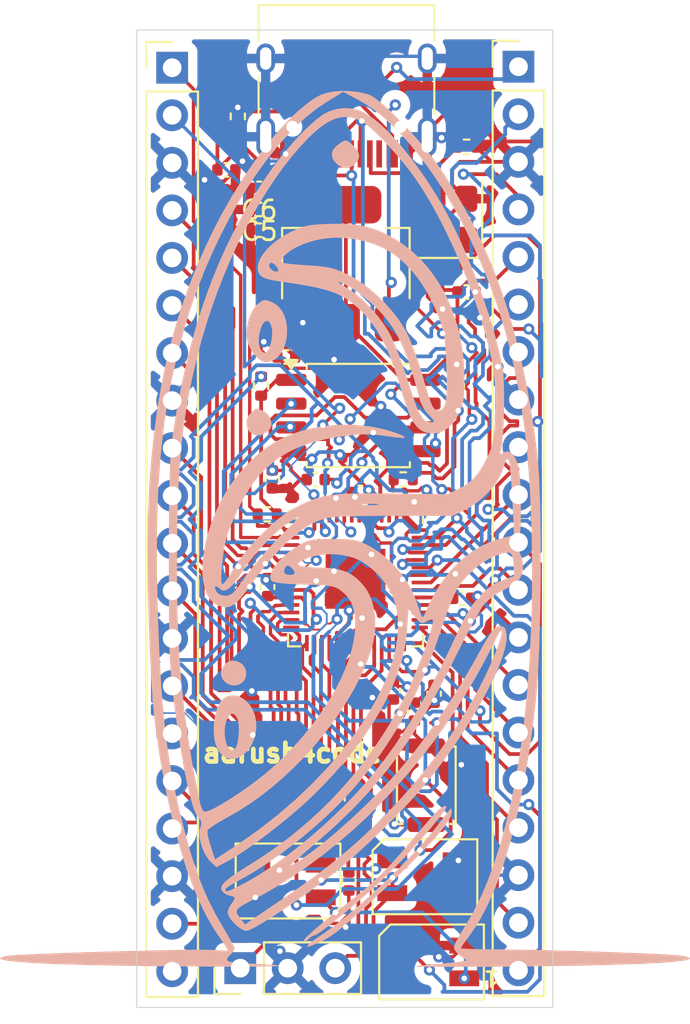
<source format=kicad_pcb>
(kicad_pcb (version 20241229) (generator "pcbnew") (generator_version "9.0")
  (layers (0 "F.Cu" signal) (2 "B.Cu" signal) (13 "F.Paste" user) (15 "B.Paste" user) (5 "F.SilkS" user "F.Silkscreen") (7 "B.SilkS" user "B.Silkscreen") (1 "F.Mask" user) (3 "B.Mask" user) (25 "Edge.Cuts" user))
  (net 0 "")
  (net 1 "+3V3")
  (net 2 "GND")
  (net 3 "+1V1")
  (net 4 "VBUS")
  (net 5 "XIN")
  (net 6 "Net-(C16-Pad2)")
  (net 7 "GPIO25")
  (net 8 "Net-(D1-DOUT)")
  (net 9 "+5V")
  (net 10 "Net-(D2-DOUT)")
  (net 12 "USB_D+")
  (net 13 "USB_D-")
  (net 14 "Net-(J1-CC2)")
  (net 15 "Net-(J1-CC1)")
  (net 16 "GPIO6")
  (net 17 "GPIO11")
  (net 18 "GPIO9")
  (net 19 "GPIO4")
  (net 20 "GPIO7")
  (net 21 "GPIO8")
  (net 22 "GPIO14")
  (net 23 "GPIO1")
  (net 24 "GPIO5")
  (net 25 "GPIO10")
  (net 26 "GPIO0")
  (net 27 "GPIO15")
  (net 28 "GPIO2")
  (net 29 "GPIO3")
  (net 30 "GPIO13")
  (net 31 "GPIO12")
  (net 32 "GPIO27_ADC1")
  (net 33 "GPIO20")
  (net 34 "GPIO29_ADC3")
  (net 35 "GPIO22")
  (net 36 "GPIO17")
  (net 37 "GPIO21")
  (net 38 "GPIO24")
  (net 39 "GPIO16")
  (net 40 "GPIO23")
  (net 41 "GPIO18")
  (net 42 "GPIO26_ADC0")
  (net 43 "GPIO28_ADC2")
  (net 44 "RUN")
  (net 45 "GPIO19")
  (net 46 "SWCLK")
  (net 47 "SWD")
  (net 48 "XOUT")
  (net 49 "Net-(U1-USB_DP)")
  (net 50 "Net-(U1-USB_DM)")
  (net 51 "QPSI_SS")
  (net 52 "Net-(R7-Pad1)")
  (net 53 "QPSI_SD3")
  (net 54 "QPSI_SD0")
  (net 55 "QPSI_SD2")
  (net 56 "QPSI_SD1")
  (net 57 "QPSI_SCLK")
  (footprint "Capacitor_SMD:C_0402_1005Metric" (layer "F.Cu") (at 215.898 74.362 -90)
    (property "Reference" "C17" (hide yes))
    (property "Value" "C")
  )
  (footprint "Capacitor_SMD:C_0402_1005Metric" (layer "F.Cu") (at 209.32 84.009 180)
    (property "Reference" "C11" (hide yes))
    (property "Value" "C")
  )
  (footprint "Capacitor_SMD:C_0402_1005Metric" (layer "F.Cu") (at 207.744 77.46 180)
    (property "Reference" "C8" (hide yes))
    (property "Value" "C")
  )
  (footprint "Capacitor_SMD:C_0402_1005Metric" (layer "F.Cu") (at 211.09 105.476 90)
    (property "Reference" "C16" (hide yes))
    (property "Value" "33pF" (hide yes))
  )
  (footprint "Package_SO:SOIC-8_5.3x5.3mm_P1.27mm" (layer "F.Cu") (at 211.599 80.587)
    (property "Reference" "U3" (hide yes))
    (property "Value" "W25Q128JVS" (hide yes))
  )
  (footprint "Capacitor_SMD:C_0402_1005Metric" (layer "F.Cu") (at 217.15 90.35)
    (property "Reference" "C3" (hide yes))
    (property "Value" "C")
  )
  (footprint "Connector_USB:USB_C_Receptacle_HRO_TYPE-C-31-M-12" (layer "F.Cu") (at 210.963 62.569 180)
    (property "Reference" "J1" (hide yes))
    (property "Value" "USB_C_Receptacle_USB2.0_14P" (hide yes))
  )
  (footprint "Capacitor_SMD:C_0402_1005Metric" (layer "F.Cu") (at 215.65 95.45 -90)
    (property "Reference" "C9" (hide yes))
    (property "Value" "C" (hide yes))
  )
  (footprint "Connector_PinHeader_2.54mm:PinHeader_1x20_P2.54mm_Vertical" (layer "F.Cu") (at 220.164 61.958)
    (property "Reference" "J3" (hide yes))
    (property "Value" "Conn_01x20" (hide yes))
  )
  (footprint "Capacitor_SMD:C_0402_1005Metric" (layer "F.Cu") (at 206.299 70.688 180)
    (property "Reference" "C4" (hide yes))
    (property "Value" "C")
  )
  (footprint "Capacitor_SMD:C_0402_1005Metric" (layer "F.Cu") (at 207 84 -90)
    (property "Reference" "C10" (hide yes))
    (property "Value" "C" (hide yes))
  )
  (footprint "Capacitor_SMD:C_0402_1005Metric" (layer "F.Cu") (at 206.709 75.166 90)
    (property "Reference" "C1" (hide yes))
    (property "Value" "C")
  )
  (footprint "Resistor_SMD:R_0402_1005Metric" (layer "F.Cu") (at 211.25 101 90)
    (property "Reference" "R2" (hide yes))
    (property "Value" "R" (hide yes))
  )
  (footprint "Resistor_SMD:R_0402_1005Metric" (layer "F.Cu") (at 206.4 79.015 -90)
    (property "Reference" "R7" (hide yes))
    (property "Value" "R" (hide yes))
  )
  (footprint "Capacitor_SMD:C_0402_1005Metric" (layer "F.Cu") (at 213.469 95.274 90)
    (property "Reference" "C15" (hide yes))
    (property "Value" "33pF" (hide yes))
  )
  (footprint "Connector_PinHeader_2.54mm:PinHeader_1x20_P2.54mm_Vertical" (layer "F.Cu") (at 201.641 62.011)
    (property "Reference" "J2" (hide yes))
    (property "Value" "Conn_01x20" (hide yes))
  )
  (footprint "Capacitor_SMD:C_0402_1005Metric" (layer "F.Cu") (at 204.541 67.468)
    (property "Reference" "C14" (hide yes))
    (property "Value" "C" (hide yes))
  )
  (footprint "LED_SMD:LED_SK6812MINI_PLCC4_3.5x3.5mm_P1.75mm" (layer "F.Cu") (at 215.514 109.773 180)
    (property "Reference" "D1" (hide yes))
    (property "Value" "SK6812MINI" (hide yes))
  )
  (footprint "Resistor_SMD:R_0402_1005Metric" (layer "F.Cu") (at 216.867 79.045 -90)
    (property "Reference" "R5" (hide yes))
    (property "Value" "R")
  )
  (footprint "Capacitor_SMD:C_0402_1005Metric" (layer "F.Cu") (at 206.75 89.75 90)
    (property "Reference" "C7" (hide yes))
    (property "Value" "C")
  )
  (footprint "Connector_PinHeader_2.54mm:PinHeader_1x03_P2.54mm_Vertical" (layer "F.Cu") (at 205.282 110.104 90)
    (property "Reference" "J4" (hide yes))
    (property "Value" "Conn_01x03" (hide yes))
  )
  (footprint "Crystal:Crystal_SMD_3225-4Pin_3.2x2.5mm" (layer "F.Cu") (at 216.512 70.111 90)
    (property "Reference" "Y1" (hide yes))
    (property "Value" "12 MHz" (hide yes))
  )
  (footprint "LED_SMD:LED_SK6812MINI_PLCC4_3.5x3.5mm_P1.75mm" (layer "F.Cu") (at 207.838 105.449)
    (property "Reference" "D2" (hide yes))
    (property "Value" "SK6812MINI" (hide yes))
  )
  (footprint "Capacitor_SMD:C_0402_1005Metric" (layer "F.Cu") (at 206.299 68.454 180)
    (property "Reference" "C6")
    (property "Value" "C")
  )
  (footprint "Resistor_SMD:R_0402_1005Metric" (layer "F.Cu") (at 205.153 64.611 90)
    (property "Reference" "R3" (hide yes))
    (property "Value" "5.1K" (hide yes))
  )
  (footprint "Capacitor_SMD:C_0402_1005Metric" (layer "F.Cu") (at 214.6 96.4 -90)
    (property "Reference" "C2" (hide yes))
    (property "Value" "C" (hide yes))
  )
  (footprint "Resistor_SMD:R_0402_1005Metric" (layer "F.Cu") (at 214 84 180)
    (property "Reference" "R4" (hide yes))
    (property "Value" "R")
  )
  (footprint "Capacitor_SMD:C_0402_1005Metric" (layer "F.Cu") (at 211.712 84.701)
    (property "Reference" "C12" (hide yes))
    (property "Value" "C")
  )
  (footprint "Package_TO_SOT_SMD:SOT-223-3_TabPin2" (layer "F.Cu") (at 210.9315 72.478 90)
    (property "Reference" "U2" (hide yes))
    (property "Value" "NCP1117-3.3_SOT223" (hide yes))
  )
  (footprint "Capacitor_SMD:C_0402_1005Metric" (layer "F.Cu") (at 217.379 73.99)
    (property "Reference" "C13" (hide yes))
    (property "Value" "C" (hide yes))
  )
  (footprint "Button_Switch_SMD:SW_Push_SPST_NO_Alps_SKRK" (layer "F.Cu") (at 215.235 100.334 -90)
    (property "Reference" "SW1" (hide yes))
    (property "Value" "SW_Push" (hide yes))
  )
  (footprint "LED_SMD:LED_SK6812MINI_PLCC4_3.5x3.5mm_P1.75mm" (layer "F.Cu") (at 215.162 105.221 180)
    (property "Reference" "D3" (hide yes))
    (property "Value" "SK6812MINI" (hide yes))
  )
  (footprint "Capacitor_SMD:C_0402_1005Metric" (layer "F.Cu") (at 206.308 69.582 180)
    (property "Reference" "C5")
    (property "Value" "C")
  )
  (footprint "Package_DFN_QFN:QFN-56-1EP_7x7mm_P0.4mm_EP3.2x3.2mm" (layer "F.Cu") (at 211.4475 89.306)
    (property "Reference" "U1" (hide yes))
    (property "Value" "RP2040" (hide yes))
  )
  (footprint "Resistor_SMD:R_0402_1005Metric" (layer "F.Cu") (at 217.393 66.229)
    (property "Reference" "R1" (hide yes))
    (property "Value" "5.1K" (hide yes))
  )
  (footprint "Resistor_SMD:R_0402_1005Metric" (layer "F.Cu") (at 206.727 85.865)
    (property "Reference" "R6" (hide yes))
    (property "Value" "R" (hide yes))
  )
  (gr_poly (pts (xy 210.939676 65.903471) (xy 210.961309 65.905949) (xy 210.982877 65.910492) (xy 211.004494 65.9171) (xy 211.026276 65.925778) (xy 211.048338 65.936526) (xy 211.070796 65.949348) (xy 211.093765 65.964245) (xy 211.117361 65.98122) (xy 211.141697 66.000275) (xy 211.166891 66.021412) (xy 211.22031 66.069942) (xy 211.278541 66.126828) (xy 211.342505 66.192088) (xy 211.405878 66.256211) (xy 211.461708 66.319032) (xy 211.48679 66.349999) (xy 211.509979 66.380696) (xy 211.531273 66.411139) (xy 211.550671 66.441346) (xy 211.56817 66.471337) (xy 211.583767 66.501129) (xy 211.59746 66.53074) (xy 211.609248 66.560188) (xy 211.619127 66.589492) (xy 211.627096 66.618669) (xy 211.633153 66.647737) (xy 211.637294 66.676715) (xy 211.639519 66.705621) (xy 211.639823 66.734472) (xy 211.638207 66.763288) (xy 211.634666 66.792085) (xy 211.629199 66.820882) (xy 211.621803 66.849697) (xy 211.612477 66.878548) (xy 211.601217 66.907454) (xy 211.588023 66.936432) (xy 211.57289 66.9655) (xy 211.555818 66.994677) (xy 211.536804 67.02398) (xy 211.515846 67.053428) (xy 211.492941 67.083039) (xy 211.468087 67.112831) (xy 211.441282 67.142821) (xy 211.416406 67.169699) (xy 211.390434 67.19477) (xy 211.363432 67.218037) (xy 211.335463 67.239502) (xy 211.306588 67.259167) (xy 211.276873 67.277035) (xy 211.246381 67.293108) (xy 211.215173 67.307388) (xy 211.183315 67.319878) (xy 211.150869 67.330579) (xy 211.117898 67.339494) (xy 211.084466 67.346625) (xy 211.050637 67.351974) (xy 211.016472 67.355545) (xy 210.982037 67.357338) (xy 210.947393 67.357357) (xy 210.912604 67.355603) (xy 210.877735 67.352078) (xy 210.842847 67.346786) (xy 210.808004 67.339728) (xy 210.77327 67.330907) (xy 210.738708 67.320324) (xy 210.704381 67.307982) (xy 210.670352 67.293884) (xy 210.636685 67.278032) (xy 210.603443 67.260427) (xy 210.570689 67.241072) (xy 210.538487 67.21997) (xy 210.5069 67.197122) (xy 210.475992 67.172531) (xy 210.445824 67.146199) (xy 210.416462 67.118129) (xy 210.386257 67.086841) (xy 210.358151 67.055491) (xy 210.332142 67.024092) (xy 210.308231 66.992655) (xy 210.286419 66.96119) (xy 210.266704 66.92971) (xy 210.249088 66.898225) (xy 210.233569 66.866747) (xy 210.220149 66.835287) (xy 210.208827 66.803856) (xy 210.199603 66.772466) (xy 210.192477 66.741128) (xy 210.187448 66.709854) (xy 210.184518 66.678654) (xy 210.183686 66.64754) (xy 210.184952 66.616523) (xy 210.188317 66.585614) (xy 210.193779 66.554826) (xy 210.201339 66.524169) (xy 210.210997 66.493654) (xy 210.222754 66.463292) (xy 210.236608 66.433096) (xy 210.252561 66.403077) (xy 210.270611 66.373244) (xy 210.29076 66.343611) (xy 210.313007 66.314188) (xy 210.337351 66.284987) (xy 210.363794 66.256018) (xy 210.392335 66.227294) (xy 210.422974 66.198825) (xy 210.455711 66.170623) (xy 210.490546 66.142699) (xy 210.565362 66.084246) (xy 210.632998 66.033913) (xy 210.694375 65.991719) (xy 210.723005 65.973681) (xy 210.750417 65.957683) (xy 210.776725 65.94373) (xy 210.802045 65.931822) (xy 210.826493 65.921963) (xy 210.850183 65.914154) (xy 210.873231 65.908398) (xy 210.895753 65.904698) (xy 210.917863 65.903055)) (fill yes) (layer "B.SilkS"))
  (gr_poly (pts (xy 216.274255 101.443987) (xy 216.284698 101.446703) (xy 216.289272 101.44869) (xy 216.293403 101.451101) (xy 216.297083 101.453936) (xy 216.300301 101.457199) (xy 216.303048 101.460891) (xy 216.305317 101.465016) (xy 216.307097 101.469574) (xy 216.308379 101.474568) (xy 216.309416 101.485876) (xy 216.308355 101.498955) (xy 216.305124 101.513826) (xy 216.29965 101.530505) (xy 216.291861 101.54901) (xy 216.281684 101.569361) (xy 216.269047 101.591574) (xy 216.195738 101.706359) (xy 216.09756 101.845416) (xy 215.834771 102.186942) (xy 215.497031 102.597343) (xy 215.10069 103.057808) (xy 214.662098 103.549526) (xy 214.197607 104.053688) (xy 213.723565 104.551483) (xy 213.256324 105.024102) (xy 213.006287 105.269087) (xy 212.731905 105.528939) (xy 212.130797 106.076317) (xy 211.494385 106.632376) (xy 210.86405 107.163258) (xy 210.281174 107.635105) (xy 209.787141 108.014059) (xy 209.586372 108.15812) (xy 209.423332 108.266261) (xy 209.303194 108.334249) (xy 209.26083 108.351863) (xy 209.23113 108.357852) (xy 209.220742 108.358853) (xy 209.20822 108.361807) (xy 209.193745 108.366642) (xy 209.177497 108.373286) (xy 209.159657 108.381667) (xy 209.140407 108.391711) (xy 209.119927 108.403347) (xy 209.098397 108.416502) (xy 209.076 108.431105) (xy 209.052915 108.447081) (xy 209.029324 108.464361) (xy 209.005407 108.48287) (xy 208.981346 108.502536) (xy 208.95732 108.523288) (xy 208.933512 108.545053) (xy 208.910102 108.567758) (xy 208.898601 108.577922) (xy 208.887258 108.587577) (xy 208.876087 108.596722) (xy 208.865102 108.605353) (xy 208.854315 108.613469) (xy 208.843741 108.621067) (xy 208.833393 108.628145) (xy 208.823285 108.634701) (xy 208.81343 108.640732) (xy 208.803842 108.646237) (xy 208.794534 108.651213) (xy 208.78552 108.655657) (xy 208.776813 108.659568) (xy 208.768428 108.662943) (xy 208.760377 108.66578) (xy 208.752674 108.668076) (xy 208.745333 108.66983) (xy 208.738367 108.671039) (xy 208.731791 108.671701) (xy 208.725616 108.671814) (xy 208.719858 108.671375) (xy 208.714529 108.670382) (xy 208.709643 108.668833) (xy 208.705214 108.666725) (xy 208.701256 108.664057) (xy 208.697781 108.660826) (xy 208.694803 108.657029) (xy 208.692336 108.652665) (xy 208.690394 108.647732) (xy 208.68899 108.642226) (xy 208.688138 108.636146) (xy 208.687851 108.62949) (xy 208.697922 108.59701) (xy 208.728486 108.550223) (xy 208.780066 108.488713) (xy 208.853188 108.412065) (xy 209.066154 108.211688) (xy 209.371579 107.945765) (xy 209.77366 107.610967) (xy 210.276592 107.203967) (xy 211.601796 106.160047) (xy 211.92538 105.897259) (xy 212.24115 105.625065) (xy 212.552869 105.339849) (xy 212.864299 105.037993) (xy 213.179202 104.71588) (xy 213.501339 104.369892) (xy 213.834473 103.996412) (xy 214.182365 103.591823) (xy 214.454969 103.266069) (xy 214.721785 102.951311) (xy 214.975868 102.655074) (xy 215.210272 102.384883) (xy 215.418052 102.14826) (xy 215.592264 101.952731) (xy 215.725961 101.805819) (xy 215.812198 101.715048) (xy 215.842174 101.687921) (xy 215.87186 101.662114) (xy 215.901185 101.637645) (xy 215.930076 101.614533) (xy 215.95846 101.592796) (xy 215.986265 101.572451) (xy 216.013419 101.553517) (xy 216.03985 101.536012) (xy 216.065485 101.519954) (xy 216.090252 101.505361) (xy 216.114078 101.492251) (xy 216.136892 101.480642) (xy 216.15862 101.470553) (xy 216.179191 101.462001) (xy 216.198532 101.455004) (xy 216.21657 101.449581) (xy 216.233234 101.44575) (xy 216.248451 101.443528) (xy 216.262149 101.442934)) (fill yes) (layer "B.SilkS"))
  (gr_poly (pts (xy 206.177377 80.221899) (xy 206.193965 80.223321) (xy 206.211293 80.22608) (xy 206.229498 80.23015) (xy 206.248717 80.235506) (xy 206.290754 80.249979) (xy 206.338506 80.269298) (xy 206.393077 80.293266) (xy 206.527087 80.354351) (xy 206.560108 80.37036) (xy 206.592013 80.388225) (xy 206.622768 80.407848) (xy 206.652344 80.429134) (xy 206.680708 80.451984) (xy 206.707828 80.476301) (xy 206.733673 80.501989) (xy 206.758212 80.528949) (xy 206.781412 80.557085) (xy 206.803242 80.586299) (xy 206.82367 80.616494) (xy 206.842665 80.647574) (xy 206.860195 80.67944) (xy 206.876228 80.711996) (xy 206.890733 80.745144) (xy 206.903678 80.778787) (xy 206.915031 80.812828) (xy 206.924761 80.84717) (xy 206.932836 80.881716) (xy 206.939224 80.916367) (xy 206.943894 80.951028) (xy 206.946815 80.9856) (xy 206.947953 81.019987) (xy 206.947279 81.054092) (xy 206.944759 81.087816) (xy 206.940364 81.121064) (xy 206.93406 81.153737) (xy 206.925816 81.185739) (xy 206.9156 81.216972) (xy 206.903382 81.247339) (xy 206.889129 81.276744) (xy 206.872809 81.305087) (xy 206.857508 81.326189) (xy 206.83953 81.347724) (xy 206.819092 81.369549) (xy 206.796411 81.391518) (xy 206.771705 81.413487) (xy 206.745189 81.435312) (xy 206.717083 81.456847) (xy 206.687601 81.477948) (xy 206.656962 81.498471) (xy 206.625383 81.51827) (xy 206.59308 81.5372) (xy 206.560271 81.555118) (xy 206.527172 81.571879) (xy 206.494001 81.587337) (xy 206.460975 81.601348) (xy 206.428311 81.613767) (xy 206.366512 81.63255) (xy 206.306219 81.645091) (xy 206.247563 81.651658) (xy 206.190675 81.652521) (xy 206.135685 81.64795) (xy 206.082727 81.638212) (xy 206.031929 81.623577) (xy 205.983424 81.604314) (xy 205.937343 81.580693) (xy 205.893816 81.552981) (xy 205.852976 81.521449) (xy 205.814952 81.486365) (xy 205.779877 81.447998) (xy 205.74788 81.406617) (xy 205.719094 81.362492) (xy 205.69365 81.315891) (xy 205.671678 81.267084) (xy 205.653311 81.216339) (xy 205.638678 81.163925) (xy 205.627911 81.110112) (xy 205.621141 81.055169) (xy 205.6185 80.999364) (xy 205.620118 80.942967) (xy 205.626126 80.886247) (xy 205.636656 80.829472) (xy 205.651839 80.772912) (xy 205.671806 80.716836) (xy 205.696689 80.661513) (xy 205.726617 80.607211) (xy 205.761722 80.554201) (xy 205.802137 80.502751) (xy 205.84799 80.453129) (xy 205.945538 80.356208) (xy 205.985784 80.318102) (xy 206.021816 80.286634) (xy 206.038597 80.273327) (xy 206.054737 80.261605) (xy 206.070376 80.251443) (xy 206.08565 80.242816) (xy 206.100699 80.235699) (xy 206.115659 80.230068) (xy 206.130669 80.225897) (xy 206.145867 80.223162) (xy 206.161391 80.221837)) (fill yes) (layer "B.SilkS"))
  (gr_poly (pts (xy 204.936611 95.53642) (xy 204.998192 95.542176) (xy 205.059565 95.55215) (xy 205.120594 95.566257) (xy 205.181144 95.584411) (xy 205.241079 95.606526) (xy 205.300263 95.632515) (xy 205.358561 95.662295) (xy 205.415838 95.695777) (xy 205.471956 95.732877) (xy 205.526782 95.773508) (xy 205.580178 95.817584) (xy 205.63201 95.86502) (xy 205.682142 95.91573) (xy 205.730438 95.969628) (xy 205.776763 96.026628) (xy 205.820981 96.086643) (xy 205.862955 96.149589) (xy 205.902552 96.215378) (xy 205.939634 96.283926) (xy 205.974067 96.355146) (xy 206.005714 96.428953) (xy 206.03444 96.50526) (xy 206.06011 96.583981) (xy 206.082587 96.665032) (xy 206.114695 96.819449) (xy 206.134997 96.972154) (xy 206.144057 97.122666) (xy 206.142442 97.270504) (xy 206.130717 97.415186) (xy 206.109446 97.55623) (xy 206.079195 97.693154) (xy 206.04053 97.825478) (xy 205.994014 97.95272) (xy 205.940215 98.074397) (xy 205.879696 98.190029) (xy 205.813023 98.299134) (xy 205.740761 98.40123) (xy 205.663475 98.495837) (xy 205.581732 98.582471) (xy 205.496095 98.660652) (xy 205.40713 98.729898) (xy 205.315402 98.789728) (xy 205.221477 98.83966) (xy 205.125919 98.879213) (xy 205.029294 98.907904) (xy 204.932168 98.925252) (xy 204.835104 98.930777) (xy 204.73867 98.923996) (xy 204.643429 98.904427) (xy 204.549947 98.871589) (xy 204.458789 98.825001) (xy 204.37052 98.764181) (xy 204.285706 98.688648) (xy 204.204912 98.597919) (xy 204.128703 98.491514) (xy 204.057644 98.368951) (xy 204.022437 98.293665) (xy 203.990864 98.213916) (xy 203.962868 98.130089) (xy 203.938391 98.042568) (xy 203.917379 97.951737) (xy 203.899773 97.85798) (xy 203.874557 97.663227) (xy 203.862291 97.461385) (xy 203.862306 97.448148) (xy 204.451529 97.448148) (xy 204.451826 97.528823) (xy 204.455071 97.609051) (xy 204.461147 97.688381) (xy 204.469936 97.766364) (xy 204.48132 97.84255) (xy 204.495182 97.916488) (xy 204.511404 97.987729) (xy 204.529869 98.055823) (xy 204.550459 98.12032) (xy 204.573057 98.18077) (xy 204.597545 98.236723) (xy 204.623806 98.287729) (xy 204.651721 98.333339) (xy 204.681174 98.373102) (xy 204.712046 98.406569) (xy 204.744221 98.43329) (xy 204.777581 98.452814) (xy 204.812007 98.464692) (xy 204.847383 98.468474) (xy 204.883591 98.46371) (xy 204.920514 98.44995) (xy 204.958033 98.426744) (xy 204.996032 98.393643) (xy 205.01531 98.371411) (xy 205.033773 98.344275) (xy 205.068186 98.276514) (xy 205.099127 98.192799) (xy 205.12645 98.095574) (xy 205.150011 97.98728) (xy 205.169665 97.870358) (xy 205.185268 97.747251) (xy 205.196675 97.620399) (xy 205.203741 97.492246) (xy 205.206321 97.365232) (xy 205.204271 97.241798) (xy 205.197446 97.124388) (xy 205.185702 97.015443) (xy 205.168893 96.917404) (xy 205.146875 96.832712) (xy 205.119504 96.763811) (xy 205.102247 96.733534) (xy 205.085193 96.705212) (xy 205.068329 96.678849) (xy 205.051642 96.654446) (xy 205.035118 96.632005) (xy 205.018742 96.611528) (xy 205.002503 96.593019) (xy 204.986385 96.576479) (xy 204.970376 96.56191) (xy 204.954462 96.549316) (xy 204.938629 96.538697) (xy 204.922865 96.530056) (xy 204.907154 96.523396) (xy 204.891484 96.518719) (xy 204.875841 96.516026) (xy 204.860212 96.515321) (xy 204.844583 96.516606) (xy 204.82894 96.519882) (xy 204.81327 96.525153) (xy 204.79756 96.532419) (xy 204.781795 96.541685) (xy 204.765962 96.552951) (xy 204.750048 96.56622) (xy 204.734039 96.581495) (xy 204.717922 96.598778) (xy 204.701682 96.61807) (xy 204.685307 96.639374) (xy 204.668783 96.662693) (xy 204.652096 96.688029) (xy 204.635232 96.715383) (xy 204.618179 96.744759) (xy 204.600922 96.776158) (xy 204.569395 96.840617) (xy 204.541874 96.908677) (xy 204.518243 96.979889) (xy 204.498382 97.053802) (xy 204.482175 97.129967) (xy 204.469503 97.207934) (xy 204.46025 97.287253) (xy 204.454298 97.367474) (xy 204.451529 97.448148) (xy 203.862306 97.448148) (xy 203.862523 97.255527) (xy 203.874801 97.048729) (xy 203.898673 96.844065) (xy 203.933686 96.64461) (xy 203.979388 96.453439) (xy 204.035328 96.273627) (xy 204.101052 96.108248) (xy 204.137442 96.031932) (xy 204.176109 95.960377) (xy 204.216996 95.893968) (xy 204.260047 95.833089) (xy 204.305205 95.778124) (xy 204.352413 95.729458) (xy 204.401615 95.687475) (xy 204.452755 95.65256) (xy 204.511117 95.621473) (xy 204.570355 95.595292) (xy 204.630335 95.573931) (xy 204.690921 95.557304) (xy 204.751978 95.545325) (xy 204.813368 95.537909) (xy 204.874958 95.534969)) (fill yes) (layer "B.SilkS"))
  (gr_poly (pts (xy 211.024882 64.172985) (xy 211.157537 64.18359) (xy 211.289395 64.20208) (xy 211.42006 64.228493) (xy 211.549133 64.262864) (xy 211.676217 64.30523) (xy 211.800913 64.355626) (xy 211.922824 64.414088) (xy 212.165683 64.554408) (xy 212.425129 64.737358) (xy 212.698935 64.960135) (xy 212.984878 65.219936) (xy 213.280732 65.513957) (xy 213.584273 65.839395) (xy 213.893276 66.193446) (xy 214.205517 66.573307) (xy 214.518771 66.976175) (xy 214.830812 67.399245) (xy 215.139417 67.839715) (xy 215.442361 68.294781) (xy 215.73742 68.761639) (xy 216.022367 69.237486) (xy 216.29498 69.719519) (xy 216.553032 70.204935) (xy 217.003585 71.130808) (xy 217.441839 72.122806) (xy 217.858968 73.155608) (xy 218.246145 74.203892) (xy 218.594544 75.242337) (xy 218.895339 76.245621) (xy 219.139703 77.188423) (xy 219.237965 77.62923) (xy 219.31881 78.045421) (xy 219.342124 78.220784) (xy 219.361205 78.437204) (xy 219.387105 78.968761) (xy 219.397379 79.591186) (xy 219.392893 80.255573) (xy 219.374517 80.913014) (xy 219.343119 81.514604) (xy 219.299565 82.011435) (xy 219.273502 82.205282) (xy 219.244725 82.3546) (xy 219.229705 82.411218) (xy 219.217162 82.460854) (xy 219.207259 82.503762) (xy 219.20016 82.540195) (xy 219.197713 82.556062) (xy 219.196028 82.570405) (xy 219.195125 82.583257) (xy 219.195024 82.594648) (xy 219.195746 82.60461) (xy 219.197312 82.613175) (xy 219.199741 82.620374) (xy 219.203055 82.626239) (xy 219.207272 82.630802) (xy 219.212414 82.634095) (xy 219.218502 82.636148) (xy 219.225554 82.636995) (xy 219.233593 82.636665) (xy 219.242637 82.635192) (xy 219.252708 82.632606) (xy 219.263826 82.62894) (xy 219.27601 82.624225) (xy 219.289283 82.618492) (xy 219.319171 82.604101) (xy 219.353653 82.58602) (xy 219.392892 82.564503) (xy 219.428819 82.547303) (xy 219.462683 82.532816) (xy 219.49474 82.52115) (xy 219.510168 82.516409) (xy 219.52524 82.512414) (xy 219.539986 82.509179) (xy 219.554438 82.506717) (xy 219.568628 82.505041) (xy 219.582587 82.504166) (xy 219.596348 82.504105) (xy 219.609941 82.504872) (xy 219.623398 82.506479) (xy 219.636751 82.508941) (xy 219.650032 82.512272) (xy 219.663273 82.516483) (xy 219.676504 82.521591) (xy 219.689758 82.527607) (xy 219.703066 82.534545) (xy 219.71646 82.54242) (xy 219.729971 82.551244) (xy 219.743632 82.561031) (xy 219.757474 82.571795) (xy 219.771528 82.583549) (xy 219.785826 82.596307) (xy 219.8004 82.610082) (xy 219.830503 82.640739) (xy 219.862088 82.675629) (xy 219.919845 82.746577) (xy 219.972827 82.825918) (xy 220.021179 82.914808) (xy 220.065045 83.014406) (xy 220.104571 83.125868) (xy 220.1399 83.250354) (xy 220.171178 83.389019) (xy 220.198549 83.543021) (xy 220.222158 83.713519) (xy 220.24215 83.90167) (xy 220.27186 84.335558) (xy 220.288838 84.853948) (xy 220.294239 85.4661) (xy 220.293787 85.698361) (xy 220.292358 85.90966) (xy 220.289844 86.101027) (xy 220.286137 86.273493) (xy 220.281126 86.42809) (xy 220.274706 86.565848) (xy 220.266765 86.687798) (xy 220.257198 86.794971) (xy 220.245893 86.888398) (xy 220.232744 86.96911) (xy 220.225444 87.00502) (xy 220.217642 87.038138) (xy 220.209324 87.068593) (xy 220.200477 87.096513) (xy 220.191088 87.122028) (xy 220.181143 87.145266) (xy 220.170627 87.166356) (xy 220.159529 87.185427) (xy 220.147834 87.202608) (xy 220.135528 87.218029) (xy 220.122598 87.231816) (xy 220.109031 87.2441) (xy 220.080831 87.268789) (xy 220.056483 87.292283) (xy 220.036078 87.315127) (xy 220.027383 87.326474) (xy 220.019707 87.337862) (xy 220.013062 87.349358) (xy 220.007459 87.361031) (xy 220.00291 87.372948) (xy 219.999425 87.385177) (xy 219.997017 87.397786) (xy 219.995697 87.410842) (xy 219.995475 87.424414) (xy 219.996363 87.438569) (xy 219.998372 87.453375) (xy 220.001515 87.468901) (xy 220.005801 87.485213) (xy 220.011242 87.502379) (xy 220.025636 87.539548) (xy 220.044787 87.580948) (xy 220.068786 87.627124) (xy 220.097721 87.678617) (xy 220.131685 87.73597) (xy 220.170768 87.799726) (xy 220.223142 87.891932) (xy 220.269112 87.987539) (xy 220.308644 88.085894) (xy 220.341701 88.186348) (xy 220.368246 88.288249) (xy 220.388244 88.390945) (xy 220.401658 88.493787) (xy 220.408453 88.596121) (xy 220.408591 88.697299) (xy 220.402038 88.796668) (xy 220.388756 88.893577) (xy 220.36871 88.987375) (xy 220.341863 89.077411) (xy 220.30818 89.163034) (xy 220.288763 89.203987) (xy 220.267623 89.243593) (xy 220.244756 89.28177) (xy 220.220158 89.318436) (xy 220.198381 89.347475) (xy 220.170383 89.378846) (xy 220.136597 89.412279) (xy 220.097458 89.447503) (xy 220.053398 89.484246) (xy 220.004854 89.522237) (xy 219.952257 89.561205) (xy 219.896044 89.600878) (xy 219.774501 89.681255) (xy 219.643697 89.761199) (xy 219.507106 89.838537) (xy 219.3682 89.911101) (xy 219.297676 89.945472) (xy 219.225362 89.983497) (xy 219.151782 90.024777) (xy 219.077461 90.068914) (xy 219.002922 90.115512) (xy 218.928691 90.164171) (xy 218.855292 90.214495) (xy 218.783249 90.266084) (xy 218.713087 90.318542) (xy 218.645331 90.37147) (xy 218.580505 90.42447) (xy 218.519134 90.477145) (xy 218.461742 90.529096) (xy 218.408853 90.579926) (xy 218.360993 90.629237) (xy 218.318686 90.67663) (xy 218.222512 90.815319) (xy 218.086403 91.038364) (xy 217.916725 91.334046) (xy 217.719845 91.690644) (xy 217.269943 92.539708) (xy 216.78763 93.491795) (xy 216.374134 94.316783) (xy 215.965503 95.099177) (xy 215.559368 95.842106) (xy 215.153359 96.548698) (xy 214.745108 97.222083) (xy 214.332245 97.86539) (xy 213.9124 98.481747) (xy 213.483204 99.074284) (xy 213.042289 99.64613) (xy 212.587283 100.200414) (xy 212.115819 100.740264) (xy 211.625526 101.268809) (xy 211.114036 101.78918) (xy 210.578978 102.304504) (xy 210.017985 102.817911) (xy 209.428685 103.33253) (xy 208.921991 103.766227) (xy 208.535248 104.100374) (xy 208.38419 104.232648) (xy 208.259919 104.343074) (xy 208.161368 104.432664) (xy 208.087468 104.50243) (xy 208.037154 104.553387) (xy 208.020507 104.572128) (xy 208.009357 104.586546) (xy 208.00357 104.596768) (xy 208.002645 104.600345) (xy 208.003012 104.60292) (xy 208.004652 104.60451) (xy 208.00755 104.60513) (xy 208.01705 104.603523) (xy 208.031379 104.598227) (xy 208.050405 104.589368) (xy 208.102009 104.561466) (xy 208.170796 104.520831) (xy 208.255698 104.468476) (xy 208.565877 104.269522) (xy 208.8972 104.040182) (xy 209.24679 103.783061) (xy 209.611771 103.500763) (xy 209.989269 103.195892) (xy 210.376407 102.871054) (xy 211.1681 102.171893) (xy 211.963845 101.424114) (xy 212.740634 100.648554) (xy 213.114731 100.256867) (xy 213.475462 99.866049) (xy 213.819952 99.478703) (xy 214.145323 99.097434) (xy 214.591078 98.547477) (xy 215.067507 97.920397) (xy 215.5613 97.236308) (xy 216.059144 96.515321) (xy 216.547727 95.77755) (xy 217.013739 95.043108) (xy 217.443866 94.332105) (xy 217.824797 93.664656) (xy 217.985615 93.375003) (xy 218.130897 93.11617) (xy 218.26189 92.886565) (xy 218.379842 92.684596) (xy 218.486002 92.508672) (xy 218.53505 92.42998) (xy 218.581618 92.357202) (xy 218.625861 92.290139) (xy 218.667937 92.228593) (xy 218.708 92.172364) (xy 218.746207 92.121254) (xy 218.782714 92.075064) (xy 218.817677 92.033594) (xy 218.851252 91.996645) (xy 218.883594 91.96402) (xy 218.914861 91.935518) (xy 218.945207 91.910941) (xy 218.974789 91.89009) (xy 219.003763 91.872766) (xy 219.032285 91.85877) (xy 219.06051 91.847903) (xy 219.088596 91.839966) (xy 219.116697 91.83476) (xy 219.14497 91.832086) (xy 219.173571 91.831746) (xy 219.202656 91.833539) (xy 219.232381 91.837268) (xy 219.270028 91.842956) (xy 219.304366 91.850941) (xy 219.335557 91.861495) (xy 219.363763 91.874888) (xy 219.376798 91.882734) (xy 219.389148 91.891392) (xy 219.400833 91.900895) (xy 219.411874 91.911278) (xy 219.42229 91.922574) (xy 219.432103 91.934818) (xy 219.441333 91.948043) (xy 219.45 91.962283) (xy 219.465726 91.993944) (xy 219.479445 92.030072) (xy 219.491319 92.070939) (xy 219.501511 92.116817) (xy 219.510183 92.167975) (xy 219.517499 92.224686) (xy 219.523622 92.287221) (xy 219.528713 92.355852) (xy 219.523296 92.622188) (xy 219.467435 92.945262) (xy 219.364223 93.319594) (xy 219.216753 93.739704) (xy 219.028117 94.200111) (xy 218.801408 94.695336) (xy 218.53972 95.219897) (xy 218.246145 95.768314) (xy 217.923776 96.335108) (xy 217.575706 96.914797) (xy 217.205027 97.501903) (xy 216.814832 98.090943) (xy 216.408215 98.676438) (xy 215.988267 99.252909) (xy 215.558083 99.814873) (xy 215.120754 100.356852) (xy 214.637693 100.909486) (xy 214.066803 101.522891) (xy 213.433694 102.172181) (xy 212.763978 102.832468) (xy 212.083265 103.478865) (xy 211.417166 104.086483) (xy 210.791293 104.630437) (xy 210.231255 105.085839) (xy 209.560863 105.595138) (xy 208.843157 106.115868) (xy 208.115322 106.623575) (xy 207.414544 107.093807) (xy 206.778011 107.502109) (xy 206.242909 107.824029) (xy 206.025015 107.944954) (xy 205.846423 108.035114) (xy 205.711782 108.091451) (xy 205.662396 108.105981) (xy 205.625741 108.110909) (xy 205.593505 108.109022) (xy 205.559432 108.103482) (xy 205.523708 108.094468) (xy 205.486521 108.082163) (xy 205.448059 108.066747) (xy 205.408509 108.048401) (xy 205.326899 108.003643) (xy 205.24319 107.949334) (xy 205.158885 107.886923) (xy 205.075484 107.817856) (xy 204.994488 107.743579) (xy 204.917399 107.665541) (xy 204.845719 107.585187) (xy 204.780947 107.503966) (xy 204.724586 107.423323) (xy 204.678136 107.344705) (xy 204.659097 107.306609) (xy 204.643099 107.269561) (xy 204.630329 107.233743) (xy 204.620976 107.199336) (xy 204.615226 107.16652) (xy 204.613268 107.135477) (xy 204.614263 107.111491) (xy 204.616271 107.093887) (xy 205.083451 107.093887) (xy 205.084301 107.106363) (xy 205.086076 107.118936) (xy 205.088754 107.131629) (xy 205.096739 107.15747) (xy 205.108088 107.18407) (xy 205.122633 107.211615) (xy 205.140208 107.240291) (xy 205.160646 107.270283) (xy 205.183778 107.301776) (xy 205.209438 107.334955) (xy 205.267671 107.407115) (xy 205.53931 107.765187) (xy 207.576601 106.382295) (xy 208.425738 105.795923) (xy 209.188493 105.24963) (xy 209.882663 104.729093) (xy 210.526044 104.219988) (xy 211.136436 103.707988) (xy 211.731635 103.17877) (xy 212.329438 102.61801) (xy 212.947643 102.011381) (xy 213.439753 101.505163) (xy 213.920035 100.987478) (xy 214.387655 100.459591) (xy 214.841784 99.92277) (xy 215.281587 99.378281) (xy 215.706234 98.827388) (xy 216.114892 98.271359) (xy 216.50673 97.711459) (xy 216.880915 97.148955) (xy 217.236615 96.585112) (xy 217.572998 96.021197) (xy 217.889233 95.458476) (xy 218.184487 94.898214) (xy 218.457929 94.341679) (xy 218.708725 93.790135) (xy 218.936045 93.244849) (xy 219.018241 93.031731) (xy 219.088915 92.837512) (xy 219.148123 92.663154) (xy 219.195917 92.509612) (xy 219.232353 92.377848) (xy 219.257484 92.268818) (xy 219.271366 92.183482) (xy 219.274105 92.149998) (xy 219.274052 92.122798) (xy 219.271213 92.102) (xy 219.265596 92.087724) (xy 219.257207 92.080091) (xy 219.246053 92.07922) (xy 219.232141 92.085232) (xy 219.215478 92.098245) (xy 219.196069 92.118379) (xy 219.173923 92.145755) (xy 219.121444 92.222711) (xy 219.058095 92.330071) (xy 218.98393 92.468794) (xy 218.899003 92.639837) (xy 218.413459 93.597202) (xy 217.897528 94.537619) (xy 217.35237 95.459769) (xy 216.77914 96.362331) (xy 216.178998 97.243985) (xy 215.5531 98.10341) (xy 214.902604 98.939287) (xy 214.228668 99.750294) (xy 213.532448 100.535111) (xy 212.815104 101.292418) (xy 212.077791 102.020896) (xy 211.321668 102.719222) (xy 210.547893 103.386078) (xy 209.757623 104.020142) (xy 208.952015 104.620095) (xy 208.132227 105.184615) (xy 207.894519 105.33775) (xy 207.64046 105.497541) (xy 207.378009 105.659067) (xy 207.115124 105.817411) (xy 206.859763 105.967652) (xy 206.619884 106.10487) (xy 206.403446 106.224146) (xy 206.218407 106.320561) (xy 205.994487 106.436129) (xy 205.798747 106.538421) (xy 205.629846 106.628921) (xy 205.555043 106.670212) (xy 205.486449 106.709111) (xy 205.423895 106.745804) (xy 205.367215 106.780475) (xy 205.316241 106.813311) (xy 205.270806 106.844496) (xy 205.230743 106.874217) (xy 205.195885 106.902657) (xy 205.166063 106.930004) (xy 205.141112 106.956441) (xy 205.120863 106.982156) (xy 205.11245 106.994799) (xy 205.105149 107.007332) (xy 205.098941 107.019776) (xy 205.093804 107.032155) (xy 205.089717 107.044492) (xy 205.086659 107.056811) (xy 205.084609 107.069134) (xy 205.083547 107.081485) (xy 205.083451 107.093887) (xy 204.616271 107.093887) (xy 204.617175 107.085968) (xy 204.621895 107.059106) (xy 204.628316 107.031105) (xy 204.636329 107.002163) (xy 204.645824 106.97248) (xy 204.656694 106.942253) (xy 204.668831 106.911684) (xy 204.682125 106.880969) (xy 204.696467 106.850309) (xy 204.711751 106.819902) (xy 204.727866 106.789947) (xy 204.744705 106.760643) (xy 204.762158 106.73219) (xy 204.780118 106.704785) (xy 204.798476 106.678628) (xy 204.841731 106.621275) (xy 204.878854 106.569384) (xy 204.909791 106.52263) (xy 204.922923 106.501078) (xy 204.934489 106.480687) (xy 204.94448 106.461418) (xy 204.952892 106.443229) (xy 204.959716 106.426081) (xy 204.964947 106.409932) (xy 204.968577 106.394741) (xy 204.970599 106.380469) (xy 204.971007 106.367073) (xy 204.969794 106.354514) (xy 204.966954 106.342751) (xy 204.962478 106.331743) (xy 204.956362 106.321449) (xy 204.948597 106.311829) (xy 204.939177 106.302842) (xy 204.928095 106.294448) (xy 204.915345 106.286605) (xy 204.90092 106.279273) (xy 204.884813 106.272411) (xy 204.867016 106.265979) (xy 204.847525 106.259935) (xy 204.82633 106.25424) (xy 204.778807 106.243731) (xy 204.724393 106.234127) (xy 204.696214 106.228505) (xy 204.667384 106.220984) (xy 204.638119 106.211691) (xy 204.608638 106.200752) (xy 204.579157 106.188293) (xy 204.549892 106.174442) (xy 204.521062 106.159325) (xy 204.492883 106.143068) (xy 204.465572 106.125798) (xy 204.439346 106.107642) (xy 204.414423 106.088727) (xy 204.391018 106.069178) (xy 204.36935 106.049122) (xy 204.349636 106.028687) (xy 204.332092 106.007999) (xy 204.316935 105.987184) (xy 204.287906 105.931736) (xy 204.278576 105.900754) (xy 204.489796 105.900754) (xy 204.490664 105.928783) (xy 204.493848 105.952507) (xy 204.500214 105.971672) (xy 204.504862 105.979467) (xy 204.510632 105.986027) (xy 204.517632 105.991321) (xy 204.52597 105.995318) (xy 204.535755 105.997985) (xy 204.547095 105.999291) (xy 204.574876 105.997693) (xy 204.610182 105.990271) (xy 204.653879 105.976773) (xy 204.706837 105.956944) (xy 204.769924 105.930531) (xy 204.844007 105.897281) (xy 205.028637 105.809259) (xy 205.267671 105.690851) (xy 205.69781 105.46162) (xy 206.143649 105.201496) (xy 206.602365 104.912868) (xy 207.071137 104.598122) (xy 207.547144 104.259647) (xy 208.027565 103.899829) (xy 208.509577 103.521056) (xy 208.990359 103.125716) (xy 209.467089 102.716196) (xy 209.936947 102.294883) (xy 210.39711 101.864165) (xy 210.844757 101.426429) (xy 211.277066 100.984064) (xy 211.691217 100.539455) (xy 212.084387 100.094991) (xy 212.453754 99.65306) (xy 213.062338 98.873159) (xy 213.650664 98.055638) (xy 214.223941 97.191815) (xy 214.78738 96.273008) (xy 215.346188 95.290536) (xy 215.905575 94.235716) (xy 216.470749 93.099868) (xy 217.046921 91.874311) (xy 217.164406 91.627902) (xy 217.285328 91.393395) (xy 217.40965 91.170825) (xy 217.537337 90.960229) (xy 217.668351 90.761643) (xy 217.802657 90.575102) (xy 217.940219 90.400643) (xy 218.081 90.238302) (xy 218.224965 90.088116) (xy 218.372077 89.95012) (xy 218.522299 89.824351) (xy 218.675596 89.710844) (xy 218.831932 89.609637) (xy 218.991271 89.520765) (xy 219.153575 89.444264) (xy 219.31881 89.380171) (xy 219.936173 89.15792) (xy 219.89913 88.54056) (xy 219.889113 88.411993) (xy 219.876871 88.299162) (xy 219.861338 88.201596) (xy 219.852003 88.15839) (xy 219.841445 88.118825) (xy 219.829531 88.08284) (xy 219.816127 88.050378) (xy 219.801099 88.02138) (xy 219.784315 87.995786) (xy 219.765641 87.973539) (xy 219.744944 87.954579) (xy 219.722089 87.938847) (xy 219.696944 87.926285) (xy 219.669376 87.916834) (xy 219.639251 87.910435) (xy 219.606435 87.907029) (xy 219.570795 87.906558) (xy 219.532199 87.908963) (xy 219.490511 87.914185) (xy 219.4456 87.922165) (xy 219.397332 87.932844) (xy 219.290189 87.962066) (xy 219.168016 88.001381) (xy 219.029746 88.050317) (xy 218.874311 88.108406) (xy 218.74333 88.164448) (xy 218.610124 88.230311) (xy 218.475362 88.305398) (xy 218.339715 88.389113) (xy 218.20385 88.480858) (xy 218.068437 88.580037) (xy 217.934146 88.686053) (xy 217.801645 88.798308) (xy 217.671605 88.916207) (xy 217.544693 89.039151) (xy 217.421579 89.166545) (xy 217.302933 89.297792) (xy 217.189423 89.432294) (xy 217.08172 89.569454) (xy 216.980491 89.708677) (xy 216.886407 89.849364) (xy 216.811166 89.986679) (xy 216.717404 90.188528) (xy 216.608594 90.44536) (xy 216.488209 90.747625) (xy 216.359721 91.085775) (xy 216.226603 91.450259) (xy 216.092327 91.831529) (xy 215.960367 92.220033) (xy 215.75224 92.828139) (xy 215.535087 93.421234) (xy 215.308566 93.999932) (xy 215.072331 94.564847) (xy 214.826041 95.116596) (xy 214.569351 95.655792) (xy 214.301917 96.183051) (xy 214.023396 96.698987) (xy 213.733444 97.204217) (xy 213.431718 97.699353) (xy 213.117873 98.185013) (xy 212.791567 98.66181) (xy 212.452455 99.130359) (xy 212.100195 99.591276) (xy 211.734442 100.045174) (xy 211.354852 100.492671) (xy 211.034421 100.848338) (xy 210.694999 101.205795) (xy 210.33872 101.563361) (xy 209.967718 101.919354) (xy 209.584128 102.272091) (xy 209.190084 102.61989) (xy 208.78772 102.96107) (xy 208.37917 103.293947) (xy 207.96657 103.616841) (xy 207.552051 103.928069) (xy 207.13775 104.225949) (xy 206.7258 104.508799) (xy 206.318336 104.774937) (xy 205.917491 105.02268) (xy 205.525401 105.250347) (xy 205.144198 105.456256) (xy 205.077841 105.49109) (xy 205.013274 105.525997) (xy 204.950842 105.56076) (xy 204.890887 105.595161) (xy 204.833754 105.628983) (xy 204.779787 105.662009) (xy 204.729328 105.694023) (xy 204.682721 105.724807) (xy 204.640311 105.754144) (xy 204.60244 105.781816) (xy 204.569453 105.807608) (xy 204.541693 105.831302) (xy 204.519504 105.85268) (xy 204.510605 105.862434) (xy 204.503229 105.871527) (xy 204.497416 105.879932) (xy 204.493212 105.887624) (xy 204.490657 105.894573) (xy 204.489796 105.900754) (xy 204.278576 105.900754) (xy 204.271067 105.875818) (xy 204.267613 105.81838) (xy 204.278736 105.758375) (xy 204.305631 105.694752) (xy 204.349491 105.626462) (xy 204.411511 105.552457) (xy 204.492883 105.471688) (xy 204.594802 105.383105) (xy 204.718461 105.28566) (xy 204.865054 105.178303) (xy 205.035775 105.059986) (xy 205.454374 104.786273) (xy 205.983809 104.456129) (xy 206.624569 104.042259) (xy 207.250027 103.606703) (xy 207.859641 103.150058) (xy 208.452868 102.67292) (xy 209.029166 102.175887) (xy 209.587993 101.659556) (xy 210.128805 101.124522) (xy 210.65106 100.571384) (xy 211.154215 100.000738) (xy 211.637728 99.413181) (xy 212.101057 98.809309) (xy 212.543657 98.18972) (xy 212.964988 97.555011) (xy 213.364506 96.905778) (xy 213.741669 96.242618) (xy 214.095935 95.566128) (xy 214.223944 95.306315) (xy 214.356601 95.02138) (xy 214.62783 94.398352) (xy 214.893561 93.741465) (xy 215.137732 93.095141) (xy 215.344283 92.503801) (xy 215.428432 92.242631) (xy 215.497152 92.011866) (xy 215.548438 91.817056) (xy 215.580279 91.663756) (xy 215.59067 91.557518) (xy 215.587194 91.523782) (xy 215.577603 91.503894) (xy 215.573772 91.499551) (xy 215.569244 91.495775) (xy 215.564041 91.492556) (xy 215.558189 91.489882) (xy 215.551714 91.487741) (xy 215.544639 91.486123) (xy 215.528792 91.484408) (xy 215.510847 91.484646) (xy 215.491002 91.486747) (xy 215.469458 91.49062) (xy 215.446412 91.496176) (xy 215.422064 91.503323) (xy 215.396613 91.511972) (xy 215.370257 91.522031) (xy 215.343196 91.53341) (xy 215.315629 91.54602) (xy 215.287754 91.559769) (xy 215.259771 91.574566) (xy 215.231878 91.590323) (xy 215.18778 91.616036) (xy 215.147642 91.637445) (xy 215.110797 91.654295) (xy 215.093399 91.660932) (xy 215.076574 91.666335) (xy 215.060237 91.670472) (xy 215.044304 91.673311) (xy 215.028693 91.67482) (xy 215.013319 91.674968) (xy 214.998098 91.673724) (xy 214.982948 91.671056) (xy 214.967784 91.666931) (xy 214.952523 91.661319) (xy 214.937081 91.654188) (xy 214.921375 91.645505) (xy 214.90532 91.63524) (xy 214.888834 91.623361) (xy 214.871832 91.609836) (xy 214.854231 91.594633) (xy 214.816897 91.559069) (xy 214.776162 91.516415) (xy 214.731358 91.466417) (xy 214.681816 91.408823) (xy 214.626865 91.34338) (xy 214.281143 90.935921) (xy 214.207059 92.022477) (xy 214.155201 92.546112) (xy 214.064801 93.079225) (xy 213.936382 93.620875) (xy 213.77047 94.170122) (xy 213.567588 94.726024) (xy 213.328261 95.287642) (xy 213.053014 95.854035) (xy 212.742371 96.424262) (xy 212.396857 96.997383) (xy 212.016996 97.572457) (xy 211.603313 98.148544) (xy 211.156332 98.724704) (xy 210.676578 99.299995) (xy 210.164575 99.873477) (xy 209.620849 100.444211) (xy 209.045922 101.011254) (xy 208.555722 101.461446) (xy 207.992742 101.945785) (xy 207.384906 102.442858) (xy 206.760142 102.931248) (xy 206.146374 103.389542) (xy 205.571528 103.796325) (xy 205.063532 104.130183) (xy 204.843329 104.263072) (xy 204.65031 104.369699) (xy 204.008254 104.715422) (xy 203.687226 104.406742) (xy 203.612079 104.328028) (xy 203.539808 104.23658) (xy 203.470972 104.134137) (xy 203.406134 104.022433) (xy 203.345854 103.903204) (xy 203.290693 103.778189) (xy 203.24121 103.649121) (xy 203.197968 103.517739) (xy 203.161526 103.385778) (xy 203.132446 103.254974) (xy 203.111287 103.127065) (xy 203.098611 103.003785) (xy 203.094979 102.886872) (xy 203.098093 102.83013) (xy 203.529619 102.83013) (xy 203.531343 102.867967) (xy 203.535382 102.911013) (xy 203.541664 102.958835) (xy 203.560667 103.067066) (xy 203.587773 103.189188) (xy 203.622404 103.321727) (xy 203.663979 103.461213) (xy 203.711921 103.60417) (xy 203.934171 104.295615) (xy 205.168893 103.480699) (xy 206.242562 102.727485) (xy 207.261482 101.935294) (xy 208.221548 101.110584) (xy 209.118654 100.25981) (xy 209.948694 99.38943) (xy 210.707563 98.505901) (xy 211.391155 97.615681) (xy 211.995364 96.725225) (xy 212.516084 95.840991) (xy 212.949211 94.969435) (xy 213.131643 94.54043) (xy 213.290637 94.117016) (xy 213.42568 93.7) (xy 213.536258 93.29019) (xy 213.621859 92.888391) (xy 213.681968 92.495413) (xy 213.716073 92.112061) (xy 213.723661 91.739143) (xy 213.704218 91.377465) (xy 213.657231 91.027836) (xy 213.582188 90.691062) (xy 213.478573 90.36795) (xy 213.406974 90.194058) (xy 213.322497 90.020347) (xy 213.226155 89.847865) (xy 213.118961 89.677663) (xy 213.001928 89.510788) (xy 212.876068 89.348291) (xy 212.742395 89.191219) (xy 212.601921 89.040623) (xy 212.45566 88.89755) (xy 212.304624 88.763051) (xy 212.149825 88.638174) (xy 211.992278 88.523968) (xy 211.832994 88.421483) (xy 211.672986 88.331766) (xy 211.513268 88.255868) (xy 211.354852 88.194838) (xy 211.19552 88.145201) (xy 211.03286 88.102764) (xy 210.867595 88.067488) (xy 210.700449 88.039339) (xy 210.532146 88.01828) (xy 210.363409 88.004275) (xy 210.194961 87.997287) (xy 210.027525 87.997281) (xy 209.861827 88.00422) (xy 209.698588 88.018068) (xy 209.538532 88.03879) (xy 209.382383 88.066348) (xy 209.230864 88.100707) (xy 209.084699 88.14183) (xy 208.944611 88.189681) (xy 208.811324 88.244225) (xy 208.72606 88.285957) (xy 208.650689 88.323421) (xy 208.584977 88.356978) (xy 208.528688 88.38699) (xy 208.504004 88.40078) (xy 208.481587 88.413819) (xy 208.461409 88.426153) (xy 208.443439 88.437826) (xy 208.427649 88.448885) (xy 208.414009 88.459374) (xy 208.40249 88.469338) (xy 208.393062 88.478823) (xy 208.385695 88.487874) (xy 208.380362 88.496536) (xy 208.377031 88.504855) (xy 208.376108 88.508899) (xy 208.375674 88.512875) (xy 208.375727 88.516787) (xy 208.376262 88.520642) (xy 208.377275 88.524444) (xy 208.378764 88.528201) (xy 208.383152 88.535597) (xy 208.389396 88.542875) (xy 208.397467 88.550081) (xy 208.407335 88.55726) (xy 208.418971 88.564458) (xy 208.432346 88.571718) (xy 208.447429 88.579087) (xy 208.464193 88.58661) (xy 208.502642 88.602297) (xy 208.532495 88.613719) (xy 208.570721 88.624796) (xy 208.669909 88.645704) (xy 208.795431 88.664587) (xy 208.942513 88.681009) (xy 209.106379 88.694538) (xy 209.282255 88.704739) (xy 209.465365 88.711178) (xy 209.650936 88.713421) (xy 209.844781 88.718672) (xy 210.028515 88.729964) (xy 210.202735 88.747551) (xy 210.368039 88.771684) (xy 210.525023 88.802619) (xy 210.674284 88.840607) (xy 210.816419 88.885902) (xy 210.885 88.911369) (xy 210.952024 88.938757) (xy 211.017565 88.968099) (xy 211.081697 88.999426) (xy 211.144495 89.03277) (xy 211.206034 89.068162) (xy 211.266388 89.105634) (xy 211.325633 89.145217) (xy 211.441089 89.230846) (xy 211.553001 89.325301) (xy 211.661965 89.428835) (xy 211.768577 89.541703) (xy 211.873435 89.664156) (xy 211.994529 89.823597) (xy 212.103089 89.995699) (xy 212.199024 90.179521) (xy 212.282244 90.374122) (xy 212.352659 90.578563) (xy 212.410177 90.791902) (xy 212.45471 91.0132) (xy 212.486166 91.241515) (xy 212.504455 91.475907) (xy 212.509486 91.715436) (xy 212.501169 91.959161) (xy 212.479414 92.206142) (xy 212.44413 92.455437) (xy 212.395226 92.706108) (xy 212.332613 92.957212) (xy 212.2562 93.20781) (xy 212.01882 93.847945) (xy 211.73465 94.492765) (xy 211.406673 95.13885) (xy 211.037875 95.782784) (xy 210.63124 96.421147) (xy 210.189751 97.05052) (xy 209.716394 97.667487) (xy 209.214152 98.268627) (xy 208.68601 98.850523) (xy 208.134952 99.409756) (xy 207.563962 99.942908) (xy 206.976025 100.446561) (xy 206.374125 100.917295) (xy 205.761247 101.351694) (xy 205.140374 101.746337) (xy 204.514491 102.097808) (xy 204.332297 102.199866) (xy 204.158929 102.300766) (xy 204.076866 102.350058) (xy 203.998584 102.398193) (xy 203.924606 102.444881) (xy 203.855457 102.489833) (xy 203.791662 102.532759) (xy 203.733746 102.57337) (xy 203.682231 102.611376) (xy 203.637645 102.646489) (xy 203.60051 102.678418) (xy 203.571351 102.706874) (xy 203.559927 102.71971) (xy 203.550693 102.731569) (xy 203.543716 102.742415) (xy 203.53906 102.752212) (xy 203.533405 102.771818) (xy 203.530282 102.797935) (xy 203.529619 102.83013) (xy 203.098093 102.83013) (xy 203.10095 102.778062) (xy 203.107713 102.727238) (xy 203.117087 102.679091) (xy 203.129142 102.633838) (xy 203.143948 102.591696) (xy 203.161004 102.54475) (xy 203.175058 102.500878) (xy 203.186 102.459683) (xy 203.190271 102.439964) (xy 203.193723 102.420766) (xy 203.196344 102.402038) (xy 203.198118 102.383731) (xy 203.199034 102.365794) (xy 203.199077 102.348178) (xy 203.198234 102.330834) (xy 203.196491 102.313711) (xy 203.193834 102.29676) (xy 203.190251 102.279931) (xy 203.185727 102.263175) (xy 203.180249 102.246441) (xy 203.173803 102.229679) (xy 203.166376 102.212841) (xy 203.157955 102.195877) (xy 203.148525 102.178736) (xy 203.138073 102.161368) (xy 203.126586 102.143725) (xy 203.10045 102.107413) (xy 203.07001 102.069401) (xy 203.035157 102.02929) (xy 202.995782 101.986684) (xy 202.931451 101.896509) (xy 202.863701 101.761299) (xy 202.792876 101.582608) (xy 202.71932 101.361993) (xy 202.56539 100.801207) (xy 202.404659 100.091386) (xy 202.239877 99.244975) (xy 202.073792 98.274415) (xy 201.909155 97.192152) (xy 201.748713 96.01063) (xy 201.662065 95.320222) (xy 201.594951 94.686968) (xy 201.544911 94.045323) (xy 201.509485 93.329738) (xy 201.486214 92.474669) (xy 201.472636 91.414569) (xy 201.465378 88.664031) (xy 201.896879 88.664031) (xy 201.910649 90.369154) (xy 201.953792 91.949551) (xy 202.029057 93.436764) (xy 202.139194 94.862338) (xy 202.28695 96.257815) (xy 202.475077 97.654739) (xy 202.706322 99.084654) (xy 202.983435 100.579103) (xy 203.01705 100.746914) (xy 203.04862 100.8989) (xy 203.078418 101.035729) (xy 203.106714 101.158071) (xy 203.120385 101.214018) (xy 203.133781 101.266594) (xy 203.146938 101.315883) (xy 203.159889 101.361969) (xy 203.172669 101.404934) (xy 203.18531 101.444863) (xy 203.197848 101.48184) (xy 203.210315 101.515947) (xy 203.222746 101.547269) (xy 203.235175 101.57589) (xy 203.247636 101.601892) (xy 203.260162 101.62536) (xy 203.272788 101.646377) (xy 203.285547 101.665027) (xy 203.298473 101.681394) (xy 203.311601 101.695561) (xy 203.324964 101.707611) (xy 203.338595 101.71763) (xy 203.35253 101.725699) (xy 203.366802 101.731903) (xy 203.381444 101.736326) (xy 203.396491 101.73905) (xy 203.411977 101.740161) (xy 203.427935 101.739741) (xy 203.516891 101.720795) (xy 203.633738 101.679041) (xy 203.775689 101.616271) (xy 203.939959 101.534275) (xy 204.324314 101.319766) (xy 204.764522 101.049839) (xy 205.238298 100.738819) (xy 205.723361 100.40103) (xy 206.197426 100.050798) (xy 206.638213 99.702447) (xy 207.1497 99.256259) (xy 207.641184 98.790104) (xy 208.110891 98.306874) (xy 208.557049 97.809464) (xy 208.977885 97.300769) (xy 209.371628 96.783681) (xy 209.736504 96.261094) (xy 210.070741 95.735903) (xy 210.372566 95.211002) (xy 210.640208 94.689283) (xy 210.871893 94.173642) (xy 211.065849 93.666972) (xy 211.220304 93.172167) (xy 211.333484 92.69212) (xy 211.403619 92.229726) (xy 211.428934 91.787879) (xy 211.428467 91.621113) (xy 211.422302 91.463137) (xy 211.410242 91.313481) (xy 211.392086 91.171675) (xy 211.367636 91.037248) (xy 211.352988 90.972655) (xy 211.336692 90.90973) (xy 211.318723 90.848415) (xy 211.299057 90.788652) (xy 211.277667 90.73038) (xy 211.25453 90.673541) (xy 211.229621 90.618078) (xy 211.202914 90.56393) (xy 211.174384 90.511039) (xy 211.144008 90.459346) (xy 211.11176 90.408793) (xy 211.077615 90.35932) (xy 211.041548 90.31087) (xy 211.003534 90.263382) (xy 210.963549 90.216799) (xy 210.921568 90.171062) (xy 210.877566 90.126111) (xy 210.831517 90.081888) (xy 210.733183 89.995391) (xy 210.626365 89.911101) (xy 210.568919 89.871555) (xy 210.511165 89.836077) (xy 210.451349 89.804398) (xy 210.387716 89.776246) (xy 210.318513 89.75135) (xy 210.241985 89.729438) (xy 210.156378 89.710239) (xy 210.059936 89.693482) (xy 209.950906 89.678895) (xy 209.827533 89.666207) (xy 209.530742 89.645444) (xy 209.155526 89.629021) (xy 208.687851 89.614769) (xy 208.298576 89.600179) (xy 207.962838 89.583707) (xy 207.814412 89.57454) (xy 207.67861 89.564632) (xy 207.55518 89.553891) (xy 207.443869 89.542228) (xy 207.344422 89.529552) (xy 207.256586 89.515773) (xy 207.180109 89.5008) (xy 207.114738 89.484543) (xy 207.060218 89.466912) (xy 207.036949 89.457552) (xy 207.016298 89.447815) (xy 206.998233 89.437689) (xy 206.982723 89.427163) (xy 206.969736 89.416226) (xy 206.95924 89.404866) (xy 206.934334 89.36973) (xy 206.915102 89.33156) (xy 206.901432 89.290505) (xy 206.893211 89.246715) (xy 206.890326 89.200338) (xy 206.892663 89.151524) (xy 206.900109 89.100422) (xy 206.912552 89.047182) (xy 206.929878 88.991952) (xy 206.951975 88.934881) (xy 206.967255 88.903541) (xy 207.633029 88.903541) (xy 207.633129 88.919079) (xy 207.634332 88.933929) (xy 207.636641 88.948096) (xy 207.640057 88.961585) (xy 207.644584 88.9744) (xy 207.650223 88.986546) (xy 207.656976 88.998028) (xy 207.664846 89.008849) (xy 207.673836 89.019015) (xy 207.683947 89.028529) (xy 207.695181 89.037397) (xy 207.707542 89.045623) (xy 207.72103 89.053211) (xy 207.735649 89.060166) (xy 207.751401 89.066493) (xy 207.768288 89.072195) (xy 207.786312 89.077279) (xy 207.805475 89.081747) (xy 207.82578 89.085605) (xy 207.869824 89.091507) (xy 207.918463 89.095022) (xy 207.971713 89.096186) (xy 207.995334 89.09579) (xy 208.017581 89.094609) (xy 208.038453 89.092655) (xy 208.057951 89.08994) (xy 208.076074 89.086473) (xy 208.092822 89.082268) (xy 208.108196 89.077334) (xy 208.122195 89.071684) (xy 208.134819 89.065328) (xy 208.146069 89.058278) (xy 208.155945 89.050546) (xy 208.164445 89.042142) (xy 208.171571 89.033078) (xy 208.177323 89.023365) (xy 208.1817 89.013014) (xy 208.184702 89.002037) (xy 208.18633 88.990445) (xy 208.186583 88.97825) (xy 208.185462 88.965462) (xy 208.182966 88.952094) (xy 208.179095 88.938155) (xy 208.17385 88.923658) (xy 208.16723 88.908614) (xy 208.159236 88.893034) (xy 208.149867 88.87693) (xy 208.139124 88.860312) (xy 208.127005 88.843193) (xy 208.113513 88.825583) (xy 208.098646 88.807494) (xy 208.082404 88.788937) (xy 208.045796 88.750463) (xy 208.027527 88.732557) (xy 208.009755 88.715878) (xy 207.992472 88.700425) (xy 207.975668 88.686194) (xy 207.959334 88.673185) (xy 207.943461 88.661394) (xy 207.928041 88.65082) (xy 207.913064 88.641459) (xy 207.89852 88.633311) (xy 207.884402 88.626372) (xy 207.8707 88.62064) (xy 207.857405 88.616113) (xy 207.844507 88.61279) (xy 207.831999 88.610666) (xy 207.81987 88.609741) (xy 207.808112 88.610012) (xy 207.796716 88.611477) (xy 207.785673 88.614133) (xy 207.774973 88.617978) (xy 207.764608 88.623011) (xy 207.754568 88.629228) (xy 207.744845 88.636627) (xy 207.73543 88.645206) (xy 207.726312 88.654964) (xy 207.717485 88.665897) (xy 207.708937 88.678003) (xy 207.700661 88.691281) (xy 207.692647 88.705727) (xy 207.684886 88.72134) (xy 207.67737 88.738117) (xy 207.670088 88.756056) (xy 207.663033 88.775156) (xy 207.649001 88.815387) (xy 207.643618 88.834428) (xy 207.639327 88.85276) (xy 207.63613 88.870386) (xy 207.63403 88.887312) (xy 207.633029 88.903541) (xy 206.967255 88.903541) (xy 207.010028 88.815816) (xy 207.085805 88.69118) (xy 207.178403 88.562167) (xy 207.286918 88.429971) (xy 207.410445 88.295786) (xy 207.548079 88.160804) (xy 207.698916 88.026221) (xy 207.862053 87.893229) (xy 208.036584 87.763023) (xy 208.221606 87.636795) (xy 208.416213 87.515741) (xy 208.600553 87.41279) (xy 208.684585 87.37035) (xy 208.765794 87.333426) (xy 208.846135 87.301638) (xy 208.927562 87.274607) (xy 209.012027 87.251954) (xy 209.101484 87.233297) (xy 209.197886 87.218258) (xy 209.303188 87.206457) (xy 209.419341 87.197513) (xy 209.548299 87.191047) (xy 209.852446 87.18403) (xy 210.231255 87.182366) (xy 210.607146 87.184536) (xy 210.767373 87.187738) (xy 210.911702 87.192784) (xy 211.042069 87.200001) (xy 211.160407 87.209713) (xy 211.268653 87.222248) (xy 211.368742 87.237929) (xy 211.46261 87.257083) (xy 211.55219 87.280035) (xy 211.63942 87.307111) (xy 211.726233 87.338636) (xy 211.814566 87.374936) (xy 211.906353 87.416336) (xy 212.00353 87.463163) (xy 212.108032 87.515741) (xy 212.344993 87.648796) (xy 212.57414 87.793047) (xy 212.795184 87.948113) (xy 213.007836 88.113616) (xy 213.211807 88.289175) (xy 213.406806 88.474411) (xy 213.592545 88.668943) (xy 213.768734 88.872391) (xy 213.935084 89.084377) (xy 214.091305 89.30452) (xy 214.237109 89.53244) (xy 214.372205 89.767758) (xy 214.496304 90.010093) (xy 214.609117 90.259066) (xy 214.710354 90.514297) (xy 214.799727 90.775407) (xy 214.836979 90.895153) (xy 214.870289 91.000068) (xy 214.900054 91.090659) (xy 214.926672 91.167431) (xy 214.95054 91.230892) (xy 214.961568 91.257788) (xy 214.972058 91.281547) (xy 214.982059 91.30223) (xy 214.991621 91.319903) (xy 215.000795 91.334627) (xy 215.00963 91.346466) (xy 215.018175 91.355484) (xy 215.026481 91.361743) (xy 215.030559 91.363859) (xy 215.034596 91.365308) (xy 215.038599 91.3661) (xy 215.042572 91.366241) (xy 215.046523 91.36574) (xy 215.050457 91.364606) (xy 215.058301 91.360465) (xy 215.066155 91.353883) (xy 215.074067 91.344923) (xy 215.082087 91.333648) (xy 215.090266 91.32012) (xy 215.098653 91.304404) (xy 215.107298 91.286563) (xy 215.125559 91.244759) (xy 215.145449 91.195214) (xy 215.322817 90.788216) (xy 215.512176 90.40077) (xy 215.713364 90.033039) (xy 215.926218 89.685186) (xy 216.150575 89.357372) (xy 216.386273 89.049762) (xy 216.633148 88.762517) (xy 216.891038 88.4958) (xy 217.15978 88.249775) (xy 217.439211 88.024604) (xy 217.729169 87.82045) (xy 218.029491 87.637475) (xy 218.340013 87.475843) (xy 218.660573 87.335716) (xy 218.991009 87.217257) (xy 219.331157 87.120629) (xy 219.923822 86.972463) (xy 219.862088 85.527837) (xy 219.825552 84.85214) (xy 219.78974 84.277873) (xy 219.77197 84.028279) (xy 219.754218 83.803446) (xy 219.73643 83.603174) (xy 219.718551 83.427265) (xy 219.700528 83.275521) (xy 219.682305 83.147741) (xy 219.66383 83.043727) (xy 219.645047 82.96328) (xy 219.635523 82.931832) (xy 219.625902 82.906201) (xy 219.616177 82.886362) (xy 219.606342 82.872291) (xy 219.596389 82.863963) (xy 219.586311 82.861352) (xy 219.576102 82.864434) (xy 219.565755 82.873183) (xy 219.555654 82.887451) (xy 219.543979 82.906873) (xy 219.516559 82.959807) (xy 219.484798 83.029237) (xy 219.449999 83.112412) (xy 219.413463 83.206584) (xy 219.376494 83.309003) (xy 219.340393 83.41692) (xy 219.306462 83.527587) (xy 219.255253 83.666321) (xy 219.190226 83.808655) (xy 219.11232 83.953557) (xy 219.022477 84.099997) (xy 218.921638 84.246943) (xy 218.810742 84.393364) (xy 218.69073 84.53823) (xy 218.562544 84.68051) (xy 218.427122 84.819172) (xy 218.285406 84.953186) (xy 218.138337 85.08152) (xy 217.986854 85.203145) (xy 217.831898 85.317028) (xy 217.674411 85.422139) (xy 217.515331 85.517447) (xy 217.355601 85.601921) (xy 216.651809 85.947644) (xy 213.379795 85.947644) (xy 212.336335 85.952779) (xy 211.530607 85.960954) (xy 211.204005 85.967131) (xy 210.921373 85.975207) (xy 210.677554 85.985561) (xy 210.467396 85.998575) (xy 210.285741 86.014627) (xy 210.127437 86.034098) (xy 209.987328 86.057366) (xy 209.86026 86.084813) (xy 209.741077 86.116817) (xy 209.624625 86.15376) (xy 209.50575 86.196019) (xy 209.379297 86.243976) (xy 209.196551 86.326024) (xy 209.005431 86.428075) (xy 208.806824 86.549299) (xy 208.601615 86.688862) (xy 208.39069 86.845934) (xy 208.174936 87.019681) (xy 207.955239 87.209273) (xy 207.732486 87.413876) (xy 207.507562 87.632659) (xy 207.281354 87.864791) (xy 207.054748 88.109438) (xy 206.82863 88.365769) (xy 206.603887 88.632953) (xy 206.381405 88.910156) (xy 206.16207 89.196547) (xy 205.946768 89.491295) (xy 205.786667 89.717461) (xy 205.638883 89.919662) (xy 205.502132 90.09882) (xy 205.37513 90.255858) (xy 205.314884 90.326371) (xy 205.256593 90.391699) (xy 205.200097 90.451959) (xy 205.145236 90.507265) (xy 205.091849 90.557732) (xy 205.039775 90.603477) (xy 204.988854 90.644614) (xy 204.938926 90.681259) (xy 204.88983 90.713527) (xy 204.841406 90.741533) (xy 204.793492 90.765393) (xy 204.745929 90.785222) (xy 204.698555 90.801135) (xy 204.651211 90.813247) (xy 204.603736 90.821675) (xy 204.55597 90.826532) (xy 204.507751 90.827935) (xy 204.458919 90.825998) (xy 204.409314 90.820838) (xy 204.358776 90.812569) (xy 204.307143 90.801307) (xy 204.254256 90.787166) (xy 204.199953 90.770263) (xy 204.144074 90.750712) (xy 204.034251 90.703971) (xy 203.93166 90.645049) (xy 203.8363 90.574352) (xy 203.748167 90.492288) (xy 203.66726 90.399264) (xy 203.593576 90.295685) (xy 203.527114 90.18196) (xy 203.46787 90.058496) (xy 203.371031 89.783975) (xy 203.370822 89.783029) (xy 203.934162 89.783029) (xy 203.935135 89.797469) (xy 203.937501 89.813265) (xy 203.941294 89.830402) (xy 203.946547 89.848863) (xy 203.953294 89.868634) (xy 203.96157 89.889698) (xy 203.971408 89.912039) (xy 203.982842 89.935642) (xy 203.995906 89.960491) (xy 204.013119 89.989716) (xy 204.032322 90.017187) (xy 204.053477 90.042885) (xy 204.07655 90.066793) (xy 204.101504 90.088891) (xy 204.128302 90.109164) (xy 204.156909 90.127591) (xy 204.187289 90.144155) (xy 204.219405 90.158838) (xy 204.253221 90.171623) (xy 204.288701 90.18249) (xy 204.325809 90.191421) (xy 204.364509 90.1984) (xy 204.404764 90.203407) (xy 204.446539 90.206424) (xy 204.489796 90.207434) (xy 204.547981 90.205692) (xy 204.602802 90.199862) (xy 204.655236 90.18904) (xy 204.706258 90.172322) (xy 204.756847 90.148803) (xy 204.807978 90.117579) (xy 204.860629 90.077746) (xy 204.915775 90.028399) (xy 204.974395 89.968635) (xy 205.037463 89.897548) (xy 205.105958 89.814234) (xy 205.180855 89.71779) (xy 205.263132 89.60731) (xy 205.353765 89.48189) (xy 205.564005 89.182615) (xy 205.73009 88.957712) (xy 205.927283 88.705317) (xy 206.148496 88.433823) (xy 206.386638 88.151621) (xy 206.63462 87.867104) (xy 206.88535 87.588665) (xy 207.13174 87.324695) (xy 207.366699 87.083587) (xy 207.782453 86.66571) (xy 208.118336 86.324232) (xy 208.245836 86.192994) (xy 208.340779 86.093879) (xy 208.398971 86.031227) (xy 208.412973 86.014931) (xy 208.415971 86.010777) (xy 208.416213 86.009378) (xy 208.409307 86.010939) (xy 208.398006 86.015503) (xy 208.363159 86.032915) (xy 208.313553 86.060165) (xy 208.251069 86.095808) (xy 207.909977 86.293366) (xy 207.769253 86.384737) (xy 207.621096 86.491283) (xy 207.466752 86.611683) (xy 207.307471 86.744618) (xy 207.1445 86.888766) (xy 206.979088 87.042808) (xy 206.812482 87.205423) (xy 206.64593 87.375291) (xy 206.48068 87.551091) (xy 206.317981 87.731503) (xy 206.15908 87.915207) (xy 206.005225 88.100883) (xy 205.857664 88.28721) (xy 205.717646 88.472867) (xy 205.586417 88.656535) (xy 205.465227 88.836893) (xy 205.356266 89.005757) (xy 205.25161 89.160477) (xy 205.151223 89.30109) (xy 205.055067 89.427631) (xy 205.008565 89.485636) (xy 204.963108 89.540136) (xy 204.918691 89.591137) (xy 204.875309 89.638643) (xy 204.832958 89.682658) (xy 204.791634 89.723186) (xy 204.751331 89.760233) (xy 204.712046 89.793803) (xy 204.673774 89.8239) (xy 204.63651 89.850529) (xy 204.600249 89.873694) (xy 204.564989 89.893401) (xy 204.530722 89.909652) (xy 204.497447 89.922454) (xy 204.465157 89.93181) (xy 204.433848 89.937725) (xy 204.403515 89.940204) (xy 204.374155 89.93925) (xy 204.345763 89.934869) (xy 204.318334 89.927066) (xy 204.291863 89.915843) (xy 204.266346 89.901207) (xy 204.241779 89.883162) (xy 204.218157 89.861712) (xy 204.196459 89.840584) (xy 204.175373 89.821177) (xy 204.154934 89.803474) (xy 204.135175 89.78746) (xy 204.116131 89.773119) (xy 204.097835 89.760436) (xy 204.080322 89.749393) (xy 204.063624 89.739977) (xy 204.047777 89.73217) (xy 204.032813 89.725956) (xy 204.018768 89.721321) (xy 204.005674 89.718248) (xy 203.993566 89.716722) (xy 203.982478 89.716726) (xy 203.972443 89.718245) (xy 203.963496 89.721263) (xy 203.95567 89.725764) (xy 203.948999 89.731732) (xy 203.943518 89.739152) (xy 203.939259 89.748007) (xy 203.936258 89.758282) (xy 203.934548 89.769962) (xy 203.934162 89.783029) (xy 203.370822 89.783029) (xy 203.30304 89.475379) (xy 203.263879 89.135963) (xy 203.25353 88.768983) (xy 203.271976 88.377695) (xy 203.319197 87.965353) (xy 203.395176 87.535214) (xy 203.499896 87.090533) (xy 203.633337 86.634566) (xy 203.795482 86.170569) (xy 203.986312 85.701796) (xy 204.20581 85.231504) (xy 204.346865 84.961816) (xy 204.500817 84.695148) (xy 204.666669 84.432495) (xy 204.843428 84.174852) (xy 205.030098 83.923214) (xy 205.225685 83.678576) (xy 205.429195 83.441932) (xy 205.639631 83.214277) (xy 205.856 82.996606) (xy 206.077306 82.789913) (xy 206.302556 82.595194) (xy 206.530753 82.413444) (xy 206.760904 82.245656) (xy 206.992014 82.092826) (xy 207.223087 81.955948) (xy 207.45313 81.836018) (xy 207.723189 81.711741) (xy 208.000555 81.598261) (xy 208.284722 81.49567) (xy 208.575183 81.404058) (xy 208.871432 81.323514) (xy 209.172962 81.25413) (xy 209.479267 81.195996) (xy 209.789841 81.149203) (xy 210.104177 81.11384) (xy 210.421768 81.089999) (xy 210.742108 81.077769) (xy 211.064692 81.077242) (xy 211.389011 81.088507) (xy 211.714561 81.111655) (xy 212.040834 81.146777) (xy 212.367324 81.193962) (xy 212.51587 81.221776) (xy 212.668432 81.253841) (xy 212.822948 81.289487) (xy 212.977354 81.328045) (xy 213.12959 81.368845) (xy 213.277594 81.41122) (xy 213.419304 81.454498) (xy 213.552658 81.498012) (xy 213.675593 81.541091) (xy 213.786049 81.583068) (xy 213.881963 81.623272) (xy 213.961273 81.661034) (xy 214.021918 81.695685) (xy 214.044597 81.711635) (xy 214.061836 81.726556) (xy 214.073378 81.740365) (xy 214.078964 81.752978) (xy 214.078338 81.764311) (xy 214.071241 81.774281) (xy 214.061354 81.778191) (xy 214.041338 81.780672) (xy 213.973235 81.781419) (xy 213.871563 81.776669) (xy 213.740952 81.766564) (xy 213.586033 81.751251) (xy 213.411436 81.730873) (xy 213.22179 81.705575) (xy 213.021727 81.675503) (xy 212.741961 81.639065) (xy 212.480571 81.613189) (xy 212.22931 81.59802) (xy 211.97993 81.593704) (xy 211.724183 81.600384) (xy 211.453822 81.618205) (xy 211.1606 81.647313) (xy 210.836269 81.687852) (xy 210.309242 81.763946) (xy 209.810846 81.85847) (xy 209.339906 81.972202) (xy 208.895247 82.10592) (xy 208.682404 82.180517) (xy 208.475691 82.260402) (xy 208.27496 82.345672) (xy 208.080065 82.436425) (xy 207.890857 82.532758) (xy 207.707191 82.634768) (xy 207.52892 82.742551) (xy 207.355895 82.856207) (xy 207.187971 82.97583) (xy 207.025001 83.10152) (xy 206.866837 83.233373) (xy 206.713333 83.371486) (xy 206.564342 83.515957) (xy 206.419716 83.666882) (xy 206.279309 83.824359) (xy 206.142974 83.988486) (xy 206.010563 84.159358) (xy 205.881931 84.337075) (xy 205.635411 84.713427) (xy 205.40224 85.11832) (xy 205.181241 85.552532) (xy 205.070044 85.79335) (xy 204.960727 86.039089) (xy 204.856331 86.283091) (xy 204.759892 86.518701) (xy 204.67445 86.739263) (xy 204.603044 86.938121) (xy 204.548711 87.108619) (xy 204.528897 87.181153) (xy 204.514491 87.2441) (xy 204.476328 87.418984) (xy 204.440697 87.603689) (xy 204.407815 87.795304) (xy 204.3779 87.990915) (xy 204.351167 88.187611) (xy 204.327835 88.382481) (xy 204.308121 88.572612) (xy 204.292241 88.755093) (xy 204.280412 88.92701) (xy 204.272851 89.085453) (xy 204.269777 89.22751) (xy 204.271405 89.350268) (xy 204.277952 89.450815) (xy 204.289636 89.52624) (xy 204.297472 89.553621) (xy 204.306674 89.57363) (xy 204.317268 89.585902) (xy 204.329283 89.590074) (xy 204.3368 89.588997) (xy 204.345437 89.5858) (xy 204.365914 89.573241) (xy 204.390407 89.552797) (xy 204.418607 89.524865) (xy 204.450207 89.489843) (xy 204.484901 89.448129) (xy 204.562336 89.346216) (xy 204.648453 89.22231) (xy 204.740792 89.079594) (xy 204.836892 88.92125) (xy 204.934295 88.750463) (xy 205.063402 88.543087) (xy 205.213 88.3254) (xy 205.380722 88.099828) (xy 205.564197 87.868794) (xy 205.761057 87.634721) (xy 205.968931 87.400034) (xy 206.18545 87.167154) (xy 206.408246 86.938508) (xy 206.634948 86.716517) (xy 206.863188 86.503606) (xy 207.090596 86.302197) (xy 207.314802 86.114716) (xy 207.533438 85.943585) (xy 207.744133 85.791229) (xy 207.944519 85.660069) (xy 208.132227 85.552532) (xy 208.570414 85.332579) (xy 211.770205 85.332579) (xy 211.771341 85.33469) (xy 211.774464 85.336841) (xy 211.779595 85.339029) (xy 211.786754 85.341248) (xy 211.807237 85.345764) (xy 211.836077 85.350352) (xy 211.873435 85.354976) (xy 211.961482 85.363079) (xy 212.056908 85.368867) (xy 212.156674 85.372339) (xy 212.257743 85.373497) (xy 212.357075 85.372339) (xy 212.451633 85.368867) (xy 212.538376 85.363079) (xy 212.614268 85.354976) (xy 212.64469 85.350352) (xy 212.666647 85.345764) (xy 212.680357 85.341248) (xy 212.684187 85.339029) (xy 212.686036 85.336841) (xy 212.685932 85.33469) (xy 212.683902 85.332579) (xy 212.674171 85.328497) (xy 212.657061 85.324633) (xy 212.632789 85.321022) (xy 212.563625 85.314703) (xy 212.468417 85.309832) (xy 212.348899 85.306697) (xy 212.20681 85.305587) (xy 212.133477 85.305871) (xy 212.066384 85.306697) (xy 212.005694 85.308029) (xy 211.951569 85.309832) (xy 211.904173 85.312069) (xy 211.863668 85.314703) (xy 211.830216 85.3177) (xy 211.803981 85.321022) (xy 211.785126 85.324633) (xy 211.778516 85.326536) (xy 211.773813 85.328497) (xy 211.771035 85.330513) (xy 211.770375 85.33154) (xy 211.770205 85.332579) (xy 208.570414 85.332579) (xy 208.648881 85.293192) (xy 208.883406 85.186438) (xy 209.109973 85.093755) (xy 209.334514 85.01424) (xy 209.562961 84.946987) (xy 209.801248 84.891093) (xy 210.055307 84.845654) (xy 210.331069 84.809763) (xy 210.634469 84.782519) (xy 210.971437 84.763015) (xy 211.347907 84.750349) (xy 212.24308 84.741908) (xy 213.367449 84.749963) (xy 216.380171 84.787003) (xy 217.022226 84.465977) (xy 217.148493 84.401633) (xy 217.268375 84.33322) (xy 217.382433 84.260141) (xy 217.491228 84.181798) (xy 217.59532 84.097595) (xy 217.69527 84.006935) (xy 217.79164 83.909221) (xy 217.884988 83.803857) (xy 217.975877 83.690245) (xy 218.064867 83.567788) (xy 218.152519 83.435891) (xy 218.239392 83.293955) (xy 218.326049 83.141384) (xy 218.413049 82.977581) (xy 218.500954 82.80195) (xy 218.590323 82.613893) (xy 218.669954 82.427792) (xy 218.703891 82.335239) (xy 218.734246 82.240968) (xy 218.761274 82.143441) (xy 218.785227 82.041121) (xy 218.806358 81.932471) (xy 218.824921 81.815954) (xy 218.855355 81.553165) (xy 218.878554 81.240458) (xy 218.896544 80.865531) (xy 218.911351 80.416087) (xy 218.922324 79.799619) (xy 218.915789 79.248696) (xy 218.904825 78.990083) (xy 218.888128 78.738578) (xy 218.865246 78.491088) (xy 218.835725 78.24452) (xy 218.799115 77.995782) (xy 218.754962 77.74178) (xy 218.702815 77.479423) (xy 218.642221 77.205617) (xy 218.493886 76.611285) (xy 218.306338 75.934045) (xy 218.150406 75.414599) (xy 217.979715 74.885929) (xy 217.795423 74.350676) (xy 217.598687 73.81148) (xy 217.172515 72.731821) (xy 216.710459 71.668079) (xy 216.221779 70.641379) (xy 215.97035 70.148522) (xy 215.715737 69.672846) (xy 215.459098 69.216994) (xy 215.201591 68.783606) (xy 214.944373 68.375322) (xy 214.688602 67.994783) (xy 214.529032 67.766935) (xy 214.353129 67.529808) (xy 214.163661 67.286279) (xy 213.963396 67.039223) (xy 213.7551 66.791515) (xy 213.54154 66.546033) (xy 213.325485 66.305651) (xy 213.109701 66.073245) (xy 212.896955 65.851691) (xy 212.690016 65.643865) (xy 212.491649 65.452643) (xy 212.304623 65.2809) (xy 212.131705 65.131513) (xy 211.975662 65.007357) (xy 211.839261 64.911308) (xy 211.725269 64.846241) (xy 211.557336 64.773342) (xy 211.474074 64.743021) (xy 211.391194 64.716812) (xy 211.308631 64.694736) (xy 211.226319 64.676813) (xy 211.144191 64.663064) (xy 211.062184 64.653508) (xy 210.980231 64.648167) (xy 210.898267 64.64706) (xy 210.816226 64.650208) (xy 210.734042 64.657631) (xy 210.651651 64.66935) (xy 210.568985 64.685385) (xy 210.485981 64.705757) (xy 210.402572 64.730484) (xy 210.318693 64.759589) (xy 210.234278 64.793091) (xy 210.149261 64.831011) (xy 210.063578 64.873369) (xy 209.889948 64.971481) (xy 209.712864 65.087588) (xy 209.5318 65.221855) (xy 209.346233 65.374444) (xy 209.155638 65.545518) (xy 208.95949 65.735239) (xy 208.496551 66.223714) (xy 208.039309 66.756682) (xy 207.58912 67.331467) (xy 207.147342 67.945392) (xy 206.715331 68.595779) (xy 206.294444 69.279953) (xy 205.886036 69.995236) (xy 205.491464 70.738951) (xy 205.112086 71.508421) (xy 204.749256 72.300971) (xy 204.404333 73.113922) (xy 204.078672 73.944598) (xy 203.77363 74.790323) (xy 203.490563 75.648418) (xy 203.230828 76.516209) (xy 202.995782 77.391016) (xy 202.703958 78.636567) (xy 202.464658 79.838275) (xy 202.273686 81.04143) (xy 202.126846 82.291321) (xy 202.019941 83.633238) (xy 201.948776 85.112469) (xy 201.909154 86.774304) (xy 201.896879 88.664031) (xy 201.465378 88.664031) (xy 201.464726 88.417089) (xy 201.46668 86.85596) (xy 201.473408 85.579734) (xy 201.486214 84.545726) (xy 201.506398 83.711252) (xy 201.535265 83.033625) (xy 201.574115 82.470163) (xy 201.624252 81.978179) (xy 201.686976 81.514989) (xy 201.850405 80.492816) (xy 202.030745 79.499836) (xy 202.228412 78.534853) (xy 202.443823 77.596675) (xy 202.677392 76.684108) (xy 202.929536 75.795958) (xy 203.200672 74.931032) (xy 203.491214 74.088135) (xy 203.80158 73.266074) (xy 204.132185 72.463656) (xy 204.483445 71.679686) (xy 204.855775 70.912971) (xy 205.249593 70.162316) (xy 205.665314 69.42653) (xy 206.103354 68.704416) (xy 206.564129 67.994783) (xy 206.763662 67.702669) (xy 206.972167 67.41099) (xy 207.187905 67.121626) (xy 207.409143 66.836458) (xy 207.634142 66.557367) (xy 207.861167 66.286235) (xy 208.088481 66.024941) (xy 208.314348 65.775368) (xy 208.537032 65.539396) (xy 208.754797 65.318906) (xy 208.965905 65.11578) (xy 209.168622 64.931898) (xy 209.361209 64.769141) (xy 209.541932 64.62939) (xy 209.709054 64.514527) (xy 209.860838 64.426432) (xy 209.982748 64.367693) (xy 210.107444 64.316514) (xy 210.234528 64.272931) (xy 210.363601 64.236981) (xy 210.494265 64.208699) (xy 210.626124 64.188123) (xy 210.758778 64.175287) (xy 210.89183 64.170229)) (fill yes) (layer "B.SilkS"))
  (gr_poly (pts (xy 216.555311 101.567202) (xy 216.557518 101.568158) (xy 216.559652 101.569728) (xy 216.561714 101.571896) (xy 216.565621 101.577949) (xy 216.569238 101.586172) (xy 216.572566 101.596421) (xy 216.575605 101.608551) (xy 216.578354 101.622417) (xy 216.580814 101.637875) (xy 216.584866 101.672988) (xy 216.587759 101.71273) (xy 216.589496 101.755945) (xy 216.590075 101.801475) (xy 216.576446 101.89729) (xy 216.535453 102.013525) (xy 216.466931 102.150342) (xy 216.370719 102.307905) (xy 216.246653 102.486376) (xy 216.09457 102.685918) (xy 215.914309 102.906694) (xy 215.705705 103.148867) (xy 215.202821 103.698053) (xy 214.584616 104.334779) (xy 213.849788 105.060347) (xy 212.997034 105.87606) (xy 212.336867 106.498244) (xy 211.774079 107.019721) (xy 211.296083 107.45091) (xy 211.084947 107.635901) (xy 210.890288 107.802227) (xy 210.710533 107.951189) (xy 210.544108 108.08409) (xy 210.389439 108.202233) (xy 210.244952 108.306919) (xy 210.109076 108.399451) (xy 209.980234 108.48113) (xy 209.856855 108.55326) (xy 209.737365 108.617142) (xy 209.654676 108.657919) (xy 209.573596 108.696796) (xy 209.494578 108.733611) (xy 209.418074 108.768202) (xy 209.344536 108.800406) (xy 209.274417 108.830059) (xy 209.208168 108.856999) (xy 209.146242 108.881064) (xy 209.089091 108.90209) (xy 209.037167 108.919914) (xy 208.990923 108.934375) (xy 208.950809 108.945308) (xy 208.917279 108.952552) (xy 208.890785 108.955943) (xy 208.880318 108.956143) (xy 208.871779 108.955319) (xy 208.865226 108.953451) (xy 208.860713 108.950517) (xy 208.858103 108.945385) (xy 208.857195 108.93927) (xy 208.857956 108.932201) (xy 208.860351 108.924207) (xy 208.86991 108.905562) (xy 208.8856 108.883572) (xy 208.90715 108.858471) (xy 208.934289 108.830494) (xy 208.966746 108.799876) (xy 209.004249 108.766853) (xy 209.046526 108.731659) (xy 209.093308 108.69453) (xy 209.199296 108.615407) (xy 209.320043 108.531365) (xy 209.453379 108.444284) (xy 209.801121 108.211673) (xy 210.178923 107.938313) (xy 210.581829 107.628887) (xy 211.004885 107.288081) (xy 211.443133 106.920579) (xy 211.891618 106.531066) (xy 212.799476 105.704742) (xy 213.688814 104.846586) (xy 214.519985 103.994073) (xy 214.901368 103.581644) (xy 215.253342 103.184679) (xy 215.570952 102.807863) (xy 215.849241 102.45588) (xy 216.113741 102.113822) (xy 216.335413 101.830801) (xy 216.422591 101.721195) (xy 216.489946 101.638069) (xy 216.534439 101.585328) (xy 216.547163 101.571573) (xy 216.553032 101.56688)) (fill yes) (layer "B.SilkS"))
  (gr_poly (pts (xy 210.932297 63.250553) (xy 211.055257 63.255039) (xy 211.178904 63.262707) (xy 211.30284 63.273559) (xy 211.426668 63.287594) (xy 211.54999 63.304813) (xy 211.672407 63.325215) (xy 211.793521 63.3488) (xy 211.912936 63.375568) (xy 212.030252 63.40552) (xy 212.145073 63.438655) (xy 212.276763 63.497114) (xy 212.44213 63.600157) (xy 212.636943 63.743462) (xy 212.856968 63.922705) (xy 213.097974 64.133563) (xy 213.355729 64.371715) (xy 213.625999 64.632837) (xy 213.904553 64.912606) (xy 214.469583 65.510795) (xy 214.747595 65.82057) (xy 215.016961 66.131702) (xy 215.273449 66.439867) (xy 215.512828 66.740743) (xy 215.730864 67.030007) (xy 215.923325 67.303337) (xy 216.45012 68.107715) (xy 216.947469 68.924682) (xy 217.416024 69.756118) (xy 217.856436 70.603904) (xy 218.269357 71.469922) (xy 218.655437 72.356052) (xy 219.015327 73.264175) (xy 219.349678 74.196173) (xy 219.659143 75.153927) (xy 219.944371 76.139317) (xy 220.206014 77.154225) (xy 220.444722 78.200532) (xy 220.661148 79.280118) (xy 220.855942 80.394865) (xy 221.029756 81.546654) (xy 221.18324 82.737366) (xy 221.266174 83.798093) (xy 221.321182 85.280314) (xy 221.349277 87.051055) (xy 221.351471 88.977342) (xy 221.328778 90.926201) (xy 221.28221 92.764659) (xy 221.212781 94.359742) (xy 221.121503 95.578475) (xy 220.993657 96.699502) (xy 220.851142 97.783685) (xy 220.694339 98.829778) (xy 220.523628 99.836532) (xy 220.339387 100.802699) (xy 220.141998 101.727032) (xy 219.931839 102.608282) (xy 219.709291 103.445201) (xy 219.474733 104.236541) (xy 219.228545 104.981055) (xy 218.971108 105.677495) (xy 218.7028 106.324612) (xy 218.424002 106.921158) (xy 218.135094 107.465886) (xy 217.836455 107.957547) (xy 217.528465 108.394894) (xy 217.438464 108.513133) (xy 217.354831 108.62544) (xy 217.2793 108.729354) (xy 217.213609 108.822416) (xy 217.159494 108.902166) (xy 217.137319 108.936281) (xy 217.11869 108.966145) (xy 217.103822 108.991452) (xy 217.092934 109.011893) (xy 217.086242 109.027161) (xy 217.084537 109.032759) (xy 217.083963 109.036949) (xy 217.094071 109.043747) (xy 217.12373 109.050237) (xy 217.237725 109.062223) (xy 217.417989 109.072761) (xy 217.656566 109.081708) (xy 218.276821 109.094249) (xy 219.034825 109.098686) (xy 221.410507 109.133219) (xy 224.399693 109.217527) (xy 227.129587 109.322671) (xy 228.124552 109.374014) (xy 228.727396 109.419713) (xy 228.802155 109.42722) (xy 228.87344 109.435775) (xy 228.940964 109.44527) (xy 229.004436 109.455598) (xy 229.063568 109.466649) (xy 229.118069 109.478315) (xy 229.167651 109.490488) (xy 229.212024 109.503058) (xy 229.250898 109.515917) (xy 229.268183 109.522422) (xy 229.283985 109.528958) (xy 229.298268 109.535512) (xy 229.310995 109.542071) (xy 229.32213 109.54862) (xy 229.331638 109.555147) (xy 229.339481 109.561638) (xy 229.345625 109.568078) (xy 229.350032 109.574456) (xy 229.352667 109.580757) (xy 229.353492 109.586967) (xy 229.352473 109.593073) (xy 229.349574 109.599062) (xy 229.344756 109.604919) (xy 229.266868 109.645718) (xy 229.116959 109.684743) (xy 228.603536 109.757332) (xy 227.809406 109.822396) (xy 226.73949 109.879647) (xy 223.791977 109.969549) (xy 219.800351 110.024726) (xy 218.225188 110.032178) (xy 216.954896 110.035723) (xy 215.977174 110.034927) (xy 215.279725 110.029356) (xy 215.032259 110.024645) (xy 214.850249 110.018576) (xy 214.732158 110.011097) (xy 214.696601 110.006812) (xy 214.676448 110.002153) (xy 214.672087 109.999682) (xy 214.671505 109.997115) (xy 214.681582 109.99169) (xy 214.746022 109.979653) (xy 214.868231 109.965988) (xy 215.046672 109.950642) (xy 215.656509 109.900867) (xy 216.221201 109.848778) (xy 216.677084 109.801319) (xy 216.844326 109.781497) (xy 216.960492 109.765436) (xy 217.392643 109.691351) (xy 217.046921 109.444403) (xy 217.012655 109.418247) (xy 216.979421 109.390843) (xy 216.94738 109.36239) (xy 216.916696 109.333087) (xy 216.887531 109.303133) (xy 216.860048 109.272727) (xy 216.834411 109.242067) (xy 216.81078 109.211353) (xy 216.78932 109.180783) (xy 216.770194 109.150558) (xy 216.753563 109.120874) (xy 216.739591 109.091933) (xy 216.72844 109.063931) (xy 216.723974 109.050345) (xy 216.720274 109.037069) (xy 216.717361 109.024128) (xy 216.715255 109.011546) (xy 216.713977 108.999348) (xy 216.713546 108.987559) (xy 216.71625 108.962763) (xy 216.724181 108.930406) (xy 216.737068 108.891032) (xy 216.754639 108.845182) (xy 216.80275 108.736228) (xy 216.866343 108.607884) (xy 216.943248 108.464492) (xy 217.031294 108.310393) (xy 217.128312 108.149927) (xy 217.232129 107.987435) (xy 217.688127 107.220831) (xy 218.115872 106.371951) (xy 218.514896 105.443308) (xy 218.884728 104.437417) (xy 219.224898 103.356791) (xy 219.534935 102.203944) (xy 219.814369 100.981392) (xy 220.06273 99.691646) (xy 220.279548 98.337223) (xy 220.464353 96.920635) (xy 220.616673 95.444397) (xy 220.73604 93.911023) (xy 220.821982 92.323028) (xy 220.874029 90.682924) (xy 220.891712 88.993226) (xy 220.87456 87.256448) (xy 220.839125 85.972982) (xy 220.783234 84.740846) (xy 220.706109 83.556387) (xy 220.606972 82.415951) (xy 220.485047 81.315885) (xy 220.339554 80.252535) (xy 220.169716 79.222247) (xy 219.974756 78.221368) (xy 219.753895 77.246245) (xy 219.506357 76.293224) (xy 219.231363 75.358652) (xy 218.928136 74.438875) (xy 218.595897 73.530238) (xy 218.23387 72.62909) (xy 217.841276 71.731777) (xy 217.417338 70.834644) (xy 217.108817 70.22493) (xy 216.786207 69.628691) (xy 216.451044 69.047826) (xy 216.104866 68.484234) (xy 215.749212 67.939813) (xy 215.385617 67.416464) (xy 215.015619 66.916085) (xy 214.640756 66.440575) (xy 214.262565 65.991833) (xy 213.882584 65.571759) (xy 213.502349 65.182252) (xy 213.123398 64.82521) (xy 212.747269 64.502534) (xy 212.375499 64.216121) (xy 212.009625 63.967871) (xy 211.651185 63.759683) (xy 210.786879 63.302838) (xy 209.959616 63.809071) (xy 209.408775 64.172564) (xy 208.855383 64.607373) (xy 208.3021 65.109283) (xy 207.751585 65.674081) (xy 207.206495 66.297553) (xy 206.66949 66.975484) (xy 206.143229 67.70366) (xy 205.63037 68.477866) (xy 205.133572 69.293889) (xy 204.655494 70.147515) (xy 204.198795 71.034528) (xy 203.766132 71.950716) (xy 203.360166 72.891863) (xy 202.983555 73.853756) (xy 202.638957 74.83218) (xy 202.329032 75.82292) (xy 201.885111 77.470455) (xy 201.523376 79.13159) (xy 201.240354 80.843079) (xy 201.032574 82.641674) (xy 200.896561 84.564127) (xy 200.828845 86.64719) (xy 200.825951 88.927616) (xy 200.884407 91.442156) (xy 200.960155 93.320526) (xy 201.052831 94.969989) (xy 201.168948 96.440611) (xy 201.315017 97.782455) (xy 201.497548 99.045586) (xy 201.723054 100.280067) (xy 201.998045 101.535962) (xy 202.329032 102.863336) (xy 202.531411 103.602772) (xy 202.741892 104.296773) (xy 202.962792 104.950838) (xy 203.077872 105.264613) (xy 203.196424 105.570466) (xy 203.318739 105.869084) (xy 203.445105 106.161155) (xy 203.575812 106.447366) (xy 203.711149 106.728404) (xy 203.851406 107.004957) (xy 203.996872 107.277711) (xy 204.147836 107.547354) (xy 204.304588 107.814574) (xy 204.440118 108.042371) (xy 204.566966 108.25946) (xy 204.682239 108.460923) (xy 204.783043 108.641838) (xy 204.866483 108.797288) (xy 204.929666 108.922351) (xy 204.952756 108.971951) (xy 204.969698 109.01211) (xy 204.980128 109.042212) (xy 204.983685 109.061644) (xy 204.983362 109.067717) (xy 204.982404 109.074344) (xy 204.978645 109.08916) (xy 204.972534 109.105893) (xy 204.964199 109.124345) (xy 204.953766 109.144315) (xy 204.941362 109.165606) (xy 204.927112 109.188019) (xy 204.911145 109.211354) (xy 204.893585 109.235412) (xy 204.874561 109.259995) (xy 204.854199 109.284903) (xy 204.832624 109.309938) (xy 204.809964 109.334901) (xy 204.786346 109.359592) (xy 204.761896 109.383814) (xy 204.736741 109.407366) (xy 204.676466 109.46499) (xy 204.630173 109.517623) (xy 204.598241 109.56548) (xy 204.587779 109.587686) (xy 204.58105 109.60878) (xy 204.578101 109.628789) (xy 204.578979 109.647739) (xy 204.583732 109.665659) (xy 204.592408 109.682574) (xy 204.605054 109.698513) (xy 204.621718 109.713503) (xy 204.642446 109.72757) (xy 204.667287 109.740741) (xy 204.729497 109.764508) (xy 204.808726 109.785018) (xy 204.905354 109.80249) (xy 205.019762 109.817141) (xy 205.152329 109.829186) (xy 205.303434 109.838845) (xy 205.473459 109.846333) (xy 205.662782 109.851868) (xy 206.070048 109.867495) (xy 206.531718 109.893539) (xy 206.991073 109.926529) (xy 207.391393 109.962989) (xy 207.448562 109.974124) (xy 207.452812 109.979355) (xy 207.441288 109.984356) (xy 207.244191 110.00196) (xy 206.195256 110.024726) (xy 204.417063 110.02897) (xy 202.082088 110.012379) (xy 199.498817 109.986454) (xy 197.302169 109.946205) (xy 195.501404 109.892355) (xy 194.752371 109.860555) (xy 194.105782 109.825627) (xy 193.562794 109.787659) (xy 193.124564 109.746744) (xy 192.79225 109.702971) (xy 192.567009 109.65643) (xy 192.494903 109.632151) (xy 192.45 109.607213) (xy 192.432444 109.581629) (xy 192.44238 109.555409) (xy 192.479952 109.528565) (xy 192.545305 109.501109) (xy 192.759935 109.444403) (xy 193.351082 109.396173) (xy 194.558192 109.338682) (xy 198.033742 109.21907) (xy 201.613472 109.131869) (xy 202.950807 109.114892) (xy 203.724269 109.123381) (xy 203.900723 109.13609) (xy 204.066325 109.146339) (xy 204.217168 109.153984) (xy 204.349346 109.158879) (xy 204.458952 109.16088) (xy 204.504069 109.16075) (xy 204.542078 109.159842) (xy 204.572491 109.158138) (xy 204.594819 109.15562) (xy 204.608574 109.152271) (xy 204.612084 109.150278) (xy 204.613268 109.14807) (xy 204.610133 109.138751) (xy 204.600921 109.120387) (xy 204.565422 109.058556) (xy 204.509088 108.966628) (xy 204.434233 108.848654) (xy 204.238221 108.550779) (xy 204.121694 108.378979) (xy 203.995906 108.197341) (xy 203.730185 107.778882) (xy 203.47045 107.316419) (xy 203.217191 106.811668) (xy 202.970895 106.26635) (xy 202.73205 105.682181) (xy 202.501146 105.060879) (xy 202.27867 104.404164) (xy 202.06511 103.713754) (xy 201.666695 102.238719) (xy 201.309807 100.64952) (xy 200.998353 98.959903) (xy 200.73624 97.183615) (xy 200.622125 96.068555) (xy 200.522479 94.631985) (xy 200.440196 92.972586) (xy 200.378171 91.189039) (xy 200.339296 89.380026) (xy 200.326467 87.644228) (xy 200.342576 86.080326) (xy 200.390518 84.787003) (xy 200.458485 83.747509) (xy 200.542423 82.743248) (xy 200.642964 81.771543) (xy 200.760742 80.829718) (xy 200.89639 79.915095) (xy 201.05054 79.024998) (xy 201.223826 78.156749) (xy 201.416881 77.307673) (xy 201.630338 76.475092) (xy 201.86483 75.656329) (xy 202.120989 74.848707) (xy 202.39945 74.04955) (xy 202.700844 73.256181) (xy 203.025806 72.465923) (xy 203.374967 71.676099) (xy 203.748962 70.884032) (xy 204.005556 70.371133) (xy 204.274322 69.861672) (xy 204.553832 69.357636) (xy 204.842656 68.861016) (xy 205.139367 68.373801) (xy 205.442534 67.897981) (xy 205.750729 67.435545) (xy 206.062524 66.988483) (xy 206.376488 66.558784) (xy 206.691195 66.148438) (xy 207.005214 65.759434) (xy 207.317117 65.393762) (xy 207.625475 65.053412) (xy 207.92886 64.740372) (xy 208.225841 64.456633) (xy 208.514991 64.204184) (xy 208.653638 64.0892) (xy 208.783206 63.984634) (xy 208.904742 63.889908) (xy 209.019298 63.804442) (xy 209.127921 63.727658) (xy 209.23166 63.658976) (xy 209.331566 63.597819) (xy 209.428685 63.543607) (xy 209.524069 63.495761) (xy 209.618765 63.453704) (xy 209.713823 63.416855) (xy 209.810292 63.384637) (xy 209.90922 63.35647) (xy 210.011657 63.331776) (xy 210.118653 63.309975) (xy 210.231255 63.29049) (xy 210.341735 63.275876) (xy 210.455289 63.264445) (xy 210.571521 63.256197) (xy 210.690031 63.251132) (xy 210.810423 63.249251)) (fill yes) (layer "B.SilkS"))
  (gr_poly (pts (xy 206.630401 74.420106) (xy 206.652899 74.422016) (xy 206.676056 74.425346) (xy 206.699994 74.43008) (xy 206.724831 74.436202) (xy 206.750688 74.443696) (xy 206.80594 74.462738) (xy 206.866709 74.48708) (xy 206.933952 74.516594) (xy 207.00863 74.551154) (xy 207.119881 74.609178) (xy 207.222192 74.678494) (xy 207.315668 74.758242) (xy 207.400413 74.84756) (xy 207.47653 74.945587) (xy 207.544124 75.051461) (xy 207.603299 75.164322) (xy 207.654158 75.283307) (xy 207.696806 75.407555) (xy 207.731346 75.536205) (xy 207.757883 75.668395) (xy 207.776521 75.803265) (xy 207.787363 75.939952) (xy 207.790514 76.077596) (xy 207.786077 76.215335) (xy 207.774157 76.352307) (xy 207.754858 76.487651) (xy 207.728283 76.620506) (xy 207.694537 76.750011) (xy 207.653724 76.875304) (xy 207.605947 76.995523) (xy 207.55131 77.109808) (xy 207.489919 77.217296) (xy 207.421876 77.317127) (xy 207.347285 77.408439) (xy 207.266251 77.490371) (xy 207.178878 77.562061) (xy 207.085269 77.622649) (xy 206.985529 77.671272) (xy 206.879761 77.707069) (xy 206.76807 77.729179) (xy 206.65056 77.73674) (xy 206.615416 77.734916) (xy 206.579506 77.729529) (xy 206.542931 77.720706) (xy 206.505794 77.708573) (xy 206.468195 77.693256) (xy 206.430236 77.674883) (xy 206.353648 77.629473) (xy 206.276842 77.573356) (xy 206.200634 77.507545) (xy 206.125836 77.433051) (xy 206.053263 77.350889) (xy 205.983728 77.262071) (xy 205.918046 77.16761) (xy 205.85703 77.068518) (xy 205.801495 76.96581) (xy 205.752254 76.860496) (xy 205.710121 76.753592) (xy 205.67591 76.646108) (xy 205.659585 76.577508) (xy 206.271811 76.577508) (xy 206.273391 76.627505) (xy 206.276707 76.67647) (xy 206.281687 76.724269) (xy 206.288258 76.770765) (xy 206.296349 76.815824) (xy 206.305887 76.859309) (xy 206.316799 76.901084) (xy 206.329013 76.941015) (xy 206.342458 76.978966) (xy 206.35706 77.0148) (xy 206.372747 77.048383) (xy 206.389447 77.079578) (xy 206.407088 77.10825) (xy 206.425597 77.134263) (xy 206.444901 77.157482) (xy 206.464929 77.17777) (xy 206.485609 77.194993) (xy 206.506867 77.209015) (xy 206.528631 77.2197) (xy 206.550829 77.226912) (xy 206.57339 77.230515) (xy 206.596239 77.230375) (xy 206.619306 77.226355) (xy 206.642517 77.21832) (xy 206.665801 77.206134) (xy 206.689084 77.189662) (xy 206.712296 77.168767) (xy 206.74871 77.125862) (xy 206.783678 77.072087) (xy 206.81691 77.008726) (xy 206.848115 76.937064) (xy 206.877006 76.858383) (xy 206.903292 76.77397) (xy 206.926684 76.685106) (xy 206.946893 76.593078) (xy 206.963629 76.499169) (xy 206.976604 76.404663) (xy 206.985526 76.310844) (xy 206.990108 76.218997) (xy 206.99006 76.130405) (xy 206.985092 76.046353) (xy 206.974915 75.968125) (xy 206.95924 75.897005) (xy 206.944677 75.839407) (xy 206.928827 75.786959) (xy 206.911779 75.739602) (xy 206.893621 75.697278) (xy 206.874442 75.659928) (xy 206.854328 75.627493) (xy 206.833369 75.599915) (xy 206.811652 75.577134) (xy 206.789267 75.559091) (xy 206.7663 75.545729) (xy 206.74284 75.536988) (xy 206.718976 75.532809) (xy 206.694795 75.533134) (xy 206.670386 75.537903) (xy 206.645837 75.547059) (xy 206.621235 75.560542) (xy 206.59667 75.578293) (xy 206.572229 75.600254) (xy 206.548001 75.626366) (xy 206.524073 75.65657) (xy 206.500535 75.690808) (xy 206.477473 75.72902) (xy 206.454976 75.771148) (xy 206.433133 75.817133) (xy 206.412032 75.866916) (xy 206.39176 75.920438) (xy 206.354058 76.038467) (xy 206.320733 76.170747) (xy 206.29249 76.31681) (xy 206.284303 76.369927) (xy 206.278214 76.42269) (xy 206.27415 76.474965) (xy 206.27204 76.526617) (xy 206.271811 76.577508) (xy 205.659585 76.577508) (xy 205.650434 76.539058) (xy 205.63374 76.42018) (xy 205.625113 76.295876) (xy 205.624227 76.167376) (xy 205.630756 76.035909) (xy 205.644376 75.902706) (xy 205.66476 75.768997) (xy 205.691582 75.636012) (xy 205.724518 75.504979) (xy 205.763242 75.37713) (xy 205.807428 75.253694) (xy 205.85675 75.135901) (xy 205.910884 75.024981) (xy 205.969503 74.922163) (xy 206.032282 74.828679) (xy 206.098895 74.745757) (xy 206.133538 74.708641) (xy 206.169018 74.674627) (xy 206.232843 74.620201) (xy 206.290681 74.572594) (xy 206.343492 74.531679) (xy 206.392232 74.497329) (xy 206.415376 74.482577) (xy 206.437862 74.469418) (xy 206.45981 74.457838) (xy 206.48134 74.44782) (xy 206.502571 74.439348) (xy 206.523624 74.432407) (xy 206.544617 74.426981) (xy 206.565672 74.423053) (xy 206.586908 74.420609) (xy 206.608444 74.419632)) (fill yes) (layer "B.SilkS"))
  (gr_poly (pts (xy 210.638852 70.341973) (xy 210.899307 70.350497) (xy 211.149562 70.366691) (xy 211.390736 70.390915) (xy 211.623953 70.423531) (xy 211.850332 70.464901) (xy 212.070997 70.515387) (xy 212.287067 70.575351) (xy 212.499665 70.645153) (xy 212.709911 70.725157) (xy 212.918928 70.815723) (xy 213.127836 70.917214) (xy 213.337757 71.029991) (xy 213.549812 71.154416) (xy 213.765123 71.290851) (xy 213.984811 71.439657) (xy 214.357159 71.722172) (xy 214.709848 72.031745) (xy 215.042316 72.367073) (xy 215.354001 72.726855) (xy 215.644345 73.109788) (xy 215.912786 73.514569) (xy 216.158762 73.939898) (xy 216.381715 74.38447) (xy 216.581082 74.846984) (xy 216.756303 75.326139) (xy 216.906818 75.82063) (xy 217.032066 76.329157) (xy 217.131486 76.850418) (xy 217.204517 77.383109) (xy 217.250599 77.925928) (xy 217.269172 78.477574) (xy 217.267049 78.90746) (xy 217.263963 79.090226) (xy 217.259139 79.254291) (xy 217.25229 79.401716) (xy 217.243127 79.534564) (xy 217.231358 79.654895) (xy 217.216696 79.764772) (xy 217.19885 79.866256) (xy 217.177532 79.961411) (xy 217.152452 80.052297) (xy 217.12332 80.140976) (xy 217.089848 80.229511) (xy 217.051745 80.319962) (xy 217.008723 80.414393) (xy 216.960492 80.514865) (xy 216.886432 80.655643) (xy 216.807887 80.786239) (xy 216.725002 80.906597) (xy 216.63792 81.016664) (xy 216.546787 81.116385) (xy 216.499746 81.162349) (xy 216.451747 81.205707) (xy 216.402807 81.24645) (xy 216.352945 81.284574) (xy 216.302178 81.32007) (xy 216.250525 81.352933) (xy 216.198004 81.383154) (xy 216.144633 81.410729) (xy 216.09043 81.435649) (xy 216.035413 81.457908) (xy 215.979601 81.477499) (xy 215.92301 81.494416) (xy 215.86566 81.508651) (xy 215.807569 81.520198) (xy 215.748753 81.529051) (xy 215.689233 81.535201) (xy 215.629025 81.538643) (xy 215.568148 81.53937) (xy 215.50662 81.537375) (xy 215.444459 81.532651) (xy 215.381683 81.525191) (xy 215.31831 81.514989) (xy 215.201554 81.486831) (xy 215.091526 81.447731) (xy 214.987431 81.396295) (xy 214.888472 81.331132) (xy 214.793854 81.250848) (xy 214.702782 81.15405) (xy 214.614458 81.039347) (xy 214.528088 80.905346) (xy 214.442875 80.750653) (xy 214.358024 80.573876) (xy 214.272739 80.373623) (xy 214.186224 80.1485) (xy 214.097683 79.897116) (xy 214.006321 79.618076) (xy 213.811948 78.971463) (xy 213.707558 78.626099) (xy 213.60248 78.297935) (xy 213.496317 77.986231) (xy 213.388671 77.690244) (xy 213.279143 77.409233) (xy 213.167337 77.142457) (xy 213.052854 76.889173) (xy 212.935296 76.648641) (xy 212.814266 76.420118) (xy 212.689365 76.202863) (xy 212.560195 75.996134) (xy 212.426359 75.799191) (xy 212.287459 75.611291) (xy 212.143096 75.431693) (xy 211.992874 75.259655) (xy 211.836393 75.094435) (xy 211.648387 74.909136) (xy 211.466169 74.741236) (xy 211.285977 74.589325) (xy 211.104049 74.451992) (xy 210.916622 74.327827) (xy 210.719934 74.215417) (xy 210.510224 74.113354) (xy 210.28373 74.020225) (xy 210.036689 73.934621) (xy 209.76534 73.855129) (xy 209.465919 73.780341) (xy 209.134667 73.708844) (xy 208.767819 73.639229) (xy 208.361615 73.570083) (xy 207.692994 73.4693) (xy 210.553528 73.4693) (xy 210.556123 73.476441) (xy 210.563176 73.486006) (xy 210.57471 73.497976) (xy 210.611312 73.529061) (xy 210.666108 73.569551) (xy 210.739281 73.619302) (xy 210.831011 73.678168) (xy 210.941479 73.746005) (xy 211.070865 73.822669) (xy 211.204729 73.907185) (xy 211.341902 74.002789) (xy 211.481643 74.108702) (xy 211.623211 74.224147) (xy 211.765864 74.348345) (xy 211.908861 74.48052) (xy 212.05146 74.619894) (xy 212.192919 74.765688) (xy 212.332498 74.917125) (xy 212.469454 75.073428) (xy 212.603045 75.233819) (xy 212.732531 75.397519) (xy 212.85717 75.563751) (xy 212.97622 75.731738) (xy 213.088939 75.900702) (xy 213.194587 76.069865) (xy 213.294692 76.25119) (xy 213.407384 76.483304) (xy 213.529048 76.756799) (xy 213.656066 77.062272) (xy 213.784819 77.390318) (xy 213.911692 77.731531) (xy 214.033065 78.076505) (xy 214.145323 78.415837) (xy 214.271135 78.81052) (xy 214.385516 79.162699) (xy 214.489768 79.474726) (xy 214.585194 79.748951) (xy 214.630004 79.872623) (xy 214.673095 79.987727) (xy 214.714632 80.094555) (xy 214.754775 80.193403) (xy 214.793689 80.284564) (xy 214.831535 80.368332) (xy 214.868478 80.445001) (xy 214.904678 80.514865) (xy 214.9403 80.578218) (xy 214.975506 80.635353) (xy 215.010459 80.686565) (xy 215.045321 80.732147) (xy 215.080256 80.772394) (xy 215.115425 80.807599) (xy 215.150993 80.838056) (xy 215.187121 80.86406) (xy 215.223973 80.885903) (xy 215.261711 80.903881) (xy 215.300498 80.918286) (xy 215.340497 80.929413) (xy 215.38187 80.937556) (xy 215.424781 80.943009) (xy 215.469392 80.946064) (xy 215.515866 80.947018) (xy 215.548114 80.94611) (xy 215.575335 80.943232) (xy 215.587026 80.940979) (xy 215.597419 80.938146) (xy 215.606501 80.934703) (xy 215.614258 80.930619) (xy 215.620676 80.925866) (xy 215.625743 80.920415) (xy 215.629444 80.914236) (xy 215.631766 80.907299) (xy 215.632695 80.899576) (xy 215.632218 80.891036) (xy 215.630321 80.881651) (xy 215.626991 80.871391) (xy 215.622214 80.860227) (xy 215.615976 80.848128) (xy 215.599065 80.821013) (xy 215.576149 80.789811) (xy 215.54712 80.754285) (xy 215.511869 80.714202) (xy 215.470287 80.669326) (xy 215.422267 80.619421) (xy 215.367699 80.564253) (xy 215.328237 80.524833) (xy 215.28872 80.480982) (xy 215.249385 80.433188) (xy 215.210465 80.381939) (xy 215.172196 80.327725) (xy 215.134814 80.271032) (xy 215.098553 80.212349) (xy 215.063648 80.152166) (xy 215.030336 80.090969) (xy 214.99885 80.029248) (xy 214.969426 79.967491) (xy 214.942299 79.906186) (xy 214.917704 79.845822) (xy 214.895876 79.786886) (xy 214.877051 79.729867) (xy 214.861464 79.675254) (xy 214.739767 79.20757) (xy 214.619462 78.77094) (xy 214.499628 78.36343) (xy 214.379342 77.983105) (xy 214.257681 77.628029) (xy 214.133724 77.296266) (xy 214.006547 76.985883) (xy 213.875228 76.694942) (xy 213.738845 76.42151) (xy 213.596475 76.16365) (xy 213.447196 75.919428) (xy 213.290086 75.686908) (xy 213.124222 75.464155) (xy 212.948681 75.249233) (xy 212.762542 75.040208) (xy 212.564881 74.835144) (xy 212.395034 74.679042) (xy 212.213177 74.519323) (xy 212.024665 74.360473) (xy 211.834851 74.206977) (xy 211.649088 74.06332) (xy 211.47273 73.933988) (xy 211.31113 73.823467) (xy 211.237538 73.776662) (xy 211.169643 73.736241) (xy 211.03424 73.665317) (xy 210.915223 73.605244) (xy 210.812774 73.555879) (xy 210.727073 73.517077) (xy 210.658301 73.488692) (xy 210.606639 73.470581) (xy 210.572268 73.462599) (xy 210.561624 73.46236) (xy 210.555369 73.4646) (xy 210.553528 73.4693) (xy 207.692994 73.4693) (xy 207.416088 73.427561) (xy 207.241891 73.401877) (xy 207.084569 73.37547) (xy 206.943345 73.347906) (xy 206.878526 73.333554) (xy 206.81744 73.31875) (xy 206.759989 73.30344) (xy 206.706077 73.287568) (xy 206.655606 73.271082) (xy 206.608478 73.253927) (xy 206.564597 73.236048) (xy 206.523865 73.217391) (xy 206.486186 73.197903) (xy 206.451461 73.177528) (xy 206.419594 73.156213) (xy 206.390487 73.133903) (xy 206.364044 73.110544) (xy 206.340167 73.086081) (xy 206.318759 73.060462) (xy 206.299722 73.03363) (xy 206.28296 73.005532) (xy 206.268375 72.976114) (xy 206.25587 72.945322) (xy 206.245347 72.9131) (xy 206.236711 72.879396) (xy 206.229862 72.844154) (xy 206.224705 72.80732) (xy 206.221141 72.768841) (xy 206.219075 72.728661) (xy 206.218407 72.686727) (xy 206.222203 72.610651) (xy 206.223701 72.600295) (xy 206.835769 72.600295) (xy 206.836799 72.616598) (xy 206.839817 72.63305) (xy 206.844711 72.649584) (xy 206.851371 72.666131) (xy 206.859686 72.682624) (xy 206.869546 72.698994) (xy 206.880838 72.715175) (xy 206.893453 72.731098) (xy 206.90728 72.746696) (xy 206.922208 72.7619) (xy 206.938126 72.776643) (xy 206.954924 72.790857) (xy 206.990715 72.817426) (xy 207.028694 72.841066) (xy 207.067975 72.861233) (xy 207.087828 72.869844) (xy 207.107673 72.877384) (xy 207.127401 72.883785) (xy 207.1469 72.888978) (xy 207.16606 72.892896) (xy 207.184771 72.895471) (xy 207.20292 72.896636) (xy 207.220399 72.896322) (xy 207.237095 72.894461) (xy 207.252898 72.890986) (xy 207.267697 72.885829) (xy 207.281381 72.878922) (xy 207.293841 72.870198) (xy 207.304964 72.859588) (xy 207.308184 72.857022) (xy 207.310908 72.853965) (xy 207.313143 72.850434) (xy 207.314899 72.846444) (xy 207.316185 72.842011) (xy 207.317009 72.83715) (xy 207.317381 72.831878) (xy 207.31731 72.826211) (xy 207.315875 72.813752) (xy 207.312777 72.7999) (xy 207.308086 72.784783) (xy 207.301876 72.768526) (xy 207.294219 72.751256) (xy 207.285188 72.7331) (xy 207.274854 72.714184) (xy 207.263291 72.694636) (xy 207.25057 72.674581) (xy 207.236763 72.654146) (xy 207.221944 72.633458) (xy 207.206184 72.612643) (xy 207.18774 72.591336) (xy 207.169468 72.571402) (xy 207.151395 72.552838) (xy 207.133548 72.535642) (xy 207.115954 72.519811) (xy 207.098641 72.505344) (xy 207.081635 72.492237) (xy 207.064963 72.480489) (xy 207.048654 72.470098) (xy 207.032733 72.461061) (xy 207.017228 72.453376) (xy 207.002166 72.447041) (xy 206.987575 72.442053) (xy 206.973481 72.438411) (xy 206.959911 72.436111) (xy 206.946893 72.435152) (xy 206.934454 72.435532) (xy 206.922621 72.437247) (xy 206.911421 72.440297) (xy 206.900881 72.444678) (xy 206.891028 72.450388) (xy 206.88189 72.457426) (xy 206.873493 72.465788) (xy 206.865865 72.475473) (xy 206.859033 72.486479) (xy 206.853023 72.498802) (xy 206.847864 72.512441) (xy 206.843582 72.527394) (xy 206.840204 72.543658) (xy 206.837758 72.561231) (xy 206.83627 72.580111) (xy 206.835769 72.600295) (xy 206.223701 72.600295) (xy 206.233434 72.533032) (xy 206.251869 72.454066) (xy 206.277274 72.373947) (xy 206.29323 72.333696) (xy 207.475436 72.333696) (xy 207.477012 72.353346) (xy 207.481987 72.371464) (xy 207.490456 72.387959) (xy 207.502518 72.402739) (xy 207.518459 72.412273) (xy 207.547277 72.422296) (xy 207.640653 72.443446) (xy 207.776858 72.465463) (xy 207.950105 72.487626) (xy 208.154606 72.50921) (xy 208.384573 72.529492) (xy 208.634218 72.547748) (xy 208.897754 72.563255) (xy 209.288935 72.591108) (xy 209.458127 72.605821) (xy 209.612543 72.621709) (xy 209.754298 72.639262) (xy 209.885508 72.658968) (xy 210.00829 72.681314) (xy 210.12476 72.706789) (xy 210.237033 72.735881) (xy 210.347227 72.769079) (xy 210.457457 72.806872) (xy 210.569839 72.849746) (xy 210.68649 72.898192) (xy 210.809525 72.952696) (xy 211.083214 73.081836) (xy 211.300466 73.196934) (xy 211.52072 73.328346) (xy 211.742638 73.474735) (xy 211.964882 73.634761) (xy 212.186113 73.807085) (xy 212.404992 73.990371) (xy 212.620182 74.183278) (xy 212.830344 74.384469) (xy 213.03414 74.592606) (xy 213.230231 74.806349) (xy 213.417278 75.024361) (xy 213.593943 75.245303) (xy 213.758889 75.467836) (xy 213.910775 75.690623) (xy 214.048265 75.912324) (xy 214.170019 76.131602) (xy 214.269544 76.332436) (xy 214.380501 76.585361) (xy 214.49927 76.879957) (xy 214.622236 77.205808) (xy 214.74578 77.552495) (xy 214.866286 77.9096) (xy 214.980135 78.266705) (xy 215.083712 78.613392) (xy 215.156601 78.868014) (xy 215.222908 79.095778) (xy 215.283281 79.298183) (xy 215.338374 79.476733) (xy 215.388836 79.632927) (xy 215.412534 79.70311) (xy 215.435319 79.768268) (xy 215.457272 79.828587) (xy 215.478474 79.884255) (xy 215.499007 79.935461) (xy 215.518953 79.982391) (xy 215.538391 80.025234) (xy 215.557405 80.064176) (xy 215.576075 80.099407) (xy 215.594483 80.131112) (xy 215.61271 80.159481) (xy 215.630837 80.184701) (xy 215.648947 80.206958) (xy 215.667119 80.226442) (xy 215.685437 80.243339) (xy 215.70398 80.257838) (xy 215.722831 80.270125) (xy 215.742071 80.280389) (xy 215.761781 80.288817) (xy 215.782042 80.295597) (xy 215.802937 80.300916) (xy 215.824546 80.304963) (xy 215.904019 80.309687) (xy 215.975896 80.299923) (xy 216.040394 80.274496) (xy 216.097729 80.23223) (xy 216.148118 80.171949) (xy 216.19178 80.092479) (xy 216.22893 79.992643) (xy 216.259786 79.871266) (xy 216.284565 79.727172) (xy 216.303483 79.559185) (xy 216.316759 79.36613) (xy 216.324608 79.146831) (xy 216.327249 78.900113) (xy 216.324897 78.624799) (xy 216.306087 77.983684) (xy 216.289809 77.549144) (xy 216.268467 77.167418) (xy 216.255761 76.994415) (xy 216.241627 76.832282) (xy 216.226009 76.680242) (xy 216.208854 76.537517) (xy 216.190107 76.403328) (xy 216.169714 76.276899) (xy 216.147621 76.157451) (xy 216.123773 76.044206) (xy 216.098117 75.936388) (xy 216.070598 75.833218) (xy 216.041162 75.733919) (xy 216.009754 75.637712) (xy 215.827717 75.164701) (xy 215.633453 74.717989) (xy 215.42689 74.297538) (xy 215.207956 73.903313) (xy 214.976578 73.535278) (xy 214.732685 73.193396) (xy 214.476202 72.877632) (xy 214.20706 72.587949) (xy 213.925184 72.32431) (xy 213.779448 72.202247) (xy 213.630502 72.086681) (xy 213.478337 71.977608) (xy 213.322943 71.875023) (xy 213.164312 71.778923) (xy 213.002434 71.689303) (xy 212.8373 71.606157) (xy 212.668902 71.529482) (xy 212.49723 71.459273) (xy 212.322276 71.395526) (xy 212.144029 71.338235) (xy 211.962482 71.287397) (xy 211.777625 71.243007) (xy 211.589449 71.20506) (xy 211.371362 71.167295) (xy 211.156838 71.137343) (xy 210.945678 71.115204) (xy 210.737683 71.100879) (xy 210.532655 71.094368) (xy 210.330394 71.09567) (xy 210.130701 71.104785) (xy 209.933377 71.121715) (xy 209.738224 71.146457) (xy 209.545043 71.179013) (xy 209.353634 71.219383) (xy 209.163798 71.267566) (xy 208.975338 71.323562) (xy 208.788052 71.387372) (xy 208.601744 71.458996) (xy 208.416213 71.538433) (xy 208.362114 71.563305) (xy 208.30869 71.589242) (xy 208.20426 71.64394) (xy 208.103701 71.701784) (xy 208.00779 71.762034) (xy 207.917305 71.823948) (xy 207.833024 71.886785) (xy 207.755724 71.949802) (xy 207.686183 72.012259) (xy 207.654566 72.043045) (xy 207.62518 72.073413) (xy 207.598122 72.10327) (xy 207.573491 72.132524) (xy 207.551382 72.161081) (xy 207.531894 72.188849) (xy 207.515124 72.215735) (xy 207.501168 72.241647) (xy 207.490124 72.266492) (xy 207.482089 72.290177) (xy 207.477161 72.312609) (xy 207.475436 72.333696) (xy 206.29323 72.333696) (xy 206.309416 72.292869) (xy 206.348062 72.211027) (xy 206.443937 72.045829) (xy 206.563035 71.879907) (xy 206.703494 71.714816) (xy 206.86345 71.552114) (xy 207.041041 71.393354) (xy 207.234403 71.240093) (xy 207.441674 71.093886) (xy 207.660991 70.956288) (xy 207.890491 70.828854) (xy 208.128311 70.713141) (xy 208.372587 70.610704) (xy 208.621458 70.523098) (xy 208.873059 70.451879) (xy 208.917646 70.440593) (xy 208.972199 70.429886) (xy 209.108235 70.410207) (xy 209.275237 70.392843) (xy 209.46727 70.377795) (xy 209.678403 70.365062) (xy 209.902703 70.354644) (xy 210.367075 70.340755)) (fill yes) (layer "B.SilkS"))
  (gr_poly (pts (xy 204.936524 93.685313) (xy 204.984288 93.689183) (xy 205.031771 93.69639) (xy 205.078764 93.706851) (xy 205.125056 93.720481) (xy 205.170437 93.737197) (xy 205.214696 93.756916) (xy 205.257624 93.779553) (xy 205.29901 93.805026) (xy 205.338644 93.83325) (xy 205.376315 93.864142) (xy 205.411813 93.897617) (xy 205.444929 93.933594) (xy 205.475452 93.971987) (xy 205.503171 94.012713) (xy 205.527876 94.055689) (xy 205.549357 94.100831) (xy 205.567405 94.148055) (xy 205.581807 94.197278) (xy 205.592355 94.248415) (xy 205.598838 94.301384) (xy 205.601046 94.3561) (xy 205.599084 94.410712) (xy 205.593308 94.463376) (xy 205.583883 94.514029) (xy 205.570974 94.562603) (xy 205.554746 94.609035) (xy 205.535364 94.653257) (xy 205.512993 94.695205) (xy 205.487799 94.734814) (xy 205.459946 94.772016) (xy 205.429599 94.806748) (xy 205.396923 94.838943) (xy 205.362084 94.868535) (xy 205.325246 94.89546) (xy 205.286575 94.919652) (xy 205.246235 94.941044) (xy 205.204392 94.959572) (xy 205.16121 94.97517) (xy 205.116855 94.987772) (xy 205.071491 94.997313) (xy 205.025285 95.003728) (xy 204.9784 95.00695) (xy 204.931001 95.006914) (xy 204.883255 95.003555) (xy 204.835325 94.996806) (xy 204.787378 94.986603) (xy 204.739577 94.97288) (xy 204.692088 94.955571) (xy 204.645077 94.934611) (xy 204.598707 94.909934) (xy 204.553145 94.881475) (xy 204.508555 94.849167) (xy 204.465101 94.812947) (xy 204.440396 94.789405) (xy 204.417214 94.765107) (xy 204.39556 94.740096) (xy 204.375439 94.71441) (xy 204.356856 94.688092) (xy 204.339814 94.661181) (xy 204.324319 94.633719) (xy 204.310375 94.605746) (xy 204.297987 94.577302) (xy 204.287158 94.548429) (xy 204.277894 94.519167) (xy 204.270199 94.489556) (xy 204.264077 94.459639) (xy 204.259533 94.429454) (xy 204.256572 94.399044) (xy 204.255199 94.368448) (xy 204.255416 94.337707) (xy 204.25723 94.306862) (xy 204.260645 94.275954) (xy 204.265665 94.245024) (xy 204.272295 94.214111) (xy 204.280538 94.183258) (xy 204.290401 94.152503) (xy 204.301887 94.121889) (xy 204.315001 94.091456) (xy 204.329747 94.061245) (xy 204.34613 94.031295) (xy 204.364154 94.001649) (xy 204.383824 93.972346) (xy 204.405145 93.943428) (xy 204.42812 93.914934) (xy 204.452755 93.886907) (xy 204.489726 93.848549) (xy 204.528729 93.814448) (xy 204.569554 93.784521) (xy 204.611991 93.758684) (xy 204.65583 93.736853) (xy 204.70086 93.718945) (xy 204.746872 93.704875) (xy 204.793654 93.694561) (xy 204.840997 93.687918) (xy 204.888691 93.684863)) (fill yes) (layer "B.SilkS"))
  (gr_rect (start 199.75 60) (end 222 112.2) (stroke (width 0.05)) (fill no) (layer "Edge.Cuts"))
  (gr_text "aarush4code" (at 203.15 99.2 0) (layer "F.SilkS") (effects (font (size 1 1) (thickness 0.25) (bold yes)) (justify left bottom)))
  (segment (start 212.821058 87.396) (end 212.802058 87.415) (width 0.18) (layer "F.Cu") (net 1))
  (segment (start 210.0575 68.454) (end 210.9315 69.328) (width 0.2) (layer "F.Cu") (net 1))
  (segment (start 212.057362 86.399494) (end 212.0565 86.398632) (width 0.18) (layer "F.Cu") (net 1))
  (segment (start 206.783 90.306) (end 206.776 90.299) (width 0.2) (layer "F.Cu") (net 1))
  (segment (start 212.2475 92.008226) (end 212.244274 92.005) (width 0.2) (layer "F.Cu") (net 1))
  (segment (start 214.1565 86.913368) (end 214.1565 87.148199) (width 0.18) (layer "F.Cu") (net 1))
  (segment (start 212.294706 86.803938) (end 212.290685 86.803938) (width 0.18) (layer "F.Cu") (net 1))
  (segment (start 206.666 86.486) (end 206.666 86.23434) (width 0.2) (layer "F.Cu") (net 1))
  (segment (start 213.776517 91.363517) (end 213.776517 91.282) (width 0.2) (layer "F.Cu") (net 1))
  (segment (start 212.244274 92.005) (end 211.850726 92.005) (width 0.2) (layer "F.Cu") (net 1))
  (segment (start 211.6495 86.0346) (end 211.6495 85.8705) (width 0.2) (layer "F.Cu") (net 1))
  (segment (start 212.802058 87.353859) (end 212.802058 87.415) (width 0.1) (layer "F.Cu") (net 1))
  (segment (start 207.486 86.486) (end 206.217 86.486) (width 0.2) (layer "F.Cu") (net 1))
  (segment (start 213.368997 89.968997) (end 213.368997 87.441196) (width 0.18) (layer "F.Cu") (net 1))
  (segment (start 213.050726 92.005) (end 213.0475 92.008226) (width 0.2) (layer "F.Cu") (net 1))
  (segment (start 212.0565 86.398632) (end 212.0565 86.0565) (width 0.18) (layer "F.Cu") (net 1))
  (segment (start 206.779 68.454) (end 210.0575 68.454) (width 0.2) (layer "F.Cu") (net 1))
  (segment (start 212.0475 85.8685) (end 211.9085 85.8685) (width 0.2) (layer "F.Cu") (net 1))
  (segment (start 214.0485 86.1125) (end 214.0485 85.8685) (width 0.2) (layer "F.Cu") (net 1))
  (segment (start 208.7485 90.909226) (end 208.745274 90.906) (width 0.2) (layer "F.Cu") (net 1))
  (segment (start 214.7 95.92) (end 215.65 94.97) (width 0.2) (layer "F.Cu") (net 1))
  (segment (start 208.224 77.46) (end 209.0995 77.46) (width 0.2) (layer "F.Cu") (net 1))
  (segment (start 207.706 86.706) (end 207.486 86.486) (width 0.2) (layer "F.Cu") (net 1))
  (segment (start 214.876 86.715) (end 214.354868 86.715) (width 0.18) (layer "F.Cu") (net 1))
  (segment (start 211.6385 86.031458) (end 211.6395 86.030458) (width 0.18) (layer "F.Cu") (net 1))
  (segment (start 208.806 91.645274) (end 208.806 91.6982) (width 0.1) (layer "F.Cu") (net 1))
  (segment (start 208.549274 90.303) (end 208.546274 90.306) (width 0.2) (layer "F.Cu") (net 1))
  (segment (start 214.6 95.92) (end 214.7 95.92) (width 0.2) (layer "F.Cu") (net 1))
  (segment (start 213.733153 87.148199) (end 213.404576 87.476775) (width 0.18) (layer "F.Cu") (net 1))
  (segment (start 214.885 86.706) (end 214.876 86.715) (width 0.18) (layer "F.Cu") (net 1))
  (segment (start 214.0485 85.8685) (end 214.162 85.982) (width 0.2) (layer "F.Cu") (net 1))
  (segment (start 213.776517 91.363517) (end 213.776517 90.743483) (width 0.2) (layer "F.Cu") (net 1))
  (segment (start 212.0565 86.0565) (end 212.031458 86.031458) (width 0.18) (layer "F.Cu") (net 1))
  (segment (start 212.762058 87.455) (end 212.802058 87.415) (width 0.1) (layer "F.Cu") (net 1))
  (segment (start 205.789 76.566) (end 206.709 75.646) (width 0.18) (layer "F.Cu") (net 1))
  (segment (start 216.67 90.35) (end 216.625 90.305) (width 0.2) (layer "F.Cu") (net 1))
  (segment (start 212.644274 92.005) (end 212.250726 92.005) (width 0.2) (layer "F.Cu") (net 1))
  (segment (start 209.128768 92.020968) (end 209.585232 92.020968) (width 0.1) (layer "F.Cu") (net 1))
  (segment (start 216.621639 85.475444) (end 216.297083 85.8) (width 0.18) (layer "F.Cu") (net 1))
  (segment (start 216.062067 84.543) (end 216.062067 84.537411) (width 0.2) (layer "F.Cu") (net 1))
  (segment (start 213.9855 78.8025) (end 213.9855 78.682) (width 0.2) (layer "F.Cu") (net 1))
  (segment (start 208.7485 91.702774) (end 208.806 91.645274) (width 0.1) (layer "F.Cu") (net 1))
  (segment (start 210.1018 91.6982) (end 210.4 91.4) (width 0.1) (layer "F.Cu") (net 1))
  (segment (start 208.7485 91.026) (end 208.7485 90.909226) (width 0.2) (layer "F.Cu") (net 1))
  (segment (start 216.067656 84.543) (end 216.101747 84.508909) (width 0.18) (layer "F.Cu") (net 1))
  (segment (start 210.9315 69.328) (end 210.9315 75.628) (width 0.2) (layer "F.Cu") (net 1))
  (segment (start 211.6475 92.208226) (end 211.6475 92.7435) (width 0.1) (layer "F.Cu") (net 1))
  (segment (start 216.791 73.882) (end 216.899 73.99) (width 0.2) (layer "F.Cu") (net 1))
  (segment (start 213.337 79.451) (end 213.9855 78.8025) (width 0.2) (layer "F.Cu") (net 1))
  (segment (start 212.0675 86.576732) (end 212.057362 86.566594) (width 0.18) (layer "F.Cu") (net 1))
  (segment (start 208.745274 91.306) (end 208.7485 91.302774) (width 0.2) (layer "F.Cu") (net 1))
  (segment (start 212.250726 92.005) (end 212.2475 92.008226) (width 0.2) (layer "F.Cu") (net 1))
  (segment (start 216.297083 85.8) (end 214.344 85.8) (width 0.18) (layer "F.Cu") (net 1))
  (segment (start 208.7485 90.902774) (end 208.7485 90.509226) (width 0.2) (layer "F.Cu") (net 1))
  (segment (start 213.841 91.428) (end 213.776517 91.363517) (width 0.2) (layer "F.Cu") (net 1))
  (segment (start 208.213 77.449) (end 208.224 77.46) (width 0.2) (layer "F.Cu") (net 1))
  (segment (start 213.831183 96.506583) (end 214.013417 96.506583) (width 0.2) (layer "F.Cu") (net 1))
  (segment (start 206.788 70.679) (end 206.779 70.688) (width 0.2) (layer "F.Cu") (net 1))
  (segment (start 212.057362 86.566594) (end 212.057362 86.399494) (width 0.18) (layer "F.Cu") (net 1))
  (segment (start 210.078829 87.372926) (end 210.160903 87.455) (width 0.1) (layer "F.Cu") (net 1))
  (segment (start 212.493707 87.045508) (end 212.493707 87.002939) (width 0.18) (layer "F.Cu") (net 1))
  (segment (start 217.432126 85.796329) (end 217.111241 85.475444) (width 0.18) (layer "F.Cu") (net 1))
  (segment (start 212.6475 92.008226) (end 212.644274 92.005) (width 0.2) (layer "F.Cu") (net 1))
  (segment (start 210.160903 87.455) (end 212.762058 87.455) (width 0.1) (layer "F.Cu") (net 1))
  (segment (start 208.745274 91.706) (end 208.7485 91.702774) (width 0.2) (layer "F.Cu") (net 1))
  (segment (start 206.779 68.454) (end 206.779 69.573) (width 0.2) (layer "F.Cu") (net 1))
  (segment (start 212.648199 87.2) (end 212.802058 87.353859) (width 0.1) (layer "F.Cu") (net 1))
  (segment (start 215.8102 90.306) (end 215.8112 90.305) (width 0.2) (layer "F.Cu") (net 1))
  (segment (start 214.885 86.706) (end 214.642 86.706) (width 0.2) (layer "F.Cu") (net 1))
  (segment (start 217.543735 85.579535) (end 217.543735 85.68472) (width 0.18) (layer "F.Cu") (net 1))
  (segment (start 213.776517 90.743483) (end 213.96 90.56) (width 0.2) (layer "F.Cu") (net 1))
  (segment (start 217.51 73.379) (end 218.903 73.379) (width 0.2) (layer "F.Cu") (net 1))
  (segment (start 208.7485 91.702774) (end 208.7485 91.309226) (width 0.2) (layer "F.Cu") (net 1))
  (segment (start 216.062067 84.537411) (end 216.033565 84.508909) (width 0.2) (layer "F.Cu") (net 1))
  (segment (start 215.898 73.882) (end 216.791 73.882) (width 0.2) (layer "F.Cu") (net 1))
  (segment (start 206.217 86.486) (end 206.217 85.865) (width 0.2) (layer "F.Cu") (net 1))
  (segment (start 216.473108 84.508909) (end 217.543735 85.579535) (width 0.18) (layer "F.Cu") (net 1))
  (segment (start 206.217 85.865) (end 205.789 85.437) (width 0.18) (layer "F.Cu") (net 1))
  (segment (start 216.625 90.305) (end 215.8112 90.305) (width 0.2) (layer "F.Cu") (net 1))
  (segment (start 206.779 68.454) (end 206.779 68.57) (width 0.2) (layer "F.Cu") (net 1))
  (segment (start 211.6485 86.0356) (end 211.6495 86.0346) (width 0.2) (layer "F.Cu") (net 1))
  (segment (start 215.1865 78.682) (end 213.9855 78.682) (width 0.2) (layer "F.Cu") (net 1))
  (segment (start 214.354868 86.715) (end 214.1565 86.913368) (width 0.18) (layer "F.Cu") (net 1))
  (segment (start 206.779 69.573) (end 206.788 69.582) (width 0.2) (layer "F.Cu") (net 1))
  (segment (start 216.062067 84.543) (end 216.067656 84.543) (width 0.18) (layer "F.Cu") (net 1))
  (segment (start 208.7485 91.309226) (end 208.745274 91.306) (width 0.2) (layer "F.Cu") (net 1))
  (segment (start 213.9855 78.682) (end 210.9315 75.628) (width 0.2) (layer "F.Cu") (net 1))
  (segment (start 211.850726 92.005) (end 211.6475 92.208226) (width 0.1) (layer "F.Cu") (net 1))
  (segment (start 213.053517 92.005) (end 213.050726 92.005) (width 0.2) (layer "F.Cu") (net 1))
  (segment (start 212.493707 87.002939) (end 212.294706 86.803938) (width 0.18) (layer "F.Cu") (net 1))
  (segment (start 214.162 85.982) (end 214.886 86.706) (width 0.2) (layer "F.Cu") (net 1))
  (segment (start 206.788 69.582) (end 206.788 70.679) (width 0.2) (layer "F.Cu") (net 1))
  (segment (start 209.477547 87.261246) (end 209.589227 87.372926) (width 0.18) (layer "F.Cu") (net 1))
  (segment (start 208.01 86.706) (end 207.706 86.706) (width 0.2) (layer "F.Cu") (net 1))
  (segment (start 214.344 85.8) (end 214.162 85.982) (width 0.18) (layer "F.Cu") (net 1))
  (segment (start 213.96 90.56) (end 214.214 90.306) (width 0.2) (layer "F.Cu") (net 1))
  (segment (start 213.6475 85.8685) (end 214.0475 85.8685) (width 0.2) (layer "F.Cu") (net 1))
  (segment (start 212.031458 86.031458) (end 211.6385 86.031458) (width 0.18) (layer "F.Cu") (net 1))
  (segment (start 208.745274 90.906) (end 208.7485 90.902774) (width 0.2) (layer "F.Cu") (net 1))
  (segment (start 213.368997 87.441196) (end 213.323801 87.396) (width 0.18) (layer "F.Cu") (net 1))
  (segment (start 212.0675 86.580753) (end 212.0675 86.576732) (width 0.18) (layer "F.Cu") (net 1))
  (segment (start 206.826 90.306) (end 206.75 90.23) (width 0.2) (layer "F.Cu") (net 1))
  (segment (start 214.1565 87.148199) (end 213.733153 87.148199) (width 0.18) (layer "F.Cu") (net 1))
  (segment (start 213.776517 91.282) (end 213.053517 92.005) (width 0.2) (layer "F.Cu") (net 1))
  (segment (start 212.648199 87.2) (end 212.493707 87.045508) (width 0.18) (layer "F.Cu") (net 1))
  (segment (start 211.6395 86.030458) (end 211.6395 85.8685) (width 0.18) (layer "F.Cu") (net 1))
  (segment (start 205.789 85.437) (end 205.789 76.566) (width 0.18) (layer "F.Cu") (net 1))
  (segment (start 209.589227 87.372926) (end 210.078829 87.372926) (width 0.18) (layer "F.Cu") (net 1))
  (segment (start 215.8 97) (end 215.49 97) (width 0.2) (layer "F.Cu") (net 1))
  (segment (start 211.9085 85.8685) (end 211.6485 86.1285) (width 0.2) (layer "F.Cu") (net 1))
  (segment (start 216.899 73.99) (end 216.899 76.9695) (width 0.2) (layer "F.Cu") (net 1))
  (segment (start 213.0475 92.008226) (end 213.044274 92.005) (width 0.2) (layer "F.Cu") (net 1))
  (segment (start 216.899 73.99) (end 217.51 73.379) (width 0.2) (layer "F.Cu") (net 1))
  (segment (start 213.96 90.56) (end 213.368997 89.968997) (width 0.18) (layer "F.Cu") (net 1))
  (segment (start 214.013417 96.506583) (end 214.6 95.92) (width 0.2) (layer "F.Cu") (net 1))
  (segment (start 208.7485 90.509226) (end 208.546274 90.307) (width 0.2) (layer "F.Cu") (net 1))
  (segment (start 211.6395 85.8685) (end 211.6475 85.8685) (width 0.18) (layer "F.Cu") (net 1))
  (segment (start 208.7485 91.302774) (end 208.7485 90.909226) (width 0.2) (layer "F.Cu") (net 1))
  (segment (start 213.323801 87.396) (end 212.821058 87.396) (width 0.18) (layer "F.Cu") (net 1))
  (segment (start 208.20155 77.46) (end 208.224 77.46) (width 0.2) (layer "F.Cu") (net 1))
  (segment (start 206.779 68.57) (end 206.806 68.597) (width 0.2) (layer "F.Cu") (net 1))
  (segment (start 209.585232 92.020968) (end 209.908 91.6982) (width 0.1) (layer "F.Cu") (net 1))
  (segment (start 212.290685 86.803938) (end 212.0675 86.580753) (width 0.18) (layer "F.Cu") (net 1))
  (segment (start 214.642 86.706) (end 214.0485 86.1125) (width 0.2) (layer "F.Cu") (net 1))
  (segment (start 206.709 75.96745) (end 208.20155 77.46) (width 0.2) (layer "F.Cu") (net 1))
  (segment (start 208.546274 90.307) (end 208.546274 90.306) (width 0.2) (layer "F.Cu") (net 1))
  (segment (start 209.0995 77.46) (end 210.9315 75.628) (width 0.2) (layer "F.Cu") (net 1))
  (segment (start 213.841 91.723) (end 213.841 91.428) (width 0.2) (layer "F.Cu") (net 1))
  (segment (start 208.546274 90.306) (end 208.011 90.306) (width 0.2) (layer "F.Cu") (net 1))
  (segment (start 217.543735 85.68472) (end 217.432126 85.796329) (width 0.18) (layer "F.Cu") (net 1))
  (segment (start 213.044274 92.005) (end 212.650726 92.005) (width 0.2) (layer "F.Cu") (net 1))
  (segment (start 216.614 90.306) (end 216.72 90.2) (width 0.2) (layer "F.Cu") (net 1))
  (segment (start 209.908 91.6982) (end 210.1018 91.6982) (width 0.1) (layer "F.Cu") (net 1))
  (segment (start 212.650726 92.005) (end 212.6475 92.008226) (width 0.2) (layer "F.Cu") (net 1))
  (segment (start 206.709 75.646) (end 206.709 75.96745) (width 0.2) (layer "F.Cu") (net 1))
  (segment (start 208.7485 91.709226) (end 208.745274 91.706) (width 0.2) (layer "F.Cu") (net 1))
  (segment (start 216.101747 84.508909) (end 216.473108 84.508909) (width 0.18) (layer "F.Cu") (net 1))
  (segment (start 208.806 91.6982) (end 209.128768 92.020968) (width 0.1) (layer "F.Cu") (net 1))
  (segment (start 208.01 90.306) (end 206.826 90.306) (width 0.2) (layer "F.Cu") (net 1))
  (segment (start 206.806 68.597) (end 206.788 68.615) (width 0.2) (layer "F.Cu") (net 1))
  (segment (start 214.214 90.306) (end 215.8102 90.306) (width 0.2) (layer "F.Cu") (net 1))
  (segment (start 218.903 73.379) (end 220.164 72.118) (width 0.2) (layer "F.Cu") (net 1))
  (segment (start 217.111241 85.475444) (end 216.621639 85.475444) (width 0.18) (layer "F.Cu") (net 1))
  (segment (start 210.078829 87.372926) (end 210.251755 87.2) (width 0.18) (layer "F.Cu") (net 1))
  (segment (start 213.404576 87.476775) (end 213.323801 87.396) (width 0.18) (layer "F.Cu") (net 1))
  (segment (start 216.899 76.9695) (end 215.1865 78.682) (width 0.2) (layer "F.Cu") (net 1))
  (via (at 213.831183 96.506583) (size 0.6) (drill 0.3) (layers "F.Cu" "B.Cu") (net 1))
  (via (at 215.8 97) (size 0.6) (drill 0.3) (layers "F.Cu" "B.Cu") (net 1))
  (via (at 216.062067 84.543) (size 0.6) (drill 0.3) (layers "F.Cu" "B.Cu") (net 1))
  (via (at 213.337 79.451) (size 0.6) (drill 0.3) (layers "F.Cu" "B.Cu") (net 1))
  (via (at 210.46147 91.46147) (size 0.6) (drill 0.3) (layers "F.Cu" "B.Cu") (net 1))
  (via (at 213.841 91.723) (size 0.6) (drill 0.3) (layers "F.Cu" "B.Cu") (net 1))
  (segment (start 210.46147 90.797925) (end 210.863683 90.395712) (width 0.2) (layer "B.Cu") (net 1))
  (segment (start 214.936057 100.655) (end 215.433943 100.655) (width 0.2) (layer "B.Cu") (net 1))
  (segment (start 210.863683 90.395712) (end 212.513712 90.395712) (width 0.2) (layer "B.Cu") (net 1))
  (segment (start 215.433943 100.655) (end 215.8 100.288943) (width 0.2) (layer "B.Cu") (net 1))
  (segment (start 215.347 81.622199) (end 215.347 81.164015) (width 0.18) (layer "B.Cu") (net 1))
  (segment (start 214.843 80.957) (end 213.337 79.451) (width 0.2) (layer "B.Cu") (net 1))
  (segment (start 215.137 82.321801) (end 215.137 81.832199) (width 0.18) (layer "B.Cu") (net 1))
  (segment (start 211.118155 96.89) (end 209.597 95.368845) (width 0.2) (layer "B.Cu") (net 1))
  (segment (start 215.139985 80.957) (end 214.843 80.957) (width 0.18) (layer "B.Cu") (net 1))
  (segment (start 209.597 95.368845) (end 209.597 93.3) (width 0.2) (layer "B.Cu") (net 1))
  (segment (start 215.137 81.832199) (end 215.347 81.622199) (width 0.18) (layer "B.Cu") (net 1))
  (segment (start 215.584531 82.668) (end 215.483199 82.668) (width 0.18) (layer "B.Cu") (net 1))
  (segment (start 214.2 96.89) (end 214 96.89) (width 0.2) (layer "B.Cu") (net 1))
  (segment (start 214.2 96.89) (end 214.2 99.918943) (width 0.2) (layer "B.Cu") (net 1))
  (segment (start 212.513712 90.395712) (end 213.841 91.723) (width 0.2) (layer "B.Cu") (net 1))
  (segment (start 214.910416 81.024416) (end 214.843 80.957) (width 0.2) (layer "B.Cu") (net 1))
  (segment (start 214.2 99.918943) (end 214.936057 100.655) (width 0.2) (layer "B.Cu") (net 1))
  (segment (start 209.597 93.3) (end 209.597 92.576298) (width 0.2) (layer "B.Cu") (net 1))
  (segment (start 214.2 96.89) (end 211.118155 96.89) (width 0.2) (layer "B.Cu") (net 1))
  (segment (start 215.483199 82.668) (end 215.137 82.321801) (width 0.18) (layer "B.Cu") (net 1))
  (segment (start 210.036649 92.136649) (end 210.46147 91.711828) (width 0.1) (layer "B.Cu") (net 1))
  (segment (start 216.062067 84.537411) (end 215.584531 84.059875) (width 0.18) (layer "B.Cu") (net 1))
  (segment (start 215.347 81.164015) (end 215.139985 80.957) (width 0.18) (layer "B.Cu") (net 1))
  (segment (start 214.2 96.89) (end 214.281 96.89) (width 0.2) (layer "B.Cu") (net 1))
  (segment (start 210.46147 91.46147) (end 210.46147 90.797925) (width 0.2) (layer "B.Cu") (net 1))
  (segment (start 215.584531 84.059875) (end 215.584531 82.668) (width 0.18) (layer "B.Cu") (net 1))
  (segment (start 216.062067 84.543) (end 216.062067 84.537411) (width 0.18) (layer "B.Cu") (net 1))
  (segment (start 210.46147 91.711828) (end 210.46147 91.46147) (width 0.1) (layer "B.Cu") (net 1))
  (segment (start 215.8 100.288943) (end 215.8 97) (width 0.2) (layer "B.Cu") (net 1))
  (segment (start 213.841 91.723) (end 213.65 91.914) (width 0.2) (layer "B.Cu") (net 1))
  (segment (start 209.597 92.576298) (end 210.036649 92.136649) (width 0.2) (layer "B.Cu") (net 1))
  (segment (start 210.4965 92.229936) (end 210.4965 92.6945) (width 0.1) (layer "F.Cu") (net 2))
  (segment (start 214.6 96.88) (end 214.7 96.88) (width 0.18) (layer "F.Cu") (net 2))
  (segment (start 205.021 67.468) (end 205.021 68.079) (width 0.2) (layer "F.Cu") (net 2))
  (segment (start 216.946 104.346) (end 216.95 104.35) (width 0.18) (layer "F.Cu") (net 2))
  (segment (start 220.164 67.038) (end 220.164 66.936) (width 0.2) (layer "F.Cu") (net 2))
  (segment (start 217.027057 67.038) (end 216.617 67.448057) (width 0.2) (layer "F.Cu") (net 2))
  (segment (start 207.651 75.628) (end 206.709 74.686) (width 0.2) (layer "F.Cu") (net 2))
  (segment (start 210.706 89.306) (end 210.3 88.9) (width 0.1) (layer "F.Cu") (net 2))
  (segment (start 215.235 98.234) (end 214.235 98.234) (width 0.2) (layer "F.Cu") (net 2))
  (segment (start 207.88 84.48) (end 207.95 84.55) (width 0.08) (layer "F.Cu") (net 2))
  (segment (start 216.617 67.448057) (end 216.617 68.266) (width 0.2) (layer "F.Cu") (net 2))
  (segment (start 210.4485 92.7435) (end 210.4485 93.2775) (width 0.2) (layer "F.Cu") (net 2))
  (segment (start 214.213 66.614) (end 214.368 66.614) (width 0.18) (layer "F.Cu") (net 2))
  (segment (start 213.240183 97.415984) (end 213.240183 95.982817) (width 0.18) (layer "F.Cu") (net 2))
  (segment (start 207.95 84.55) (end 207.85 84.65) (width 0.2) (layer "F.Cu") (net 2))
  (segment (start 220.164 67.114) (end 221 67.95) (width 0.2) (layer "F.Cu") (net 2))
  (segment (start 215.662 70.711) (end 217.362 69.011) (width 0.2) (layer "F.Cu") (net 2))
  (segment (start 200.75 66.2) (end 200.7 66.2) (width 0.2) (layer "F.Cu") (net 2))
  (segment (start 212.8 80.1) (end 210.3 77.6) (width 0.2) (layer "F.Cu") (net 2))
  (segment (start 221.15 65.95) (end 217.85 65.95) (width 0.2) (layer "F.Cu") (net 2))
  (segment (start 211.4475 89.306) (end 211.4475 90.97927) (width 0.1) (layer "F.Cu") (net 2))
  (segment (start 200.85 91.7) (end 200.85 91.65) (width 0.2) (layer "F.Cu") (net 2))
  (segment (start 211.4475 89.306) (end 210.706 89.306) (width 0.1) (layer "F.Cu") (net 2))
  (segment (start 215.999 65.699) (end 216.05 65.75) (width 0.2) (layer "F.Cu") (net 2))
  (segment (start 211.4475 88.8575) (end 212.3 88.005) (width 0.2) (layer "F.Cu") (net 2))
  (segment (start 218.724378 76.618007) (end 218.462934 76.356563) (width 0.18) (layer "F.Cu") (net 2))
  (segment (start 213.999 97.481) (end 213.305199 97.481) (width 0.18) (layer "F.Cu") (net 2))
  (segment (start 219.276 91.55) (end 219.2 91.55) (width 0.2) (layer "F.Cu") (net 2))
  (segment (start 217.226 108.936) (end 217.264 108.898) (width 0.2) (layer "F.Cu") (net 2))
  (segment (start 205.021 67.468) (end 204.41 68.079) (width 0.2) (layer "F.Cu") (net 2))
  (segment (start 219.061551 77.977175) (end 218.724378 77.640002) (width 0.18) (layer "F.Cu") (net 2))
  (segment (start 201.641 79.791) (end 201.641 79.691) (width 0.2) (layer "F.Cu") (net 2))
  (segment (start 215.898 74.842) (end 215.297 74.241) (width 0.18) (layer "F.Cu") (net 2))
  (segment (start 208.491 84.009) (end 207.95 84.55) (width 0.2) (layer "F.Cu") (net 2))
  (segment (start 216.059 71.608) (end 215.662 71.211) (width 0.2) (layer "F.Cu") (net 2))
  (segment (start 216.042 74.842) (end 216.1 74.9) (width 0.18) (layer "F.Cu") (net 2))
  (segment (start 212.35 96.349) (end 212.35 95.65) (width 0.2) (layer "F.Cu") (net 2))
  (segment (start 209.11589 82.91589) (end 208.43539 82.91589) (width 0.2) (layer "F.Cu") (net 2))
  (segment (start 211.075379 91.625379) (end 211.112626 91.588132) (width 0.2) (layer "F.Cu") (net 2))
  (segment (start 207.264 77.46) (end 207.865 78.061) (width 0.18) (layer "F.Cu") (net 2))
  (segment (start 210.612128 83.032107) (end 210.612128 82.685074) (width 0.2) (layer "F.Cu") (net 2))
  (segment (start 207.759958 83.129) (end 207.989 83.358042) (width 0.2) (layer "F.Cu") (net 2))
  (segment (start 207.865 78.061) (end 209.839 78.061) (width 0.18) (layer "F.Cu") (net 2))
  (segment (start 207.989 83.358042) (end 207.989 83.507) (width 0.2) (layer "F.Cu") (net 2))
  (segment (start 211.075379 91.625379) (end 210.5465 92.154258) (width 0.1) (layer "F.Cu") (net 2))
  (segment (start 206.541204 76.648184) (end 206.379 76.810388) (width 0.2) (layer "F.Cu") (net 2))
  (segment (start 215.297 73.559594) (end 215.906594 72.95) (width 0.18) (layer "F.Cu") (net 2))
  (segment (start 210.4965 92.6945) (end 210.4475 92.7435) (width 0.1) (layer "F.Cu") (net 2))
  (segment (start 215.283 65.417) (end 216.3 64.4) (width 0.2) (layer "F.Cu") (net 2))
  (segment (start 211.4475 90.97927) (end 211.249 91.17777) (width 0.1) (layer "F.Cu") (net 2))
  (segment (start 205.153 64.127) (end 205.15 64.13) (width 0.2) (layer "F.Cu") (net 2))
  (segment (start 210.5465 92.179936) (end 210.4965 92.229936) (width 0.1) (layer "F.Cu") (net 2))
  (segment (start 213.240183 95.982817) (end 213.469 95.754) (width 0.18) (layer "F.Cu") (net 2))
  (segment (start 215.283 65.699) (end 215.999 65.699) (width 0.2) (layer "F.Cu") (net 2))
  (segment (start 207.49275 83.01075) (end 207.611 83.129) (width 0.2) (layer "F.Cu") (net 2))
  (segment (start 210.615801 107.714601) (end 209.514601 107.714601) (width 0.18) (layer "F.Cu") (net 2))
  (segment (start 212.192 84.701) (end 212.192 84.611979) (width 0.2) (layer "F.Cu") (net 2))
  (segment (start 215.297 74.241) (end 215.297 73.559594) (width 0.18) (layer "F.Cu") (net 2))
  (segment (start 205.9 97.6) (end 205.95 97.65) (width 0.2) (layer "F.Cu") (net 2))
  (segment (start 209.839 78.061) (end 210.3 77.6) (width 0.18) (layer "F.Cu") (net 2))
  (segment (start 209.514601 107.714601) (end 209.35 107.55) (width 0.18) (layer "F.Cu") (net 2))
  (segment (start 205.021 67.379) (end 205.4 67) (width 0.2) (layer "F.Cu") (net 2))
  (segment (start 218.712 67.038) (end 217.903 66.229) (width 0.2) (layer "F.Cu") (net 2))
  (segment (start 206.75 89.27) (end 206.75 89.275979) (width 0.18) (layer "F.Cu") (net 2))
  (segment (start 211.4475 89.306) (end 209.982148 89.306) (width 0.08) (layer "F.Cu") (net 2))
  (segment (start 215.235 98.234) (end 216.241815 99.240815) (width 0.2) (layer "F.Cu") (net 2))
  (segment (start 211.249 91.451758) (end 211.075379 91.625379) (width 0.1) (layer "F.Cu") (net 2))
  (segment (start 218.470005 75.735568) (end 218.470005 76.349492) (width 0.2) (layer "F.Cu") (net 2))
  (segment (start 207.558 66.614) (end 206.643 65.699) (width 0.18) (layer "F.Cu") (net 2))
  (segment (start 214.7 96.88) (end 215.65 95.93) (width 0.18) (layer "F.Cu") (net 2))
  (segment (start 220.164 67.038) (end 218.712 67.038) (width 0.2) (layer "F.Cu") (net 2))
  (segment (start 208.84 84.009) (end 208.491 84.009) (width 0.2) (layer "F.Cu") (net 2))
  (segment (start 203.451 68.079) (end 203.372 68) (width 0.2) (layer "F.Cu") (net 2))
  (segment (start 207.713 66.614) (end 207.558 66.614) (width 0.18) (layer "F.Cu") (net 2))
  (segment (start 207.822 109.610552) (end 207.406057 109.194609) (width 0.18) (layer "F.Cu") (net 2))
  (segment (start 208.6315 75.628) (end 207.651 75.628) (width 0.2) (layer "F.Cu") (net 2))
  (segment (start 216.662 109.5) (end 217.264 108.898) (width 0.18) (layer "F.Cu") (net 2))
  (segment (start 213.305199 97.481) (end 213.2395 97.415301) (width 0.18) (layer "F.Cu") (net 2))
  (segment (start 211.210396 82.685074) (end 212.397735 81.497735) (width 0.2) (layer "F.Cu") (net 2))
  (segment (start 211.4475 88.59) (end 211.93125 88.10625) (width 0.08) (layer "F.Cu") (net 2))
  (segment (start 201.641 92.491) (end 200.85 91.7) (width 0.2) (layer "F.Cu") (net 2))
  (segment (start 215.906594 72.95) (end 216 72.95) (width 0.18) (layer "F.Cu") (net 2))
  (segment (start 220.164 66.936) (end 221.15 65.95) (width 0.2) (layer "F.Cu") (net 2))
  (segment (start 201.641 67.091) (end 200.75 66.2) (width 0.2) (layer "F.Cu") (net 2))
  (segment (start 214.368 66.614) (end 215.283 65.699) (width 0.18) (layer "F.Cu") (net 2))
  (segment (start 206.709 74.686) (end 206.709 74.259) (width 0.2) (layer "F.Cu") (net 2))
  (segment (start 215.283 61.519) (end 216.369 61.519) (width 0.2) (layer "F.Cu") (net 2))
  (segment (start 205.021 68.079) (end 204.95 68.15) (width 0.2) (layer "F.Cu") (net 2))
  (segment (start 214.235 98.234) (end 212.35 96.349) (width 0.2) (layer "F.Cu") (net 2))
  (segment (start 211.4475 89.306) (end 211.4475 88.59) (width 0.08) (layer "F.Cu") (net 2))
  (segment (start 208.43539 82.91589) (end 208.0115 82.492) (width 0.2) (layer "F.Cu") (net 2))
  (segment (start 210.4485 92.7435) (end 210.4485 92.1885) (width 0.2) (layer "F.Cu") (net 2))
  (segment (start 220.164 67.038) (end 220.164 67.114) (width 0.2) (layer "F.Cu") (net 2))
  (segment (start 201.641 79.691) (end 200.8 78.85) (width 0.2) (layer "F.Cu") (net 2))
  (segment (start 211.09 107.240402) (end 210.615801 107.714601) (width 0.18) (layer "F.Cu") (net 2))
  (segment (start 215.662 71.211) (end 215.662 70.711) (width 0.2) (layer "F.Cu") (net 2))
  (segment (start 211.249 91.17777) (end 211.249 91.451758) (width 0.1) (layer "F.Cu") (net 2))
  (segment (start 205.153 64.101) (end 205.153 64.127) (width 0.2) (layer "F.Cu") (net 2))
  (segment (start 212.192 84.611979) (end 212.151038 84.571017) (width 0.2) (layer "F.Cu") (net 2))
  (segment (start 220.164 67.038) (end 217.027057 67.038) (width 0.2) (layer "F.Cu") (net 2))
  (segment (start 205.021 67.468) (end 205.021 67.379) (width 0.2) (layer "F.Cu") (net 2))
  (segment (start 211.09 107.749) (end 210.924 107.915) (width 0.18) (layer "F.Cu") (net 2))
  (segment (start 207.611 83.129) (end 207.759958 83.129) (width 0.2) (layer "F.Cu") (net 2))
  (segment (start 213.305199 97.481) (end 213.240183 97.415984) (width 0.18) (layer "F.Cu") (net 2))
  (segment (start 207 84.48) (end 207.88 84.48) (width 0.08) (layer "F.Cu") (net 2))
  (segment (start 211.4475 89.4525) (end 210.5 90.4) (width 0.1) (layer "F.Cu") (net 2))
  (segment (start 214.6 96.88) (end 213.999 97.481) (width 0.18) (layer "F.Cu") (net 2))
  (segment (start 212.151038 84.571017) (end 210.612128 83.032107) (width 0.2) (layer "F.Cu") (net 2))
  (segment (start 207.989 83.507) (end 208.491 84.009) (width 0.2) (layer "F.Cu") (net 2))
  (segment (start 205.9 95.299) (end 205.9 97.6) (width 0.2) (layer "F.Cu") (net 2))
  (segment (start 218.1 75.365563) (end 218.470005 75.735568) (width 0.2) (layer "F.Cu") (net 2))
  (segment (start 211.4475 89.306) (end 211.4475 88.8575) (width 0.2) (layer "F.Cu") (net 2))
  (segment (start 206.379 77.1) (end 206.739 77.46) (width 0.2) (layer "F.Cu") (net 2))
  (segment (start 211.112626 91.588132) (end 211.112626 90.996712) (width 0.2) (layer "F.Cu") (net 2))
  (segment (start 211.09 105.956) (end 211.09 107.240402) (width 0.18) (layer "F.Cu") (net 2))
  (segment (start 206.739 77.46) (end 207.264 77.46) (width 0.2) (layer "F.Cu") (net 2))
  (segment (start 207.822 110.104) (end 207.822 109.610552) (width 0.18) (layer "F.Cu") (net 2))
  (segment (start 215.283 65.699) (end 215.283 65.417) (width 0.2) (layer "F.Cu") (net 2))
  (segment (start 208.0115 82.492) (end 207.49275 83.01075) (width 0.2) (layer "F.Cu") (net 2))
  (segment (start 204.41 68.079) (end 203.451 68.079) (width 0.2) (layer "F.Cu") (net 2))
  (segment (start 216.241815 99.240815) (end 217.109185 99.240815) (width 0.2) (layer "F.Cu") (net 2))
  (segment (start 217.85 65.95) (end 216.3 64.4) (width 0.2) (layer "F.Cu") (net 2))
  (segment (start 206.709 74.259) (end 206.7 74.25) (width 0.2) (layer "F.Cu") (net 2))
  (segment (start 214.6 96.88) (end 214.6 97.599) (width 0.18) (layer "F.Cu") (net 2))
  (segment (start 211.4475 89.306) (end 211.4475 89.4525) (width 0.1) (layer "F.Cu") (net 2))
  (segment (start 215.283 61.519) (end 215.283 65.699) (width 0.2) (layer "F.Cu") (net 2))
  (segment (start 215.9 109.5) (end 216.662 109.5) (width 0.18) (layer "F.Cu") (net 2))
  (segment (start 216.912 104.346) (end 216.946 104.346) (width 0.18) (layer "F.Cu") (net 2))
  (segment (start 210.612128 82.685074) (end 211.210396 82.685074) (width 0.2) (layer "F.Cu") (net 2))
  (segment (start 216.617 68.266) (end 217.362 69.011) (width 0.2) (layer "F.Cu") (net 2))
  (segment (start 210.5465 92.154258) (end 210.5465 92.179936) (width 0.1) (layer "F.Cu") (net 2))
  (segment (start 211.09 105.956) (end 211.09 107.749) (width 0.18) (layer "F.Cu") (net 2))
  (segment (start 214.6 97.599) (end 215.235 98.234) (width 0.18) (layer "F.Cu") (net 2))
  (segment (start 220.164 92.438) (end 219.276 91.55) (width 0.2) (layer "F.Cu") (net 2))
  (segment (start 218.724378 77.640002) (end 218.724378 76.618007) (width 0.18) (layer "F.Cu") (net 2))
  (segment (start 206.379 76.810388) (end 206.379 77.1) (width 0.2) (layer "F.Cu") (net 2))
  (segment (start 206.75 89.275979) (end 206.66205 89.363929) (width 0.18) (layer "F.Cu") (net 2))
  (segment (start 215.898 74.842) (end 216.042 74.842) (width 0.18) (layer "F.Cu") (net 2))
  (via (at 217.97947 90.236883) (size 0.6) (drill 0.3) (layers "F.Cu" "B.Cu") (net 2))
  (via (at 212.3 88.005) (size 0.6) (drill 0.3) (layers "F.Cu" "B.Cu") (net 2))
  (via (at 215.9 109.5) (size 0.6) (drill 0.3) (layers "F.Cu" "B.Cu") (net 2))
  (via (at 211.112626 90.996712) (size 0.6) (drill 0.3) (layers "F.Cu" "B.Cu") (net 2))
  (via (at 205.15 64.13) (size 0.6) (drill 0.3) (layers "F.Cu" "B.Cu") (net 2))
  (via (at 210.3 88.9) (size 0.6) (drill 0.3) (layers "F.Cu" "B.Cu") (net 2))
  (via (at 212.8 80.1) (size 0.6) (drill 0.3) (layers "F.Cu" "B.Cu") (net 2))
  (via (at 212.397735 81.497735) (size 0.6) (drill 0.3) (layers "F.Cu" "B.Cu") (net 2))
  (via (at 206.088 106.324) (size 0.6) (drill 0.3) (layers "F.Cu" "B.Cu") (net 2))
  (via (at 216.1 74.9) (size 0.6) (drill 0.3) (layers "F.Cu" "B.Cu") (net 2))
  (via (at 217.109185 99.240815) (size 0.6) (drill 0.3) (layers "F.Cu" "B.Cu") (net 2))
  (via (at 216.05 65.75) (size 0.6) (drill 0.3) (layers "F.Cu" "B.Cu") (net 2))
  (via (at 208.6315 75.628) (size 0.6) (drill 0.3) (layers "F.Cu" "B.Cu") (net 2))
  (via (at 205.4 67) (size 0.6) (drill 0.3) (layers "F.Cu" "B.Cu") (net 2))
  (via (at 206.66205 89.363929) (size 0.6) (drill 0.3) (layers "F.Cu" "B.Cu") (net 2))
  (via (at 209.11589 82.91589) (size 0.6) (drill 0.3) (layers "F.Cu" "B.Cu") (net 2))
  (via (at 219.061551 77.977175) (size 0.6) (drill 0.3) (layers "F.Cu" "B.Cu") (net 2))
  (via (at 207.713 66.614) (size 0.6) (drill 0.3) (layers "F.Cu" "B.Cu") (net 2))
  (via (at 203.372 68) (size 0.6) (drill 0.3) (layers "F.Cu" "B.Cu") (net 2))
  (via (at 207.406057 109.194609) (size 0.6) (drill 0.3) (layers "F.Cu" "B.Cu") (net 2))
  (via (at 205.95 97.65) (size 0.6) (drill 0.3) (layers "F.Cu" "B.Cu") (net 2))
  (via (at 217.859 73.99) (size 0.6) (drill 0.3) (layers "F.Cu" "B.Cu") (net 2))
  (via (at 215.67491 95.799) (size 0.6) (drill 0.3) (layers "F.Cu" "B.Cu") (net 2))
  (via (at 212.151038 84.571017) (size 0.6) (drill 0.3) (layers "F.Cu" "B.Cu") (net 2))
  (via (at 210.924 107.915) (size 0.6) (drill 0.3) (layers "F.Cu" "B.Cu") (net 2))
  (via (at 210.3 77.6) (size 0.6) (drill 0.3) (layers "F.Cu" "B.Cu") (net 2))
  (via (at 212.35 95.65) (size 0.6) (drill 0.3) (layers "F.Cu" "B.Cu") (net 2))
  (via (at 216.95 104.35) (size 0.6) (drill 0.3) (layers "F.Cu" "B.Cu") (net 2))
  (via (at 205.9 95.299) (size 0.6) (drill 0.3) (layers "F.Cu" "B.Cu") (net 2))
  (via (at 206.541204 76.648184) (size 0.6) (drill 0.3) (layers "F.Cu" "B.Cu") (net 2))
  (via (at 210.612128 82.685074) (size 0.6) (drill 0.3) (layers "F.Cu" "B.Cu") (net 2))
  (via (at 218.1 75.365563) (size 0.6) (drill 0.3) (layers "F.Cu" "B.Cu") (net 2))
  (segment (start 220.164 79.738) (end 219.061551 78.635551) (width 0.18) (layer "B.Cu") (net 2))
  (segment (start 210.612128 82.685074) (end 210.466478 82.539424) (width 0.2) (layer "B.Cu") (net 2))
  (segment (start 212.397735 80.502265) (end 212.8 80.1) (width 0.2) (layer "B.Cu") (net 2))
  (segment (start 206.088 107.876552) (end 206.088 106.324) (width 0.18) (layer "B.Cu") (net 2))
  (segment (start 212.192 87.897) (end 212.192 85) (width 0.2) (layer "B.Cu") (net 2))
  (segment (start 211.112626 90.996712) (end 211.112626 91.687374) (width 0.2) (layer "B.Cu") (net 2))
  (segment (start 207.713 66.614) (end 212.927 61.4) (width 0.18) (layer "B.Cu") (net 2))
  (segment (start 216.001 95.799) (end 215.67491 95.799) (width 0.18) (layer "B.Cu") (net 2))
  (segment (start 220.164 92.438) (end 217.97947 90.25347) (width 0.18) (layer "B.Cu") (net 2))
  (segment (start 200.55 93.582) (end 200.55 95.840907) (width 0.08) (layer "B.Cu") (net 2))
  (segment (start 208.697168 89.201) (end 208.707168 89.191) (width 0.18) (layer "B.Cu") (net 2))
  (segment (start 209.098174 88.85) (end 209.118121 88.869947) (width 0.08) (layer "B.Cu") (net 2))
  (segment (start 206.66205 89.363929) (end 206.437121 89.139) (width 0.18) (layer "B.Cu") (net 2))
  (segment (start 204.627 91.1099) (end 205.9 92.3829) (width 0.2) (layer "B.Cu") (net 2))
  (segment (start 217.738 105.138) (end 220.164 105.138) (width 0.18) (layer "B.Cu") (net 2))
  (segment (start 201.189093 96.48) (end 202.33 96.48) (width 0.08) (layer "B.Cu") (net 2))
  (segment (start 219.061551 78.635551) (end 219.061551 77.977175) (width 0.18) (layer "B.Cu") (net 2))
  (segment (start 217.465563 75.365563) (end 218.1 75.365563) (width 0.2) (layer "B.Cu") (net 2))
  (segment (start 212.192 85) (end 212.2 84.992) (width 0.2) (layer "B.Cu") (net 2))
  (segment (start 212.927 61.4) (end 215.164 61.4) (width 0.18) (layer "B.Cu") (net 2))
  (segment (start 216.1 74.9) (end 217 74.9) (width 0.18) (layer "B.Cu") (net 2))
  (segment (start 211.5 95.65) (end 212.35 95.65) (width 0.2) (layer "B.Cu") (net 2))
  (segment (start 216.95 104.35) (end 217.738 105.138) (width 0.18) (layer "B.Cu") (net 2))
  (segment (start 210.3 77.6) (end 210.3 77.2965) (width 0.18) (layer "B.Cu") (net 2))
  (segment (start 205.798 89.141) (end 205.563 89.141) (width 0.1) (layer "B.Cu") (net 2))
  (segment (start 212.2 84.992) (end 212.2 84.709) (width 0.2) (layer "B.Cu") (net 2))
  (segment (start 216.220032 95.579968) (end 216.001 95.799) (width 0.18) (layer "B.Cu") (net 2))
  (segment (start 204.627 90.077) (end 204.5 90.204) (width 0.1) (layer "B.Cu") (net 2))
  (segment (start 209.606931 88.9) (end 209.576878 88.869947) (width 0.1) (layer "B.Cu") (net 2))
  (segment (start 220.164 92.438) (end 218.694 93.908) (width 0.18) (layer "B.Cu") (net 2))
  (segment (start 209.048168 88.85) (end 209.098174 88.85) (width 0.1) (layer "B.Cu") (net 2))
  (segment (start 217 74.9) (end 217.859 74.041) (width 0.18) (layer "B.Cu") (net 2))
  (segment (start 205.563 89.141) (end 204.627 90.077) (width 0.1) (layer "B.Cu") (net 2))
  (segment (start 209.098174 88.85) (end 209.118122 88.869948) (width 0.1) (layer "B.Cu") (net 2))
  (segment (start 210.3 88.9) (end 209.606931 88.9) (width 0.1) (layer "B.Cu") (net 2))
  (segment (start 208.697168 89.201) (end 209.048168 88.85) (width 0.1) (layer "B.Cu") (net 2))
  (segment (start 210.3 77.2965) (end 208.6315 75.628) (width 0.18) (layer "B.Cu") (net 2))
  (segment (start 215.164 61.4) (end 215.283 61.519) (width 0.18) (layer "B.Cu") (net 2))
  (segment (start 212.2 84.709) (end 212.192 84.701) (width 0.2) (layer "B.Cu") (net 2))
  (segment (start 212.192 85) (end 212.192 84.812) (width 0.2) (layer "B.Cu") (net 2))
  (segment (start 216.4 95.7) (end 216.340065 95.7) (width 0.18) (layer "B.Cu") (net 2))
  (segment (start 208.579191 89.363929) (end 208.697168 89.245952) (width 0.2) (layer "B.Cu") (net 2))
  (segment (start 209.492356 82.539424) (end 209.11589 82.91589) (width 0.2) (layer "B.Cu") (net 2))
  (segment (start 207.406057 109.194609) (end 206.088 107.876552) (width 0.18) (layer "B.Cu") (net 2))
  (segment (start 206.437121 89.139) (end 205.8 89.139) (width 0.18) (layer "B.Cu") (net 2))
  (segment (start 200.55 95.840907) (end 201.189093 96.48) (width 0.08) (layer "B.Cu") (net 2))
  (segment (start 205.8 89.139) (end 205.798 89.141) (width 0.1) (layer "B.Cu") (net 2))
  (segment (start 217 74.9) (end 217.465563 75.365563) (width 0.2) (layer "B.Cu") (net 2))
  (segment (start 216.220032 95.579968) (end 216.145032 95.504967) (width 0.18) (layer "B.Cu") (net 2))
  (segment (start 218.568 96.953) (end 217.653 96.953) (width 0.18) (layer "B.Cu") (net 2))
  (segment (start 201.641 92.491) (end 200.55 93.582) (width 0.08) (layer "B.Cu") (net 2))
  (segment (start 204.627 90.077) (end 204.627 91.1099) (width 0.2) (layer "B.Cu") (net 2))
  (segment (start 212.397735 81.497735) (end 212.397735 80.502265) (width 0.2) (layer "B.Cu") (net 2))
  (segment (start 218.694 96.827) (end 218.568 96.953) (width 0.18) (layer "B.Cu") (net 2))
  (segment (start 202.33 96.48) (end 203.25 97.4) (width 0.08) (layer "B.Cu") (net 2))
  (segment (start 208.697168 89.245952) (end 208.697168 89.201) (width 0.2) (layer "B.Cu") (net 2))
  (segment (start 210.15 94.3) (end 211.5 95.65) (width 0.2) (layer "B.Cu") (net 2))
  (segment (start 216.5 95.8) (end 216.4 95.7) (width 0.18) (layer "B.Cu") (net 2))
  (segment (start 217.859 74.041) (end 217.859 73.99) (width 0.18) (layer "B.Cu") (net 2))
  (segment (start 211.112626 91.687374) (end 210.15 92.65) (width 0.2) (layer "B.Cu") (net 2))
  (segment (start 216.340065 95.7) (end 216.220032 95.579968) (width 0.18) (layer "B.Cu") (net 2))
  (segment (start 212.3 88.005) (end 212.192 87.897) (width 0.2) (layer "B.Cu") (net 2))
  (segment (start 207.327 67) (end 207.713 66.614) (width 0.18) (layer "B.Cu") (net 2))
  (segment (start 206.66205 89.363929) (end 208.579191 89.363929) (width 0.2) (layer "B.Cu") (net 2))
  (segment (start 214.315 107.915) (end 215.9 109.5) (width 0.18) (layer "B.Cu") (net 2))
  (segment (start 210.466478 82.539424) (end 209.492356 82.539424) (width 0.2) (layer "B.Cu") (net 2))
  (segment (start 209.118121 88.869947) (end 209.576878 88.869947) (width 0.08) (layer "B.Cu") (net 2))
  (segment (start 205.4 67) (end 207.327 67) (width 0.18) (layer "B.Cu") (net 2))
  (segment (start 210.15 92.65) (end 210.15 94.3) (width 0.2) (layer "B.Cu") (net 2))
  (segment (start 210.924 107.915) (end 214.315 107.915) (width 0.18) (layer "B.Cu") (net 2))
  (segment (start 208.697168 89.245952) (end 208.697168 89.22302) (width 0.08) (layer "B.Cu") (net 2))
  (segment (start 217.653 96.953) (end 216.5 95.8) (width 0.18) (layer "B.Cu") (net 2))
  (segment (start 217.97947 90.25347) (end 217.97947 90.236883) (width 0.18) (layer "B.Cu") (net 2))
  (segment (start 205.9 92.3829) (end 205.9 95.299) (width 0.2) (layer "B.Cu") (net 2))
  (segment (start 218.694 93.908) (end 218.694 96.827) (width 0.18) (layer "B.Cu") (net 2))
  (segment (start 211.232 84.701) (end 211.232 84.755655) (width 0.2) (layer "F.Cu") (net 3))
  (segment (start 211.2475 85.333226) (end 211.2465 85.334226) (width 0.2) (layer "F.Cu") (net 3))
  (segment (start 209.8 83.8) (end 209.8 84.009) (width 0.2) (layer "F.Cu") (net 3))
  (segment (start 211.232 84.701) (end 211.232 84.787) (width 0.2) (layer "F.Cu") (net 3))
  (segment (start 207.598 83.52) (end 207 83.52) (width 0.18) (layer "F.Cu") (net 3))
  (segment (start 211.2475 85.8685) (end 211.2475 85.333226) (width 0.2) (layer "F.Cu") (net 3))
  (segment (start 211.232 84.755655) (end 211.4149 84.938555) (width 0.2) (layer "F.Cu") (net 3))
  (segment (start 209.8 84.009) (end 210.260446 84.009) (width 0.2) (layer "F.Cu") (net 3))
  (segment (start 211.232 84.787) (end 211.2485 84.8035) (width 0.2) (layer "F.Cu") (net 3))
  (segment (start 211.2475 85.124824) (end 211.409 84.963324) (width 0.2) (layer "F.Cu") (net 3))
  (segment (start 211.722815 93.603459) (end 212.0475 93.278774) (width 0.2) (layer "F.Cu") (net 3))
  (segment (start 211.722815 93.862185) (end 211.722815 93.603459) (width 0.2) (layer "F.Cu") (net 3))
  (segment (start 215.583856 103.799208) (end 216.536 102.847064) (width 0.2) (layer "F.Cu") (net 3))
  (segment (start 214.586664 85.201) (end 214.515664 85.13) (width 0.2) (layer "F.Cu") (net 3))
  (segment (start 216.536 101.405) (end 215.185 100.054) (width 0.2) (layer "F.Cu") (net 3))
  (segment (start 210.260446 84.009) (end 210.453215 84.201769) (width 0.2) (layer "F.Cu") (net 3))
  (segment (start 216.536 102.847064) (end 216.536 101.405) (width 0.2) (layer "F.Cu") (net 3))
  (segment (start 213.2475 85.333226) (end 213.2475 85.8685) (width 0.2) (layer "F.Cu") (net 3))
  (segment (start 212.0475 93.278774) (end 212.0475 92.7435) (width 0.2) (layer "F.Cu") (net 3))
  (segment (start 211.048 84.517) (end 211.232 84.701) (width 0.2) (layer "F.Cu") (net 3))
  (segment (start 214.895208 103.799208) (end 215.583856 103.799208) (width 0.2) (layer "F.Cu") (net 3))
  (segment (start 211.2475 85.8685) (end 211.2475 85.124824) (width 0.2) (layer "F.Cu") (net 3))
  (segment (start 209.779606 83.922) (end 209.779606 84.130943) (width 0.2) (layer "F.Cu") (net 3))
  (segment (start 214.515664 85.13) (end 213.450726 85.13) (width 0.2) (layer "F.Cu") (net 3))
  (segment (start 213.450726 85.13) (end 213.2475 85.333226) (width 0.2) (layer "F.Cu") (net 3))
  (segment (start 211.2485 84.8035) (end 211.2485 85.8685) (width 0.2) (layer "F.Cu") (net 3))
  (via (at 214.586664 85.201) (size 0.6) (drill 0.3) (layers "F.Cu" "B.Cu") (net 3))
  (via (at 207 83.52) (size 0.6) (drill 0.3) (layers "F.Cu" "B.Cu") (net 3))
  (via (at 215.185 100.054) (size 0.6) (drill 0.3) (layers "F.Cu" "B.Cu") (net 3))
  (via (at 211.4149 84.938555) (size 0.6) (drill 0.3) (layers "F.Cu" "B.Cu") (net 3))
  (via (at 211.722815 93.862185) (size 0.6) (drill 0.3) (layers "F.Cu" "B.Cu") (net 3))
  (via (at 210.453215 84.201769) (size 0.6) (drill 0.3) (layers "F.Cu" "B.Cu") (net 3))
  (via (at 214.895208 103.799208) (size 0.6) (drill 0.3) (layers "F.Cu" "B.Cu") (net 3))
  (segment (start 210.653215 83.786726) (end 211.189 83.250941) (width 0.2) (layer "B.Cu") (net 3))
  (segment (start 212.586266 83.176204) (end 212.586266 83.884323) (width 0.2) (layer "B.Cu") (net 3))
  (segment (start 203.5269 96.3) (end 202.8769 95.65) (width 0.2) (layer "B.Cu") (net 3))
  (segment (start 204.649 92.36504) (end 202.792 90.50804) (width 0.2) (layer "B.Cu") (net 3))
  (segment (start 202.792 89.47424) (end 202.11776 88.8) (width 0.2) (layer "B.Cu") (net 3))
  (segment (start 214.129 102.158057) (end 214.129 102.655943) (width 0.2) (layer "B.Cu") (net 3))
  (segment (start 211.189 82.850057) (end 211.541057 82.498) (width 0.2) (layer "B.Cu") (net 3))
  (segment (start 212.038942 82.498) (end 211.595471 82.054529) (width 0.2) (layer "B.Cu") (net 3))
  (segment (start 211.79 83.948943) (end 212.220443 83.5185) (width 0.2) (layer "B.Cu") (net 3))
  (segment (start 213.929 101.429) (end 213.929 101.958057) (width 0.2) (layer "B.Cu") (net 3))
  (segment (start 209.099 80.889943) (end 209.099 80.251) (width 0.2) (layer "B.Cu") (net 3))
  (segment (start 205.799 78.5389) (end 205.799 78.256057) (width 0.2) (layer "B.Cu") (net 3))
  (segment (start 201.95 93.88) (end 201.95 93.642) (width 0.2) (layer "B.Cu") (net 3))
  (segment (start 202.11776 83.72) (end 201.65 83.72) (width 0.2) (layer "B.Cu") (net 3))
  (segment (start 207.444943 77.904) (end 209.445471 79.904529) (width 0.2) (layer "B.Cu") (net 3))
  (segment (start 207 82.988943) (end 209.099 80.889943) (width 0.2) (layer "B.Cu") (net 3))
  (segment (start 211.189 83.250941) (end 211.189 82.850057) (width 0.2) (layer "B.Cu") (net 3))
  (segment (start 214.895208 103.799208) (end 214.895208 102.395208) (width 0.2) (layer "B.Cu") (net 3))
  (segment (start 211.79 84.082112) (end 211.79 83.948943) (width 0.2) (layer "B.Cu") (net 3))
  (segment (start 207 83.52) (end 207 82.988943) (width 0.2) (layer "B.Cu") (net 3))
  (segment (start 212.927 102.655943) (end 212.927 102.158057) (width 0.2) (layer "B.Cu") (net 3))
  (segment (start 211.409 84.963324) (end 211.363324 84.963324) (width 0.2) (layer "B.Cu") (net 3))
  (segment (start 202.8769 95.65) (end 202.64976 95.65) (width 0.2) (layer "B.Cu") (net 3))
  (segment (start 211.595471 82.054529) (end 209.445471 79.904529) (width 0.2) (layer "B.Cu") (net 3))
  (segment (start 202.64976 95.65) (end 202.792 95.50776) (width 0.2) (layer "B.Cu") (net 3))
  (segment (start 202.11776 88.8) (end 201.65 88.8) (width 0.2) (layer "B.Cu") (net 3))
  (segment (start 211.87363 94.013) (end 211.722815 93.862185) (width 0.2) (layer "B.Cu") (net 3))
  (segment (start 202.792 82.80776) (end 202.792 81.85424) (width 0.2) (layer "B.Cu") (net 3))
  (segment (start 212.586266 83.884323) (end 213.279428 84.577485) (width 0.2) (layer "B.Cu") (net 3))
  (segment (start 202.11776 86.26) (end 201.65 86.26) (width 0.2) (layer "B.Cu") (net 3))
  (segment (start 211.595471 82.054529) (end 212.391 82.850057) (width 0.2) (layer "B.Cu") (net 3))
  (segment (start 208.7329 96.3) (end 203.5269 96.3) (width 0.2) (layer "B.Cu") (net 3))
  (segment (start 206.151057 77.904) (end 207.444943 77.904) (width 0.2) (layer "B.Cu") (net 3))
  (segment (start 202.792 84.39424) (end 202.11776 83.72) (width 0.2) (layer "B.Cu") (net 3))
  (segment (start 213.929 101.958057) (end 214.129 102.158057) (width 0.2) (layer "B.Cu") (net 3))
  (segment (start 211.363324 84.963324) (end 211.236013 84.836013) (width 0.2) (layer "B.Cu") (net 3))
  (segment (start 202.11776 93.88) (end 201.95 93.88) (width 0.2) (layer "B.Cu") (net 3))
  (segment (start 210.453215 84.201769) (end 210.653215 84.201769) (width 0.2) (layer "B.Cu") (net 3))
  (segment (start 211.236013 84.836013) (end 211.455215 84.616812) (width 0.2) (layer "B.Cu") (net 3))
  (segment (start 202.792 85.34776) (end 202.792 84.39424) (width 0.2) (layer "B.Cu") (net 3))
  (segment (start 212.220443 83.5185) (end 213.279428 84.577485) (width 0.2) (layer "B.Cu") (net 3))
  (segment (start 214.129 102.655943) (end 213.776943 103.008) (width 0.2) (layer "B.Cu") (net 3))
  (segment (start 214.895208 102.395208) (end 213.929 101.429) (width 0.2) (layer "B.Cu") (net 3))
  (segment (start 202.792 94.55424) (end 202.11776 93.88) (width 0.2) (layer "B.Cu") (net 3))
  (segment (start 213.127 101.958057) (end 213.127 100.6941) (width 0.2) (layer "B.Cu") (net 3))
  (segment (start 213.279428 84.577485) (end 213.279428 84.591627) (width 0.18) (layer "B.Cu") (net 3))
  (segment (start 212.927 102.158057) (end 213.127 101.958057) (width 0.2) (layer "B.Cu") (net 3))
  (segment (start 212.391 82.980938) (end 212.586266 83.176204) (width 0.2) (layer "B.Cu") (net 3))
  (segment (start 202.792 86.93424) (end 202.11776 86.26) (width 0.2) (layer "B.Cu") (net 3))
  (segment (start 213.776943 103.008) (end 213.279057 103.008) (width 0.2) (layer "B.Cu") (net 3))
  (segment (start 203.37204 93.642) (end 204.649 92.36504) (width 0.2) (layer "B.Cu") (net 3))
  (segment (start 209.099 80.251) (end 209.445471 79.904529) (width 0.2) (layer "B.Cu") (net 3))
  (segment (start 202.792 95.50776) (end 202.792 94.55424) (width 0.2) (layer "B.Cu") (net 3))
  (segment (start 202.792 90.50804) (end 202.792 89.47424) (width 0.2) (layer "B.Cu") (net 3))
  (segment (start 211.995 94.013) (end 211.87363 94.013) (width 0.2) (layer "B.Cu") (net 3))
  (segment (start 202.792 87.88776) (end 202.792 86.93424) (width 0.2) (layer "B.Cu") (net 3))
  (segment (start 211.455215 84.616812) (end 211.455215 84.416897) (width 0.2) (layer "B.Cu") (net 3))
  (segment (start 212.391 82.850057) (end 212.391 82.980938) (width 0.2) (layer "B.Cu") (net 3))
  (segment (start 202.792 81.85424) (end 202.63783 81.70007) (width 0.2) (layer "B.Cu") (net 3))
  (segment (start 213.127 100.6941) (end 208.7329 96.3) (width 0.2) (layer "B.Cu") (net 3))
  (segment (start 201.65 83.482) (end 202.11776 83.482) (width 0.2) (layer "B.Cu") (net 3))
  (segment (start 205.799 78.256057) (end 206.151057 77.904) (width 0.2) (layer "B.Cu") (net 3))
  (segment (start 201.65 88.8) (end 201.65 88.562) (width 0.2) (layer "B.Cu") (net 3))
  (segment (start 213.279057 103.008) (end 212.927 102.655943) (width 0.2) (layer "B.Cu") (net 3))
  (segment (start 215.185 100.054) (end 215.185 96.887943) (width 0.2) (layer "B.Cu") (net 3))
  (segment (start 201.65 83.72) (end 201.65 83.482) (width 0.2) (layer "B.Cu") (net 3))
  (segment (start 201.95 93.642) (end 203.37204 93.642) (width 0.2) (layer "B.Cu") (net 3))
  (segment (start 201.65 86.26) (end 201.65 86.022) (width 0.2) (layer "B.Cu") (net 3))
  (segment (start 212.310057 94.013) (end 211.995 94.013) (width 0.2) (layer "B.Cu") (net 3))
  (segment (start 211.455215 84.416897) (end 211.79 84.082112) (width 0.2) (layer "B.Cu") (net 3))
  (segment (start 211.541057 82.498) (end 212.038942 82.498) (width 0.2) (layer "B.Cu") (net 3))
  (segment (start 201.65 88.562) (end 202.11776 88.562) (width 0.2) (layer "B.Cu") (net 3))
  (segment (start 213.279428 84.577485) (end 213.963149 84.577485) (width 0.2) (layer "B.Cu") (net 3))
  (segment (start 202.11776 88.562) (end 202.792 87.88776) (width 0.2) (layer "B.Cu") (net 3))
  (segment (start 202.11776 86.022) (end 202.792 85.34776) (width 0.2) (layer "B.Cu") (net 3))
  (segment (start 202.11776 83.482) (end 202.792 82.80776) (width 0.2) (layer "B.Cu") (net 3))
  (segment (start 202.63783 81.70007) (end 205.799 78.5389) (width 0.2) (layer "B.Cu") (net 3))
  (segment (start 213.963149 84.577485) (end 214.586664 85.201) (width 0.2) (layer "B.Cu") (net 3))
  (segment (start 210.653215 84.201769) (end 210.653215 83.786726) (width 0.2) (layer "B.Cu") (net 3))
  (segment (start 215.185 96.887943) (end 212.310057 94.013) (width 0.2) (layer "B.Cu") (net 3))
  (segment (start 201.65 86.022) (end 202.11776 86.022) (width 0.2) (layer "B.Cu") (net 3))
  (segment (start 211.789971 64.012029) (end 211.789971 63.848029) (width 0.2) (layer "F.Cu") (net 4))
  (segment (start 208.513 67.539) (end 208.513 66.614) (width 0.2) (layer "F.Cu") (net 4))
  (segment (start 213.413 66.614) (end 213.227 66.428) (width 0.2) (layer "F.Cu") (net 4))
  (segment (start 204.061 64.25266) (end 204.78366 63.53) (width 0.2) (layer "F.Cu") (net 4))
  (segment (start 204.061 67.468) (end 204.061 64.25266) (width 0.2) (layer "F.Cu") (net 4))
  (segment (start 206.901215 67.64) (end 208.412 67.64) (width 0.2) (layer "F.Cu") (net 4))
  (segment (start 213.359 73.48) (end 213.2315 73.6075) (width 0.2) (layer "F.Cu") (net 4))
  (segment (start 211.307943 63.53) (end 211.789971 64.012029) (width 0.2) (layer "F.Cu") (net 4))
  (segment (start 211.789971 64.012029) (end 213.413 65.635057) (width 0.2) (layer "F.Cu") (net 4))
  (segment (start 204.78366 63.53) (end 211.307943 63.53) (width 0.2) (layer "F.Cu") (net 4))
  (segment (start 205.576215 66.315) (end 206.901215 67.64) (width 0.2) (layer "F.Cu") (net 4))
  (segment (start 211.789971 63.848029) (end 213.647 61.991) (width 0.2) (layer "F.Cu") (net 4))
  (segment (start 213.227 66.428) (end 213.227 64.347) (width 0.2) (layer "F.Cu") (net 4))
  (segment (start 213.227 64.347) (end 213.576 63.998) (width 0.2) (layer "F.Cu") (net 4))
  (segment (start 204.061 67.468) (end 205.214 66.315) (width 0.2) (layer "F.Cu") (net 4))
  (segment (start 208.412 67.64) (end 208.513 67.539) (width 0.2) (layer "F.Cu") (net 4))
  (segment (start 213.413 65.635057) (end 213.413 66.614) (width 0.2) (layer "F.Cu") (net 4))
  (segment (start 205.214 66.315) (end 205.576215 66.315) (width 0.2) (layer "F.Cu") (net 4))
  (segment (start 213.2315 73.6075) (end 213.2315 75.628) (width 0.2) (layer "F.Cu") (net 4))
  (via (at 213.359 73.48) (size 0.6) (drill 0.3) (layers "F.Cu" "B.Cu") (net 4))
  (via (at 213.647 61.991) (size 0.6) (drill 0.3) (layers "F.Cu" "B.Cu") (net 4))
  (via (at 213.576 63.998) (size 0.6) (drill 0.3) (layers "F.Cu" "B.Cu") (net 4))
  (segment (start 219.502 62.62) (end 220.164 61.958) (width 0.2) (layer "B.Cu") (net 4))
  (segment (start 213.227 64.347) (end 213.227 73.348) (width 0.2) (layer "B.Cu") (net 4))
  (segment (start 213.227 73.348) (end 213.359 73.48) (width 0.2) (layer "B.Cu") (net 4))
  (segment (start 214.276 62.62) (end 219.502 62.62) (width 0.2) (layer "B.Cu") (net 4))
  (segment (start 213.576 63.998) (end 213.227 64.347) (width 0.2) (layer "B.Cu") (net 4))
  (segment (start 213.647 61.991) (end 214.276 62.62) (width 0.2) (layer "B.Cu") (net 4))
  (segment (start 211.375048 92.055) (end 211.071436 92.055) (width 0.1) (layer "F.Cu") (net 5))
  (segment (start 217.478 79.239804) (end 217.283196 79.045) (width 0.18) (layer "F.Cu") (net 5))
  (segment (start 217.534265 80.082464) (end 217.399998 79.948197) (width 0.18) (layer "F.Cu") (net 5))
  (segment (start 213.751 95.076) (end 213.469 94.794) (width 0.2) (layer "F.Cu") (net 5))
  (segment (start 217.478 78.219804) (end 217.405514 78.147317) (width 0.18) (layer "F.Cu") (net 5))
  (segment (start 217.669 80.791609) (end 217.830347 80.791609) (width 0.18) (layer "F.Cu") (net 5))
  (segment (start 210.8965 92.7435) (end 210.8475 92.7435) (width 0.1) (layer "F.Cu") (net 5))
  (segment (start 217.452015 77.729267) (end 217.942376 77.238906) (width 0.18) (layer "F.Cu") (net 5))
  (segment (start 214.771 69.902) (end 214.771 74.876) (width 0.18) (layer "F.Cu") (net 5))
  (segment (start 211.794969 91.654) (end 211.705337 91.654) (width 0.1) (layer "F.Cu") (net 5))
  (segment (start 217.478 79.870196) (end 217.478 79.239804) (width 0.18) (layer "F.Cu") (net 5))
  (segment (start 214.771 74.876) (end 216.101 76.206) (width 0.18) (layer "F.Cu") (net 5))
  (segment (start 217.283196 79.045) (end 217.478 78.850196) (width 0.18) (layer "F.Cu") (net 5))
  (segment (start 217.830347 80.791609) (end 217.534265 80.495527) (width 0.18) (layer "F.Cu") (net 5))
  (segment (start 211.8 91.406002) (end 211.794969 91.411033) (width 0.1) (layer "F.Cu") (net 5))
  (segment (start 217.942376 77.238906) (end 217.669 76.96553) (width 0.18) (layer "F.Cu") (net 5))
  (segment (start 215.662 69.011) (end 214.771 69.902) (width 0.18) (layer "F.Cu") (net 5))
  (segment (start 211.705337 91.654) (end 211.499726 91.859611) (width 0.1) (layer "F.Cu") (net 5))
  (segment (start 211.071436 92.055) (end 210.8965 92.229936) (width 0.1) (layer "F.Cu") (net 5))
  (segment (start 217.452015 78.100816) (end 217.452015 77.729267) (width 0.18) (layer "F.Cu") (net 5))
  (segment (start 217.534265 80.495527) (end 217.534265 80.082464) (width 0.18) (layer "F.Cu") (net 5))
  (segment (start 211.499726 91.859611) (end 211.499726 91.930322) (width 0.1) (layer "F.Cu") (net 5))
  (segment (start 211.794969 91.411033) (end 211.794969 91.654) (width 0.1) (layer "F.Cu") (net 5))
  (segment (start 217.478 78.850196) (end 217.478 78.219804) (width 0.18) (layer "F.Cu") (net 5))
  (segment (start 214.223 95.076) (end 213.751 95.076) (width 0.2) (layer "F.Cu") (net 5))
  (segment (start 210.8965 92.229936) (end 210.8965 92.7435) (width 0.1) (layer "F.Cu") (net 5))
  (segment (start 217.405514 78.147317) (end 217.452015 78.100816) (width 0.18) (layer "F.Cu") (net 5))
  (segment (start 217.399998 79.948197) (end 217.478 79.870196) (width 0.18) (layer "F.Cu") (net 5))
  (segment (start 211.499726 91.930322) (end 211.375048 92.055) (width 0.1) (layer "F.Cu") (net 5))
  (via (at 217.669 76.96553) (size 0.6) (drill 0.3) (layers "F.Cu" "B.Cu") (net 5))
  (via (at 217.669 80.791609) (size 0.6) (drill 0.3) (layers "F.Cu" "B.Cu") (net 5))
  (via (at 211.8 91.406002) (size 0.6) (drill 0.3) (layers "F.Cu" "B.Cu") (net 5))
  (via (at 214.223 95.076) (size 0.6) (drill 0.3) (layers "F.Cu" "B.Cu") (net 5))
  (via (at 216.101 76.206) (size 0.6) (drill 0.3) (layers "F.Cu" "B.Cu") (net 5))
  (segment (start 216.90947 76.206) (end 217.669 76.96553) (width 0.18) (layer "B.Cu") (net 5))
  (segment (start 212.848 92.454002) (end 211.8 91.406002) (width 0.2) (layer "B.Cu") (net 5))
  (segment (start 213.692 93.317543) (end 213.584221 93.425322) (width 0.2) (layer "B.Cu") (net 5))
  (segment (start 216.954726 91.755998) (end 217.002144 91.755998) (width 0.18) (layer "B.Cu") (net 5))
  (segment (start 213.524197 88.939001) (end 213.368997 88.783801) (width 0.18) (layer "B.Cu") (net 5))
  (segment (start 216.248541 85.848541) (end 216.048541 86.048541) (width 0.18) (layer "B.Cu") (net 5))
  (segment (start 213.368997 88.783801) (end 213.368997 88.294199) (width 0.18) (layer "B.Cu") (net 5))
  (segment (start 214.441 92.323) (end 213.0829 92.323) (width 0.2) (layer "B.Cu") (net 5))
  (segment (start 215.268999 86.864043) (end 215.269 86.662042) (width 0.18) (layer "B.Cu") (net 5))
  (segment (start 217.669 80.791609) (end 216.65 81.810609) (width 0.18) (layer "B.Cu") (net 5))
  (segment (start 217.348343 92.149614) (end 217.837945 92.149614) (width 0.18) (layer "B.Cu") (net 5))
  (segment (start 216.621639 85.475444) (end 216.248541 85.848541) (width 0.18) (layer "B.Cu") (net 5))
  (segment (start 213.0829 93.125) (end 213.692 93.125) (width 0.2) (layer "B.Cu") (net 5))
  (segment (start 216.833728 91.635) (end 216.954726 91.755998) (width 0.18) (layer "B.Cu") (net 5))
  (segment (start 213.692 93.125) (end 213.692 93.317543) (width 0.2) (layer "B.Cu") (net 5))
  (segment (start 215.351615 86.308907) (end 215.58546 86.308907) (width 0.18) (layer "B.Cu") (net 5))
  (segment (start 214.75 92.014) (end 214.441 92.323) (width 0.2) (layer "B.Cu") (net 5))
  (segment (start 216.838201 89.930002) (end 213.715196 89.930002) (width 0.18) (layer "B.Cu") (net 5))
  (segment (start 213.368997 89.094201) (end 213.524197 88.939001) (width 0.18) (layer "B.Cu") (net 5))
  (segment (start 214.669 91.635) (end 214.75 91.635) (width 0.18) (layer "B.Cu") (net 5))
  (segment (start 215.269 86.662042) (end 215.486875 86.444167) (width 0.18) (layer "B.Cu") (net 5))
  (segment (start 215.236099 86.927373) (end 215.2361 86.896942) (width 0.18) (layer "B.Cu") (net 5))
  (segment (start 218.184144 91.803415) (end 218.184144 91.275945) (width 0.18) (layer "B.Cu") (net 5))
  (segment (start 213.584221 93.701) (end 212.848 93.701) (width 0.2) (layer "B.Cu") (net 5))
  (segment (start 214.363556 87.289) (end 214.874472 87.289) (width 0.18) (layer "B.Cu") (net 5))
  (segment (start 215.788175 86.308907) (end 216.248541 85.848541) (width 0.2) (layer "B.Cu") (net 5))
  (segment (start 213.0829 92.323) (end 212.848 92.5579) (width 0.2) (layer "B.Cu") (net 5))
  (segment (start 213.584221 93.425322) (end 213.584221 93.701) (width 0.2) (layer "B.Cu") (net 5))
  (segment (start 216.65 84.295132) (end 216.653067 84.298199) (width 0.18) (layer "B.Cu") (net 5))
  (segment (start 213.386954 87.984) (end 213.386954 87.494398) (width 0.18) (layer "B.Cu") (net 5))
  (segment (start 213.368997 88.294199) (end 213.533075 88.130121) (width 0.18) (layer "B.Cu") (net 5))
  (segment (start 217.111241 85.475444) (end 216.621639 85.475444) (width 0.18) (layer "B.Cu") (net 5))
  (segment (start 212.848 92.5579) (end 212.848 92.8901) (width 0.2) (layer "B.Cu") (net 5))
  (segment (start 216.65 81.810609) (end 216.65 84.295132) (width 0.18) (layer "B.Cu") (net 5))
  (segment (start 216.653067 84.298199) (end 216.653067 84.531068) (width 0.18) (layer "B.Cu") (net 5))
  (segment (start 217.837945 92.149614) (end 218.184144 91.803415) (width 0.18) (layer "B.Cu") (net 5))
  (segment (start 217.142735 85.506938) (end 217.111241 85.475444) (width 0.18) (layer "B.Cu") (net 5))
  (segment (start 213.368997 89.583803) (end 213.368997 89.094201) (width 0.18) (layer "B.Cu") (net 5))
  (segment (start 214.874472 87.289) (end 215.236099 86.927373) (width 0.18) (layer "B.Cu") (net 5))
  (segment (start 213.386954 87.494398) (end 213.733153 87.148199) (width 0.18) (layer "B.Cu") (net 5))
  (segment (start 216.653067 84.531068) (end 217.142734 85.020735) (width 0.18) (layer "B.Cu") (net 5))
  (segment (start 215.58546 86.308907) (end 215.788175 86.308907) (width 0.2) (layer "B.Cu") (net 5))
  (segment (start 218.184144 91.275945) (end 216.838201 89.930002) (width 0.18) (layer "B.Cu") (net 5))
  (segment (start 213.733153 87.148199) (end 214.222755 87.148199) (width 0.18) (layer "B.Cu") (net 5))
  (segment (start 215.2361 86.896942) (end 215.268999 86.864043) (width 0.18) (layer "B.Cu") (net 5))
  (segment (start 212.848 93.701) (end 214.223 95.076) (width 0.2) (layer "B.Cu") (net 5))
  (segment (start 217.142734 85.020735) (end 217.142735 85.506938) (width 0.18) (layer "B.Cu") (net 5))
  (segment (start 217.002144 91.755998) (end 217.002144 91.803415) (width 0.18) (layer "B.Cu") (net 5))
  (segment (start 217.002144 91.803415) (end 217.348343 92.149614) (width 0.18) (layer "B.Cu") (net 5))
  (segment (start 213.715196 89.930002) (end 213.368997 89.583803) (width 0.18) (layer "B.Cu") (net 5))
  (segment (start 213.533075 88.130121) (end 213.386954 87.984) (width 0.18) (layer "B.Cu") (net 5))
  (segment (start 214.222755 87.148199) (end 214.363556 87.289) (width 0.18) (layer "B.Cu") (net 5))
  (segment (start 216.101 76.206) (end 216.90947 76.206) (width 0.18) (layer "B.Cu") (net 5))
  (segment (start 214.75 91.635) (end 216.833728 91.635) (width 0.18) (layer "B.Cu") (net 5))
  (segment (start 214.75 91.635) (end 214.75 92.014) (width 0.2) (layer "B.Cu") (net 5))
  (segment (start 212.848 92.5579) (end 212.848 92.454002) (width 0.2) (layer "B.Cu") (net 5))
  (segment (start 212.848 92.8901) (end 213.0829 93.125) (width 0.2) (layer "B.Cu") (net 5))
  (segment (start 215.486875 86.444167) (end 215.351615 86.308907) (width 0.18) (layer "B.Cu") (net 5))
  (segment (start 217.593144 91.558614) (end 218.612 90.539758) (width 0.2) (layer "F.Cu") (net 6))
  (segment (start 218.612 90.539758) (end 218.612 89.672676) (width 0.2) (layer "F.Cu") (net 6))
  (segment (start 220.64076 70.967) (end 221.315 71.64124) (width 0.2) (layer "F.Cu") (net 6))
  (segment (start 217.019 72.83) (end 217.019 71.554) (width 0.2) (layer "F.Cu") (net 6))
  (segment (start 217.019 72.83) (end 218.882 70.967) (width 0.2) (layer "F.Cu") (net 6))
  (segment (start 210.65 103.848) (end 208.487 103.848) (width 0.2) (layer "F.Cu") (net 6))
  (segment (start 210.65 103.848) (end 210.65 103.706896) (width 0.2) (layer "F.Cu") (net 6))
  (segment (start 208.487 103.848) (end 208.287998 104.047002) (width 0.2) (layer "F.Cu") (net 6))
  (segment (start 217.593144 91.558614) (end 217.199528 91.164998) (width 0.2) (layer "F.Cu") (net 6))
  (segment (start 210.65 103.706896) (end 210.910448 103.446448) (width 0.2) (layer "F.Cu") (net 6))
  (segment (start 217.019 71.554) (end 217.362 71.211) (width 0.2) (layer "F.Cu") (net 6))
  (segment (start 221.315 80.787) (end 221.192 80.91) (width 0.2) (layer "F.Cu") (net 6))
  (segment (start 218.612 89.672676) (end 218.926722 89.357954) (width 0.2) (layer "F.Cu") (net 6))
  (segment (start 221.315 71.64124) (end 221.315 80.787) (width 0.2) (layer "F.Cu") (net 6))
  (segment (start 218.882 70.967) (end 220.64076 70.967) (width 0.2) (layer "F.Cu") (net 6))
  (segment (start 210.910448 101.849552) (end 211.25 101.51) (width 0.2) (layer "F.Cu") (net 6))
  (segment (start 210.7131 103.848) (end 210.65 103.848) (width 0.2) (layer "F.Cu") (net 6))
  (segment (start 217.199528 91.164998) (end 217.199527 91.164998) (width 0.2) (layer "F.Cu") (net 6))
  (segment (start 211.064 104.97) (end 211.064 103.6) (width 0.2) (layer "F.Cu") (net 6))
  (segment (start 211.064 103.6) (end 210.910448 103.446448) (width 0.2) (layer "F.Cu") (net 6))
  (segment (start 210.910448 103.446448) (end 210.910448 101.849552) (width 0.2) (layer "F.Cu") (net 6))
  (segment (start 208.287998 104.047002) (end 208.287998 106.734) (width 0.2) (layer "F.Cu") (net 6))
  (segment (start 211.09 104.996) (end 211.064 104.97) (width 0.2) (layer "F.Cu") (net 6))
  (via (at 218.926722 89.357954) (size 0.6) (drill 0.3) (layers "F.Cu" "B.Cu") (net 6))
  (via (at 217.199527 91.164998) (size 0.6) (drill 0.3) (layers "F.Cu" "B.Cu") (net 6))
  (via (at 221.192 80.91) (size 0.6) (drill 0.3) (layers "F.Cu" "B.Cu") (net 6))
  (via (at 208.287998 106.734) (size 0.6) (drill 0.3) (layers "F.Cu" "B.Cu") (net 6))
  (via (at 217.593144 91.558614) (size 0.6) (drill 0.3) (layers "F.Cu" "B.Cu") (net 6))
  (segment (start 220.40276 88.747) (end 219.537676 88.747) (width 0.2) (layer "B.Cu") (net 6))
  (segment (start 221.192 80.91) (end 221.315 81.033) (width 0.2) (layer "B.Cu") (net 6))
  (segment (start 212.9 89.9) (end 212.9 89.35) (width 0.2) (layer "B.Cu") (net 6))
  (segment (start 209.933622 89.683622) (end 209.958 89.708) (width 0.2) (layer "B.Cu") (net 6))
  (segment (start 209.148 90.697738) (end 209.148001 90.878968) (width 0.18) (layer "B.Cu") (net 6))
  (segment (start 210.772656 105.872002) (end 209.910658 106.734) (width 0.2) (layer "B.Cu") (net 6))
  (segment (start 219.537676 88.747) (end 218.926722 89.357954) (width 0.2) (layer "B.Cu") (net 6))
  (segment (start 209.910658 106.734) (end 208.287998 106.734) (width 0.2) (layer "B.Cu") (net 6))
  (segment (start 214.842 90.7049) (end 214.6071 90.47) (width 0.2) (layer "B.Cu") (net 6))
  (segment (start 213.670943 105.872002) (end 210.772656 105.872002) (width 0.2) (layer "B.Cu") (net 6))
  (segment (start 217.393144 91.59404) (end 217.164102 91.364998) (width 0.2) (layer "B.Cu") (net 6))
  (segment (start 214.0239 90.721) (end 213.721 90.721) (width 0.2) (layer "B.Cu") (net 6))
  (segment (start 209.1375 90.5285) (end 209.1375 90.687238) (width 0.18) (layer "B.Cu") (net 6))
  (segment (start 216.602 102.940945) (end 213.670943 105.872002) (width 0.2) (layer "B.Cu") (net 6))
  (segment (start 209.9485 89.668744) (end 209.933622 89.683622) (width 0.2) (layer "B.Cu") (net 6))
  (segment (start 212.655093 88.49985) (end 212.548943 88.606) (width 0.2) (layer "B.Cu") (net 6))
  (segment (start 217.593144 91.454144) (end 217.399487 91.647801) (width 0.2) (layer "B.Cu") (net 6))
  (segment (start 211.7475 88.302443) (end 210.548943 89.501) (width 0.2) (layer "B.Cu") (net 6))
  (segment (start 212.548943 88.606) (end 212.051057 88.606) (width 0.2) (layer "B.Cu") (net 6))
  (segment (start 209.148001 90.878968) (end 209.601801 90.878968) (width 0.18) (layer "B.Cu") (net 6))
  (segment (start 209.196 95.534945) (end 216.602 102.940945) (width 0.2) (layer "B.Cu") (net 6))
  (segment (start 210.548943 89.501) (end 210.051057 89.501) (width 0.2) (layer "B.Cu") (net 6))
  (segment (start 217.393144 91.641457) (end 217.393144 91.59404) (width 0.2) (layer "B.Cu") (net 6))
  (segment (start 214.842 91.244) (end 214.842 90.7049) (width 0.2) (layer "B.Cu") (net 6))
  (segment (start 212.655093 89.105093) (end 212.655093 88.49985) (width 0.2) (layer "B.Cu") (net 6))
  (segment (start 221.315 87.83476) (end 220.40276 88.747) (width 0.2) (layer "B.Cu") (net 6))
  (segment (start 209.9485 89.398443) (end 209.9485 89.668744) (width 0.2) (layer "B.Cu") (net 6))
  (segment (start 210.051057 89.501) (end 209.9485 89.398443) (width 0.2) (layer "B.Cu") (net 6))
  (segment (start 214.6071 90.47) (end 214.2749 90.47) (width 0.2) (layer "B.Cu") (net 6))
  (segment (start 209.908 91.6982) (end 209.2192 92.387) (width 0.1) (layer "B.Cu") (net 6))
  (segment (start 212.051057 88.606) (end 211.7475 88.302443) (width 0.2) (layer "B.Cu") (net 6))
  (segment (start 209.958 89.708) (end 209.1375 90.5285) (width 0.18) (layer "B.Cu") (net 6))
  (segment (start 217.164102 91.364998) (end 217.116684 91.364998) (width 0.2) (layer "B.Cu") (net 6))
  (segment (start 209.601801 90.878968) (end 209.908 91.185167) (width 0.1) (layer "B.Cu") (net 6))
  (segment (start 212.9 89.35) (end 212.655093 89.105093) (width 0.2) (layer "B.Cu") (net 6))
  (segment (start 221.315 81.033) (end 221.315 87.83476) (width 0.2) (layer "B.Cu") (net 6))
  (segment (start 209.196 92.387) (end 209.196 95.534945) (width 0.2) (layer "B.Cu") (net 6))
  (segment (start 217.116684 91.364998) (end 216.995685 91.243999) (width 0.2) (layer "B.Cu") (net 6))
  (segment (start 213.721 90.721) (end 212.9 89.9) (width 0.2) (layer "B.Cu") (net 6))
  (segment (start 209.1375 90.687238) (end 209.148 90.697738) (width 0.18) (layer "B.Cu") (net 6))
  (segment (start 209.2192 92.387) (end 209.206943 92.387) (width 0.1) (layer "B.Cu") (net 6))
  (segment (start 217.399487 91.647801) (end 217.393144 91.641457) (width 0.2) (layer "B.Cu") (net 6))
  (segment (start 209.908 91.185167) (end 209.908 91.6982) (width 0.1) (layer "B.Cu") (net 6))
  (segment (start 209.206943 92.387) (end 209.196 92.387) (width 0.2) (layer "B.Cu") (net 6))
  (segment (start 214.2749 90.47) (end 214.0239 90.721) (width 0.2) (layer "B.Cu") (net 6))
  (segment (start 217.593144 91.558614) (end 217.593144 91.454144) (width 0.2) (layer "B.Cu") (net 6))
  (segment (start 216.995685 91.243999) (end 214.842 91.244) (width 0.2) (layer "B.Cu") (net 6))
  (segment (start 214.098 108.898) (end 213.764 108.898) (width 0.2) (layer "F.Cu") (net 7))
  (segment (start 215.427473 88.706) (end 215.8235 88.309973) (width 0.2) (layer "F.Cu") (net 7))
  (segment (start 215.4 110.2) (end 214.098 108.898) (width 0.2) (layer "F.Cu") (net 7))
  (segment (start 214.886 88.706) (end 215.427473 88.706) (width 0.2) (layer "F.Cu") (net 7))
  (via (at 215.4 110.2) (size 0.6) (drill 0.3) (layers "F.Cu" "B.Cu") (net 7))
  (via (at 215.8235 88.309973) (size 0.6) (drill 0.3) (layers "F.Cu" "B.Cu") (net 7))
  (segment (start 216.2 111) (end 215.4 110.2) (width 0.2) (layer "B.Cu") (net 7))
  (segment (start 215.8235 88.309973) (end 216.948213 88.309973) (width 0.2) (layer "B.Cu") (net 7))
  (segment (start 220.64076 111.369) (end 216.2 111.369) (width 0.2) (layer "B.Cu") (net 7))
  (segment (start 220.85738 111.15238) (end 220.64076 111.369) (width 0.2) (layer "B.Cu") (net 7))
  (segment (start 221.315 110.69476) (end 220.85738 111.15238) (width 0.2) (layer "B.Cu") (net 7))
  (segment (start 216.948213 88.309973) (end 219.92524 91.287) (width 0.2) (layer "B.Cu") (net 7))
  (segment (start 216.2 111.369) (end 216.2 111) (width 0.2) (layer "B.Cu") (net 7))
  (segment (start 221.315 91.96124) (end 221.315 110.69476) (width 0.2) (layer "B.Cu") (net 7))
  (segment (start 219.92524 91.287) (end 220.64076 91.287) (width 0.2) (layer "B.Cu") (net 7))
  (segment (start 216.2 111.369) (end 216.097 111.369) (width 0.2) (layer "B.Cu") (net 7))
  (segment (start 220.64076 91.287) (end 221.315 91.96124) (width 0.2) (layer "B.Cu") (net 7))
  (segment (start 217.298 110.648) (end 217.3 110.65) (width 0.2) (layer "F.Cu") (net 8))
  (segment (start 217.298 110.648) (end 217.264 110.648) (width 0.2) (layer "F.Cu") (net 8))
  (segment (start 209.588 106.340601) (end 210.371 107.123601) (width 0.2) (layer "F.Cu") (net 8))
  (segment (start 209.588 106.324) (end 209.588 106.340601) (width 0.2) (layer "F.Cu") (net 8))
  (via (at 210.371 107.123601) (size 0.6) (drill 0.3) (layers "F.Cu" "B.Cu") (net 8))
  (via (at 217.264 110.648) (size 0.6) (drill 0.3) (layers "F.Cu" "B.Cu") (net 8))
  (segment (start 215.017544 107.123601) (end 217.344 109.450057) (width 0.2) (layer "B.Cu") (net 8))
  (segment (start 210.371 107.123601) (end 215.017544 107.123601) (width 0.2) (layer "B.Cu") (net 8))
  (segment (start 217.344 109.450057) (end 217.344 110.717) (width 0.2) (layer "B.Cu") (net 8))
  (segment (start 213.422 105.271002) (end 213.422 106.086) (width 0.2) (layer "F.Cu") (net 9))
  (segment (start 209.588 104.574) (end 209.588 105.371998) (width 0.2) (layer "F.Cu") (net 9))
  (segment (start 213.412 106.096) (end 212.412 107.096) (width 0.2) (layer "F.Cu") (net 9))
  (segment (start 209.588 105.371998) (end 209.615 105.398998) (width 0.2) (layer "F.Cu") (net 9))
  (segment (start 213.422 106.086) (end 213.412 106.096) (width 0.2) (layer "F.Cu") (net 9))
  (segment (start 212.412 107.096) (end 212.412 109.296) (width 0.2) (layer "F.Cu") (net 9))
  (segment (start 212.412 109.296) (end 213.764 110.648) (width 0.2) (layer "F.Cu") (net 9))
  (via (at 209.615 105.398998) (size 0.6) (drill 0.3) (layers "F.Cu" "B.Cu") (net 9))
  (via (at 213.422 105.271002) (size 0.6) (drill 0.3) (layers "F.Cu" "B.Cu") (net 9))
  (segment (start 209.615 105.398998) (end 213.294004 105.398998) (width 0.2) (layer "B.Cu") (net 9))
  (segment (start 213.294004 105.398998) (end 213.422 105.271002) (width 0.2) (layer "B.Cu") (net 9))
  (segment (start 207.379 104.873) (end 206.387 104.873) (width 0.18) (layer "F.Cu") (net 10))
  (segment (start 212.977998 104.346) (end 212.525 104.798998) (width 0.18) (layer "F.Cu") (net 10))
  (segment (start 213.412 104.346) (end 212.977998 104.346) (width 0.18) (layer "F.Cu") (net 10))
  (segment (start 206.387 104.873) (end 206.088 104.574) (width 0.18) (layer "F.Cu") (net 10))
  (via (at 212.525 104.798998) (size 0.6) (drill 0.3) (layers "F.Cu" "B.Cu") (net 10))
  (via (at 207.379 104.873) (size 0.6) (drill 0.3) (layers "F.Cu" "B.Cu") (net 10))
  (segment (start 207.453002 104.798998) (end 207.379 104.873) (width 0.18) (layer "B.Cu") (net 10))
  (segment (start 212.525 104.798998) (end 207.453002 104.798998) (width 0.18) (layer "B.Cu") (net 10))
  (segment (start 216.742 83.3171) (end 216.1161 83.943) (width 0.2) (layer "F.Cu") (net 12))
  (segment (start 210.713 65.637) (end 211.495 64.855) (width 0.2) (layer "F.Cu") (net 12))
  (segment (start 216.943265 80.848735) (end 216.742 81.05) (width 0.2) (layer "F.Cu") (net 12))
  (segment (start 211.783 64.855) (end 211.713 64.925) (width 0.2) (layer "F.Cu") (net 12))
  (segment (start 214.5481 83.986) (end 214.458 83.986) (width 0.2) (layer "F.Cu") (net 12))
  (segment (start 210.713 66.614) (end 210.713 65.637) (width 0.2) (layer "F.Cu") (net 12))
  (segment (start 211.495 64.855) (end 211.783 64.855) (width 0.2) (layer "F.Cu") (net 12))
  (segment (start 216.1161 83.943) (end 215.7839 83.943) (width 0.2) (layer "F.Cu") (net 12))
  (segment (start 216.943265 80.327265) (end 217.043 80.427) (width 0.18) (layer "F.Cu") (net 12))
  (segment (start 215.7839 83.943) (end 215.4879 83.647) (width 0.2) (layer "F.Cu") (net 12))
  (segment (start 214.8871 83.647) (end 214.5481 83.986) (width 0.2) (layer "F.Cu") (net 12))
  (segment (start 216.943265 80.327265) (end 216.943265 80.848735) (width 0.2) (layer "F.Cu") (net 12))
  (segment (start 211.713 64.925) (end 211.713 66.614) (width 0.2) (layer "F.Cu") (net 12))
  (segment (start 214.458 83.986) (end 214.458 84.22) (width 0.2) (layer "F.Cu") (net 12))
  (segment (start 216.742 81.05) (end 216.742 83.3171) (width 0.2) (layer "F.Cu") (net 12))
  (segment (start 215.4879 83.647) (end 214.8871 83.647) (width 0.2) (layer "F.Cu") (net 12))
  (via (at 216.943265 80.327265) (size 0.6) (drill 0.3) (layers "F.Cu" "B.Cu") (net 12))
  (via (at 211.783 64.855) (size 0.6) (drill 0.3) (layers "F.Cu" "B.Cu") (net 12))
  (segment (start 215.349943 78.561) (end 215.4801 78.561) (width 0.2) (layer "B.Cu") (net 12))
  (segment (start 214.58995 77.42795) (end 214.25 77.7679) (width 0.2) (layer "B.Cu") (net 12))
  (segment (start 215.47895 77.28495) (end 215.47895 77.42795) (width 0.2) (layer "B.Cu") (net 12))
  (segment (start 211.839393 73.995607) (end 211.839393 64.911393) (width 0.2) (layer "B.Cu") (net 12))
  (segment (start 216.827115 77.255015) (end 216.741522 77.169421) (width 0.2) (layer "B.Cu") (net 12))
  (segment (start 215.263472 78.647471) (end 215.349943 78.561) (width 0.2) (layer "B.Cu") (net 12))
  (segment (start 212.348 75.8659) (end 212.348 74.6269) (width 0.2) (layer "B.Cu") (net 12))
  (segment (start 217.109958 77.255015) (end 216.827115 77.255015) (width 0.2) (layer "B.Cu") (net 12))
  (segment (start 215.4801 78.561) (end 216.2111 77.83) (width 0.2) (layer "B.Cu") (net 12))
  (segment (start 216.2111 77.83) (end 216.260015 77.83) (width 0.2) (layer "B.Cu") (net 12))
  (segment (start 215.47895 77.42795) (end 214.58995 77.42795) (width 0.2) (layer "B.Cu") (net 12))
  (segment (start 211.77805 74.05695) (end 211.839393 73.995607) (width 0.2) (layer "B.Cu") (net 12))
  (segment (start 217.462015 78.104958) (end 217.462015 77.607072) (width 0.2) (layer "B.Cu") (net 12))
  (segment (start 216.260015 77.83) (end 216.260015 78.104958) (width 0.2) (layer "B.Cu") (net 12))
  (segment (start 217.462015 77.607072) (end 217.109958 77.255015) (width 0.2) (layer "B.Cu") (net 12))
  (segment (start 212.348 74.6269) (end 211.77805 74.05695) (width 0.2) (layer "B.Cu") (net 12))
  (segment (start 215.7359 77.028) (end 215.47895 77.28495) (width 0.2) (layer "B.Cu") (net 12))
  (segment (start 216.882943 77.028) (end 215.7359 77.028) (width 0.2) (layer "B.Cu") (net 12))
  (segment (start 211.839393 64.911393) (end 211.783 64.855) (width 0.2) (layer "B.Cu") (net 12))
  (segment (start 216.260015 78.104958) (end 216.612072 78.457015) (width 0.2) (layer "B.Cu") (net 12))
  (segment (start 217.109958 78.457015) (end 217.462015 78.104958) (width 0.2) (layer "B.Cu") (net 12))
  (segment (start 216.943265 80.327265) (end 215.263472 78.647471) (width 0.2) (layer "B.Cu") (net 12))
  (segment (start 214.25 77.7679) (end 212.348 75.8659) (width 0.2) (layer "B.Cu") (net 12))
  (segment (start 216.741522 77.169421) (end 216.882943 77.028) (width 0.2) (layer "B.Cu") (net 12))
  (segment (start 216.612072 78.457015) (end 217.109958 78.457015) (width 0.2) (layer "B.Cu") (net 12))
  (segment (start 211.237 66.638) (end 211.213 66.614) (width 0.2) (layer "F.Cu") (net 13))
  (segment (start 216.867 77.862) (end 216.861015 77.856015) (width 0.2) (layer "F.Cu") (net 13))
  (segment (start 216.867 78.535) (end 216.867 77.862) (width 0.2) (layer "F.Cu") (net 13))
  (segment (start 211.237 67.766) (end 211.237 66.638) (width 0.2) (layer "F.Cu") (net 13))
  (segment (start 210.213 67.591) (end 210.388 67.766) (width 0.2) (layer "F.Cu") (net 13))
  (segment (start 210.213 66.614) (end 210.213 67.591) (width 0.2) (layer "F.Cu") (net 13))
  (segment (start 210.388 67.766) (end 211.237 67.766) (width 0.2) (layer "F.Cu") (net 13))
  (via (at 216.861015 77.856015) (size 0.6) (drill 0.3) (layers "F.Cu" "B.Cu") (net 13))
  (via (at 211.237 67.766) (size 0.6) (drill 0.3) (layers "F.Cu" "B.Cu") (net 13))
  (segment (start 214.425 78.16) (end 214.25 78.335) (width 0.2) (layer "B.Cu") (net 13))
  (segment (start 216.434 77.429) (end 215.902 77.429) (width 0.2) (layer "B.Cu") (net 13))
  (segment (start 212.137 76.222) (end 211.947 76.222) (width 0.2) (layer "B.Cu") (net 13))
  (segment (start 211.343 67.872) (end 211.237 67.766) (width 0.2) (layer "B.Cu") (net 13))
  (segment (start 211.947 74.793) (end 211.343 74.189) (width 0.2) (layer "B.Cu") (net 13))
  (segment (start 211.947 76.222) (end 211.947 74.793) (width 0.2) (layer "B.Cu") (net 13))
  (segment (start 214.25 78.335) (end 212.137 76.222) (width 0.2) (layer "B.Cu") (net 13))
  (segment (start 215.902 77.572) (end 215.314 78.16) (width 0.2) (layer "B.Cu") (net 13))
  (segment (start 215.314 78.16) (end 214.425 78.16) (width 0.2) (layer "B.Cu") (net 13))
  (segment (start 211.343 74.189) (end 211.343 67.872) (width 0.2) (layer "B.Cu") (net 13))
  (segment (start 216.861015 77.856015) (end 216.434 77.429) (width 0.2) (layer "B.Cu") (net 13))
  (segment (start 215.902 77.429) (end 215.902 77.572) (width 0.2) (layer "B.Cu") (net 13))
  (segment (start 205.926 64.348) (end 208.208008 64.348) (width 0.2) (layer "F.Cu") (net 14))
  (segment (start 209.213 65.352992) (end 209.213 66.614) (width 0.2) (layer "F.Cu") (net 14))
  (segment (start 205.153 65.121) (end 205.926 64.348) (width 0.2) (layer "F.Cu") (net 14))
  (segment (start 208.208008 64.348) (end 209.213 65.352992) (width 0.2) (layer "F.Cu") (net 14))
  (segment (start 212.262 67.64) (end 212.262 66.741) (width 0.2) (layer "F.Cu") (net 15))
  (segment (start 216.883 66.229) (end 215.472 67.64) (width 0.2) (layer "F.Cu") (net 15))
  (segment (start 215.472 67.64) (end 212.262 67.64) (width 0.2) (layer "F.Cu") (net 15))
  (segment (start 209.135 89.502) (end 208.550274 89.502) (width 0.2) (layer "F.Cu") (net 16))
  (segment (start 205.218369 94.758869) (end 205.218369 91.232631) (width 0.2) (layer "F.Cu") (net 16))
  (segment (start 205.404103 91.046897) (end 205.217369 90.860164) (width 0.2) (layer "F.Cu") (net 16))
  (segment (start 201.641 82.331) (end 203.193 83.883) (width 0.2) (layer "F.Cu") (net 16))
  (segment (start 204.715438 95.2618) (end 205.218369 94.758869) (width 0.2) (layer "F.Cu") (net 16))
  (segment (start 209.315697 89.387998) (end 209.29728 89.387998) (width 0.2) (layer "F.Cu") (net 16))
  (segment (start 209.3475 89.419801) (end 209.315697 89.387998) (width 0.2) (layer "F.Cu") (net 16))
  (segment (start 205.217369 90.860164) (end 205.217369 90.362278) (width 0.2) (layer "F.Cu") (net 16))
  (segment (start 205.569426 90.010221) (end 205.797 90.010221) (width 0.2) (layer "F.Cu") (net 16))
  (segment (start 209.313921 89.386222) (end 209.29728 89.386222) (width 0.2) (layer "F.Cu") (net 16))
  (segment (start 209.204278 89.481) (end 209.156 89.481) (width 0.2) (layer "F.Cu") (net 16))
  (segment (start 208.546274 89.506) (end 208.550274 89.502) (width 0.18) (layer "F.Cu") (net 16))
  (segment (start 204.18 88.785) (end 204.18 95.222) (width 0.2) (layer "F.Cu") (net 16))
  (segment (start 204.1402 95.2618) (end 204.715438 95.2618) (width 0.2) (layer "F.Cu") (net 16))
  (segment (start 209.156 89.481) (end 209.135 89.502) (width 0.2) (layer "F.Cu") (net 16))
  (segment (start 204.18 95.222) (end 204.1402 95.2618) (width 0.2) (layer "F.Cu") (net 16))
  (segment (start 208.011 89.506) (end 208.546274 89.506) (width 0.18) (layer "F.Cu") (net 16))
  (segment (start 203.193 83.883) (end 203.193 87.798) (width 0.2) (layer "F.Cu") (net 16))
  (segment (start 205.217369 90.362278) (end 205.569426 90.010221) (width 0.2) (layer "F.Cu") (net 16))
  (segment (start 209.3475 89.419801) (end 209.313921 89.386222) (width 0.2) (layer "F.Cu") (net 16))
  (segment (start 205.218369 91.232631) (end 205.404103 91.046897) (width 0.2) (layer "F.Cu") (net 16))
  (segment (start 203.193 87.798) (end 204.18 88.785) (width 0.2) (layer "F.Cu") (net 16))
  (segment (start 205.797 90.010221) (end 205.797 89.73) (width 0.2) (layer "F.Cu") (net 16))
  (segment (start 209.29728 89.387998) (end 209.204278 89.481) (width 0.2) (layer "F.Cu") (net 16))
  (via (at 205.797 89.73) (size 0.6) (drill 0.3) (layers "F.Cu" "B.Cu") (net 16))
  (via (at 209.3475 89.419801) (size 0.6) (drill 0.3) (layers "F.Cu" "B.Cu") (net 16))
  (segment (start 209.3475 89.419801) (end 209.347499 89.419804) (width 0.2) (layer "B.Cu") (net 16))
  (segment (start 209.298168 89.469135) (end 209.298168 89.657696) (width 0.2) (layer "B.Cu") (net 16))
  (segment (start 209.347499 89.419804) (end 209.298168 89.469135) (width 0.2) (layer "B.Cu") (net 16))
  (segment (start 209.098557 89.657696) (end 208.7465 90.009753) (width 0.2) (layer "B.Cu") (net 16))
  (segment (start 207.716 91.649) (end 205.797 89.73) (width 0.2) (layer "B.Cu") (net 16))
  (segment (start 208.7465 90.009753) (end 208.7465 90.849196) (width 0.2) (layer "B.Cu") (net 16))
  (segment (start 208.7465 90.849196) (end 208.757 90.859696) (width 0.2) (layer "B.Cu") (net 16))
  (segment (start 208.757 91.649) (end 207.716 91.649) (width 0.2) (layer "B.Cu") (net 16))
  (segment (start 208.757 90.859696) (end 208.757 91.649) (width 0.2) (layer "B.Cu") (net 16))
  (segment (start 209.298168 89.657696) (end 209.098557 89.657696) (width 0.2) (layer "B.Cu") (net 16))
  (segment (start 208.4465 92.5784) (end 208.197 92.8279) (width 0.2) (layer "F.Cu") (net 17))
  (segment (start 208.8 94.7701) (end 208.8 101.219) (width 0.2) (layer "F.Cu") (net 17))
  (segment (start 208.8 101.219) (end 208.4971 101.5219) (width 0.2) (layer "F.Cu") (net 17))
  (segment (start 208.4971 101.5219) (end 203.619 101.5219) (width 0.2) (layer "F.Cu") (net 17))
  (segment (start 208.011 91.906) (end 208.4465 92.3415) (width 0.2) (layer "F.Cu") (net 17))
  (segment (start 203.619 101.5219) (end 203.49755 101.40045) (width 0.2) (layer "F.Cu") (net 17))
  (segment (start 208.197 92.8279) (end 208.197 94.1671) (width 0.2) (layer "F.Cu") (net 17))
  (segment (start 203.49755 101.40045) (end 203.49755 99.42755) (width 0.2) (layer "F.Cu") (net 17))
  (segment (start 208.4465 92.3415) (end 208.4465 92.5784) (width 0.2) (layer "F.Cu") (net 17))
  (segment (start 203.49755 99.42755) (end 201.641 97.571) (width 0.2) (layer "F.Cu") (net 17))
  (segment (start 208.197 94.1671) (end 208.8 94.7701) (width 0.2) (layer "F.Cu") (net 17))
  (segment (start 207.237 99.4314) (end 207.237 99.9823) (width 0.2) (layer "F.Cu") (net 18))
  (segment (start 202.875 95.6979) (end 202.875 91.185) (width 0.2) (layer "F.Cu") (net 18))
  (segment (start 206.5323 100.687) (end 204.376 100.687) (width 0.2) (layer "F.Cu") (net 18))
  (segment (start 207.3255 94.4255) (end 207.110542 94.4255) (width 0.18) (layer "F.Cu") (net 18))
  (segment (start 206.8815 94.196458) (end 206.8815 93.872542) (width 0.18) (layer "F.Cu") (net 18))
  (segment (start 207.797 91.115) (end 207.806 91.106) (width 0.18) (layer "F.Cu") (net 18))
  (segment (start 207.424999 92.780946) (end 206.9005 92.256447) (width 0.18) (layer "F.Cu") (net 18))
  (segment (start 207.313768 91.115) (end 207.797 91.115) (width 0.18) (layer "F.Cu") (net 18))
  (segment (start 204.376 100.687) (end 204.376 97.1989) (width 0.2) (layer "F.Cu") (net 18))
  (segment (start 207.4 94.5) (end 207.4 94.55) (width 0.2) (layer "F.Cu") (net 18))
  (segment (start 207.4 94.55) (end 207.704 94.854) (width 0.2) (layer "F.Cu") (net 18))
  (segment (start 207.084726 91.358185) (end 207.084726 91.344042) (width 0.18) (layer "F.Cu") (net 18))
  (segment (start 207.704 94.854) (end 207.704 95.8336) (width 0.2) (layer "F.Cu") (net 18))
  (segment (start 206.8815 93.872542) (end 207.110542 93.6435) (width 0.18) (layer "F.Cu") (net 18))
  (segment (start 207.110542 93.6435) (end 207.304684 93.6435) (width 0.18) (layer "F.Cu") (net 18))
  (segment (start 207.4 94.5) (end 207.3255 94.4255) (width 0.18) (layer "F.Cu") (net 18))
  (segment (start 202.875 91.185) (end 201.641 89.951) (width 0.2) (layer "F.Cu") (net 18))
  (segment (start 207.110542 94.4255) (end 206.8815 94.196458) (width 0.18) (layer "F.Cu") (net 18))
  (segment (start 206.9005 92.256447) (end 206.9005 91.542411) (width 0.18) (layer "F.Cu") (net 18))
  (segment (start 207.704 95.8336) (end 207.871 96.0006) (width 0.2) (layer "F.Cu") (net 18))
  (segment (start 204.376 97.1989) (end 202.875 95.6979) (width 0.2) (layer "F.Cu") (net 18))
  (segment (start 207.237 99.9823) (end 206.5323 100.687) (width 0.2) (layer "F.Cu") (net 18))
  (segment (start 206.9005 91.542411) (end 207.084726 91.358185) (width 0.18) (layer "F.Cu") (net 18))
  (segment (start 207.806 91.106) (end 208.01 91.106) (width 0.18) (layer "F.Cu") (net 18))
  (segment (start 207.871 98.7974) (end 207.237 99.4314) (width 0.2) (layer "F.Cu") (net 18))
  (segment (start 207.084726 91.344042) (end 207.313768 91.115) (width 0.18) (layer "F.Cu") (net 18))
  (segment (start 207.871 96.0006) (end 207.871 98.7974) (width 0.2) (layer "F.Cu") (net 18))
  (segment (start 207.425 93.523184) (end 207.424999 92.780946) (width 0.18) (layer "F.Cu") (net 18))
  (segment (start 207.304684 93.6435) (end 207.425 93.523184) (width 0.18) (layer "F.Cu") (net 18))
  (segment (start 208.011 88.706) (end 207.64765 88.706) (width 0.2) (layer "F.Cu") (net 19))
  (segment (start 209.3475 88.451544) (end 209.341913 88.457131) (width 0.08) (layer "F.Cu") (net 19))
  (segment (start 201.641 74.711) (end 204.03655 77.10655) (width 0.2) (layer "F.Cu") (net 19))
  (segment (start 208.75 88.706) (end 208.01 88.706) (width 0.08) (layer "F.Cu") (net 19))
  (segment (start 204.03655 77.10655) (end 204.03655 79.07945) (width 0.2) (layer "F.Cu") (net 19))
  (segment (start 204.03655 79.07945) (end 204.03655 87.50735) (width 0.2) (layer "F.Cu") (net 19))
  (segment (start 208.998869 88.457131) (end 208.75 88.706) (width 0.08) (layer "F.Cu") (net 19))
  (segment (start 209.341913 88.457131) (end 208.998869 88.457131) (width 0.08) (layer "F.Cu") (net 19))
  (segment (start 209.3475 88.320094) (end 209.3475 88.451544) (width 0.08) (layer "F.Cu") (net 19))
  (segment (start 208.8 88.706) (end 208.75 88.706) (width 0.08) (layer "F.Cu") (net 19))
  (segment (start 205.180999 88.654375) (end 204.982 88.455376) (width 0.18) (layer "F.Cu") (net 19))
  (segment (start 204.03655 87.50735) (end 204.8706 88.3414) (width 0.2) (layer "F.Cu") (net 19))
  (segment (start 204.8706 88.3414) (end 204.982 88.4528) (width 0.2) (layer "F.Cu") (net 19))
  (segment (start 204.982 88.455376) (end 204.982 88.4528) (width 0.18) (layer "F.Cu") (net 19))
  (via (at 209.3475 88.320094) (size 0.6) (drill 0.3) (layers "F.Cu" "B.Cu") (net 19))
  (via (at 205.180999 88.654375) (size 0.6) (drill 0.3) (layers "F.Cu" "B.Cu") (net 19))
  (segment (start 206.035448 88.364552) (end 205.6 88.8) (width 0.18) (layer "B.Cu") (net 19))
  (segment (start 206.381647 87.908001) (end 206.035448 88.2542) (width 0.18) (layer "B.Cu") (net 19))
  (segment (start 209.3475 88.320094) (end 209.3475 88.451544) (width 0.08) (layer "B.Cu") (net 19))
  (segment (start 208.763131 88.457131) (end 208.206 87.9) (width 0.08) (layer "B.Cu") (net 19))
  (segment (start 209.341913 88.457131) (end 208.763131 88.457131) (width 0.08) (layer "B.Cu") (net 19))
  (segment (start 205.326624 88.8) (end 205.180999 88.654375) (width 0.18) (layer "B.Cu") (net 19))
  (segment (start 206.035448 88.2542) (end 206.035448 88.364552) (width 0.18) (layer "B.Cu") (net 19))
  (segment (start 206.491999 87.908001) (end 206.381647 87.908001) (width 0.18) (layer "B.Cu") (net 19))
  (segment (start 208.206 87.9) (end 206.5 87.9) (width 0.18) (layer "B.Cu") (net 19))
  (segment (start 206.5 87.9) (end 206.491999 87.908001) (width 0.18) (layer "B.Cu") (net 19))
  (segment (start 205.6 88.8) (end 205.326624 88.8) (width 0.18) (layer "B.Cu") (net 19))
  (segment (start 209.3475 88.451544) (end 209.341913 88.457131) (width 0.08) (layer "B.Cu") (net 19))
  (segment (start 209.2 90.111196) (end 208.991804 89.903) (width 0.2) (layer "F.Cu") (net 20))
  (segment (start 205.86 93.802268) (end 206.309 93.353268) (width 0.2) (layer "F.Cu") (net 20))
  (segment (start 209.2 91.312968) (end 209.2 90.111196) (width 0.2) (layer "F.Cu") (net 20))
  (segment (start 205.4589 99.885) (end 206.2001 99.885) (width 0.2) (layer "F.Cu") (net 20))
  (segment (start 207.069 96.3328) (end 206.902 96.1658) (width 0.2) (layer "F.Cu") (net 20))
  (segment (start 206.324391 94.759412) (end 206.271081 94.7061) (width 0.2) (layer "F.Cu") (net 20))
  (segment (start 205.83 94.4712) (end 205.83 94.139) (width 0.2) (layer "F.Cu") (net 20))
  (segment (start 206.0649 91.9939) (end 205.83 91.759) (width 0.2) (layer "F.Cu") (net 20))
  (segment (start 206.309 93.353268) (end 206.309 92.756721) (width 0.2) (layer "F.Cu") (net 20))
  (segment (start 207.069 98.4652) (end 207.069 96.3328) (width 0.2) (layer "F.Cu") (net 20))
  (segment (start 205.859999 93.805085) (end 205.86 93.802268) (width 0.2) (layer "F.Cu") (net 20))
  (segment (start 205.224 97.974) (end 205.224 99.6501) (width 0.2) (layer "F.Cu") (net 20))
  (segment (start 206.435 99.3179) (end 206.32565 99.20855) (width 0.2) (layer "F.Cu") (net 20))
  (segment (start 205.83 94.139) (end 205.849998 94.119002) (width 0.2) (layer "F.Cu") (net 20))
  (segment (start 206.2001 99.885) (end 206.435 99.6501) (width 0.2) (layer "F.Cu") (net 20))
  (segment (start 202.792 87.88776) (end 202.73843 87.94133) (width 0.2) (layer "F.Cu") (net 20))
  (segment (start 206.271081 94.7061) (end 206.0649 94.7061) (width 0.2) (layer "F.Cu") (net 20))
  (segment (start 209.357 91.469968) (end 209.2 91.312968) (width 0.2) (layer "F.Cu") (net 20))
  (segment (start 205.222 97.972) (end 205.224 97.974) (width 0.2) (layer "F.Cu") (net 20))
  (segment (start 206.091259 90.884111) (end 205.83 90.622852) (width 0.2) (layer "F.Cu") (net 20))
  (segment (start 206.079042 91.9939) (end 206.0649 91.9939) (width 0.2) (layer "F.Cu") (net 20))
  (segment (start 205.83 91.145371) (end 206.091259 90.884111) (width 0.2) (layer "F.Cu") (net 20))
  (segment (start 206.309 92.756721) (end 206.128499 92.57622) (width 0.2) (layer "F.Cu") (net 20))
  (segment (start 203.723 95.4117) (end 205.222 96.9107) (width 0.2) (layer "F.Cu") (net 20))
  (segment (start 206.547583 94.982597) (end 206.324396 94.759412) (width 0.2) (layer "F.Cu") (net 20))
  (segment (start 205.222 96.9107) (end 205.222 97.972) (width 0.2) (layer "F.Cu") (net 20))
  (segment (start 203.723 88.9259) (end 203.723 95.4117) (width 0.2) (layer "F.Cu") (net 20))
  (segment (start 206.435 99.6501) (end 206.435 99.3179) (width 0.2) (layer "F.Cu") (net 20))
  (segment (start 206.128499 92.57622) (end 206.1285 92.043358) (width 0.2) (layer "F.Cu") (net 20))
  (segment (start 202.73843 87.94133) (end 203.723 88.9259) (width 0.2) (layer "F.Cu") (net 20))
  (segment (start 208.991804 89.903) (end 208.45 89.903) (width 0.2) (layer "F.Cu") (net 20))
  (segment (start 206.324396 94.759412) (end 206.324391 94.759412) (width 0.2) (layer "F.Cu") (net 20))
  (segment (start 208.45 89.903) (end 208.447 89.906) (width 0.2) (layer "F.Cu") (net 20))
  (segment (start 206.0649 94.7061) (end 205.83 94.4712) (width 0.2) (layer "F.Cu") (net 20))
  (segment (start 205.83 91.759) (end 205.83 91.145371) (width 0.2) (layer "F.Cu") (net 20))
  (segment (start 205.224 99.6501) (end 205.4589 99.885) (width 0.2) (layer "F.Cu") (net 20))
  (segment (start 206.782481 95.217499) (end 206.547583 94.982597) (width 0.2) (layer "F.Cu") (net 20))
  (segment (start 201.641 84.871) (end 202.792 86.022) (width 0.2) (layer "F.Cu") (net 20))
  (segment (start 202.792 86.022) (end 202.792 87.88776) (width 0.2) (layer "F.Cu") (net 20))
  (segment (start 205.849998 94.119002) (end 205.849999 93.815085) (width 0.2) (layer "F.Cu") (net 20))
  (segment (start 205.849999 93.815085) (end 205.859999 93.805085) (width 0.2) (layer "F.Cu") (net 20))
  (segment (start 206.32565 99.20855) (end 207.069 98.4652) (width 0.2) (layer "F.Cu") (net 20))
  (segment (start 206.902 96.1658) (end 206.902 95.2175) (width 0.2) (layer "F.Cu") (net 20))
  (segment (start 206.902 95.2175) (end 206.782481 95.217499) (width 0.2) (layer "F.Cu") (net 20))
  (segment (start 206.1285 92.043358) (end 206.079042 91.9939) (width 0.2) (layer "F.Cu") (net 20))
  (via (at 205.818369 90.611221) (size 0.6) (drill 0.3) (layers "F.Cu" "B.Cu") (net 20))
  (via (at 209.357 91.469968) (size 0.6) (drill 0.3) (layers "F.Cu" "B.Cu") (net 20))
  (segment (start 209.274032 91.469968) (end 209.158 91.586) (width 0.2) (layer "B.Cu") (net 20))
  (segment (start 209.0299 91.986) (end 208.9659 92.05) (width 0.2) (layer "B.Cu") (net 20))
  (segment (start 208.9659 92.05) (end 207.257148 92.05) (width 0.2) (layer "B.Cu") (net 20))
  (segment (start 209.357 91.469968) (end 209.274032 91.469968) (width 0.2) (layer "B.Cu") (net 20))
  (segment (start 209.040843 91.986) (end 209.0299 91.986) (width 0.2) (layer "B.Cu") (net 20))
  (segment (start 209.158 91.868843) (end 209.040843 91.986) (width 0.2) (layer "B.Cu") (net 20))
  (segment (start 207.257148 92.05) (end 205.818369 90.611221) (width 0.2) (layer "B.Cu") (net 20))
  (segment (start 209.158 91.586) (end 209.158 91.868843) (width 0.2) (layer "B.Cu") (net 20))
  (segment (start 207.47 96.1667) (end 207.303 95.9997) (width 0.2) (layer "F.Cu") (net 21))
  (segment (start 206.240999 94.295101) (end 206.231 94.3051) (width 0.18) (layer "F.Cu") (net 21))
  (segment (start 206.490499 94.358415) (end 206.4905 94.3051) (width 0.2) (layer "F.Cu") (net 21))
  (segment (start 206.231 91.5929) (end 206.231 91.311471) (width 0.2) (layer "F.Cu") (net 21))
  (segment (start 207.303 95.9997) (end 207.303 95.0201) (width 0.2) (layer "F.Cu") (net 21))
  (segment (start 206.231 91.311471) (end 206.47666 91.065811) (width 0.2) (layer "F.Cu") (net 21))
  (segment (start 206.240999 93.977043) (end 206.240999 94.295101) (width 0.18) (layer "F.Cu") (net 21))
  (segment (start 206.3662 100.286) (end 206.836 99.8162) (width 0.2) (layer "F.Cu") (net 21))
  (segment (start 207.47 98.6313) (end 207.47 96.1667) (width 0.2) (layer "F.Cu") (net 21))
  (segment (start 206.47666 91.065811) (end 206.824141 91.065811) (width 0.18) (layer "F.Cu") (net 21))
  (segment (start 207.488868 90.706) (end 208.01 90.706) (width 0.18) (layer "F.Cu") (net 21))
  (segment (start 205.2284 100.2216) (end 205.2928 100.286) (width 0.2) (layer "F.Cu") (net 21))
  (segment (start 207.099401 94.816501) (end 206.948584 94.8165) (width 0.2) (layer "F.Cu") (net 21))
  (segment (start 206.836 99.2653) (end 207.47 98.6313) (width 0.2) (layer "F.Cu") (net 21))
  (segment (start 203.276 89.046) (end 203.276 95.5318) (width 0.2) (layer "F.Cu") (net 21))
  (segment (start 204.821 97.0768) (end 204.821 100.286) (width 0.2) (layer "F.Cu") (net 21))
  (segment (start 207.155953 90.734) (end 207.277 90.734) (width 0.18) (layer "F.Cu") (net 21))
  (segment (start 206.5195 91.8814) (end 206.5195 92.414263) (width 0.18) (layer "F.Cu") (net 21))
  (segment (start 205.164 100.286) (end 205.2284 100.2216) (width 0.2) (layer "F.Cu") (net 21))
  (segment (start 206.5195 92.414263) (end 206.7 92.594763) (width 0.18) (layer "F.Cu") (net 21))
  (segment (start 206.7 93.515226) (end 206.251 93.964226) (width 0.18) (layer "F.Cu") (net 21))
  (segment (start 208.011 90.706) (end 207.649492 90.706) (width 0.2) (layer "F.Cu") (net 21))
  (segment (start 207.277 90.734) (end 207.277 90.728594) (width 0.18) (layer "F.Cu") (net 21))
  (segment (start 207.273406 90.725) (end 207.469868 90.725) (width 0.18) (layer "F.Cu") (net 21))
  (segment (start 203.276 95.5318) (end 204.821 97.0768) (width 0.2) (layer "F.Cu") (net 21))
  (segment (start 206.824141 91.065811) (end 207.155953 90.734) (width 0.18) (layer "F.Cu") (net 21))
  (segment (start 206.4905 94.3051) (end 206.231 94.3051) (width 0.2) (layer "F.Cu") (net 21))
  (segment (start 206.231 91.5929) (end 206.5195 91.8814) (width 0.18) (layer "F.Cu") (net 21))
  (segment (start 206.7 92.594763) (end 206.7 93.515226) (width 0.18) (layer "F.Cu") (net 21))
  (segment (start 206.948584 94.8165) (end 206.490499 94.358415) (width 0.2) (layer "F.Cu") (net 21))
  (segment (start 205.2928 100.286) (end 206.3662 100.286) (width 0.2) (layer "F.Cu") (net 21))
  (segment (start 207.303 95.0201) (end 207.099401 94.816501) (width 0.2) (layer "F.Cu") (net 21))
  (segment (start 204.821 100.286) (end 205.164 100.286) (width 0.2) (layer "F.Cu") (net 21))
  (segment (start 206.251 93.967042) (end 206.240999 93.977043) (width 0.18) (layer "F.Cu") (net 21))
  (segment (start 206.251 93.964226) (end 206.251 93.967042) (width 0.18) (layer "F.Cu") (net 21))
  (segment (start 206.836 99.8162) (end 206.836 99.2653) (width 0.2) (layer "F.Cu") (net 21))
  (segment (start 207.277 90.728594) (end 207.273406 90.725) (width 0.18) (layer "F.Cu") (net 21))
  (segment (start 207.469868 90.725) (end 207.488868 90.706) (width 0.18) (layer "F.Cu") (net 21))
  (segment (start 201.641 87.411) (end 203.276 89.046) (width 0.2) (layer "F.Cu") (net 21))
  (segment (start 209.6485 93.4364) (end 209.6485 92.7435) (width 0.2) (layer "F.Cu") (net 22))
  (segment (start 201.641 107.731) (end 203.6139 107.731) (width 0.2) (layer "F.Cu") (net 22))
  (segment (start 204.76945 102.84945) (end 209.64155 102.84945) (width 0.2) (layer "F.Cu") (net 22))
  (segment (start 210.05 94.271) (end 209.6475 93.8685) (width 0.2) (layer "F.Cu") (net 22))
  (segment (start 210.05 102.441) (end 210.05 94.271) (width 0.2) (layer "F.Cu") (net 22))
  (segment (start 204.34145 107.00345) (end 204.34145 103.27745) (width 0.2) (layer "F.Cu") (net 22))
  (segment (start 204.34145 103.27745) (end 204.76945 102.84945) (width 0.2) (layer "F.Cu") (net 22))
  (segment (start 209.6475 93.8685) (end 209.6475 93.4374) (width 0.2) (layer "F.Cu") (net 22))
  (segment (start 203.6139 107.731) (end 204.34145 107.00345) (width 0.2) (layer "F.Cu") (net 22))
  (segment (start 209.6475 93.4374) (end 209.6485 93.4364) (width 0.2) (layer "F.Cu") (net 22))
  (segment (start 209.64155 102.84945) (end 210.05 102.441) (width 0.2) (layer "F.Cu") (net 22))
  (segment (start 208.906524 87.638843) (end 208.815308 87.638843) (width 0.08) (layer "F.Cu") (net 23))
  (segment (start 208.815308 87.638843) (end 208.682465 87.506) (width 0.08) (layer "F.Cu") (net 23))
  (segment (start 208.908042 87.637325) (end 208.906524 87.638843) (width 0.08) (layer "F.Cu") (net 23))
  (segment (start 208.682465 87.506) (end 208.01 87.506) (width 0.08) (layer "F.Cu") (net 23))
  (segment (start 209.7 81.1) (end 210.6 80.2) (width 0.18) (layer "F.Cu") (net 23))
  (via (at 208.908042 87.637325) (size 0.6) (drill 0.3) (layers "F.Cu" "B.Cu") (net 23))
  (via (at 209.7 81.1) (size 0.6) (drill 0.3) (layers "F.Cu" "B.Cu") (net 23))
  (via (at 210.6 80.2) (size 0.6) (drill 0.3) (layers "F.Cu" "B.Cu") (net 23))
  (segment (start 207.244801 84.111) (end 206.755199 84.111) (width 0.18) (layer "B.Cu") (net 23))
  (segment (start 209.483151 87.266849) (end 209.477547 87.261246) (width 0.18) (layer "B.Cu") (net 23))
  (segment (start 207.606901 77.513) (end 206.556078 77.513) (width 0.18) (layer "B.Cu") (net 23))
  (segment (start 205.515 77.987099) (end 205.9891 77.512999) (width 0.18) (layer "B.Cu") (net 23))
  (segment (start 209.589227 87.372926) (end 209.483151 87.266849) (width 0.18) (layer "B.Cu") (net 23))
  (segment (start 207.591 83.275199) (end 207.591 83.764801) (width 0.18) (layer "B.Cu") (net 23))
  (segment (start 210.425028 87.026727) (end 210.078829 87.372926) (width 0.18) (layer "B.Cu") (net 23))
  (segment (start 206.05 84.75) (end 205.194 84.75) (width 0.18) (layer "B.Cu") (net 23))
  (segment (start 205.194 85.444) (end 205.598026 85.848026) (width 0.18) (layer "B.Cu") (net 23))
  (segment (start 207.591 83.764801) (end 207.244801 84.111) (width 0.18) (layer "B.Cu") (net 23))
  (segment (start 210.2939 80.2) (end 207.606901 77.513) (width 0.18) (layer "B.Cu") (net 23))
  (segment (start 208.908042 87.637325) (end 208.90956 87.638843) (width 0.08) (layer "B.Cu") (net 23))
  (segment (start 205.194 84.75) (end 205.194 85.444) (width 0.18) (layer "B.Cu") (net 23))
  (segment (start 209.111157 87.638843) (end 209.483151 87.266849) (width 0.08) (layer "B.Cu") (net 23))
  (segment (start 210.225029 86.316658) (end 210.225028 86.337125) (width 0.18) (layer "B.Cu") (net 23))
  (segment (start 206.722099 84.077901) (end 206.05 84.75) (width 0.18) (layer "B.Cu") (net 23))
  (segment (start 209.756398 85.848027) (end 210.225029 86.316658) (width 0.18) (layer "B.Cu") (net 23))
  (segment (start 206.006198 77.443802) (end 206.246539 77.203461) (width 0.2) (layer "B.Cu") (net 23))
  (segment (start 208.90956 87.638843) (end 209.111157 87.638843) (width 0.08) (layer "B.Cu") (net 23))
  (segment (start 210.225028 86.337125) (end 210.425028 86.537125) (width 0.18) (layer "B.Cu") (net 23))
  (segment (start 201.641 64.551) (end 205.515 68.425) (width 0.18) (layer "B.Cu") (net 23))
  (segment (start 210.425028 86.537125) (end 210.425028 87.026727) (width 0.18) (layer "B.Cu") (net 23))
  (segment (start 205.598026 85.848026) (end 209.756398 85.848027) (width 0.18) (layer "B.Cu") (net 23))
  (segment (start 205.515 68.425) (end 205.515 77.987099) (width 0.18) (layer "B.Cu") (net 23))
  (segment (start 210.6 80.2) (end 210.2939 80.2) (width 0.18) (layer "B.Cu") (net 23))
  (segment (start 207.5579 83.2421) (end 207.591 83.275199) (width 0.18) (layer "B.Cu") (net 23))
  (segment (start 209.7 81.1) (end 207.5579 83.2421) (width 0.18) (layer "B.Cu") (net 23))
  (segment (start 206.006198 77.512999) (end 206.006198 77.443802) (width 0.2) (layer "B.Cu") (net 23))
  (segment (start 210.078829 87.372926) (end 209.589227 87.372926) (width 0.18) (layer "B.Cu") (net 23))
  (segment (start 206.556078 77.513) (end 206.246539 77.203461) (width 0.18) (layer "B.Cu") (net 23))
  (segment (start 206.755199 84.111) (end 206.722099 84.077901) (width 0.18) (layer "B.Cu") (net 23))
  (segment (start 205.9891 77.512999) (end 206.006198 77.512999) (width 0.18) (layer "B.Cu") (net 23))
  (segment (start 204.816369 91.026264) (end 204.817369 91.027265) (width 0.2) (layer "F.Cu") (net 24))
  (segment (start 207.476 89.106) (end 207.342 88.972) (width 0.2) (layer "F.Cu") (net 24))
  (segment (start 204.581 88.6189) (end 204.581 94.829138) (width 0.2) (layer "F.Cu") (net 24))
  (segment (start 206.626448 88.499001) (end 206.741448 88.384) (width 0.2) (layer "F.Cu") (net 24))
  (segment (start 206.511446 88.384) (end 206.387 88.384) (width 0.2) (layer "F.Cu") (net 24))
  (segment (start 206.272 88.499) (end 206.272 88.90545) (width 0.2) (layer "F.Cu") (net 24))
  (segment (start 201.641 77.251) (end 203.63555 79.24555) (width 0.2) (layer "F.Cu") (net 24))
  (segment (start 208.011 89.106) (end 207.476 89.106) (width 0.2) (layer "F.Cu") (net 24))
  (segment (start 204.581 94.829138) (end 204.817369 94.592769) (width 0.2) (layer "F.Cu") (net 24))
  (segment (start 206.106493 89.06845) (end 206.109 89.06845) (width 0.2) (layer "F.Cu") (net 24))
  (segment (start 205.196 89.816547) (end 204.816369 90.196178) (width 0.2) (layer "F.Cu") (net 24))
  (segment (start 203.63555 79.24555) (end 203.63555 87.67345) (width 0.2) (layer "F.Cu") (net 24))
  (segment (start 206.626448 88.499001) (end 206.511446 88.384) (width 0.2) (layer "F.Cu") (net 24))
  (segment (start 205.548057 89.129) (end 205.196 89.481057) (width 0.2) (layer "F.Cu") (net 24))
  (segment (start 206.272 88.90545) (end 206.165 89.01245) (width 0.2) (layer "F.Cu") (net 24))
  (segment (start 204.817369 93.777) (end 204.817369 93.647) (width 0.2) (layer "F.Cu") (net 24))
  (segment (start 204.817369 91.027265) (end 204.817369 93.777) (width 0.2) (layer "F.Cu") (net 24))
  (segment (start 206.387 88.384) (end 206.272 88.499) (width 0.2) (layer "F.Cu") (net 24))
  (segment (start 206.045943 89.129) (end 206.106493 89.06845) (width 0.2) (layer "F.Cu") (net 24))
  (segment (start 206.75855 88.384) (end 207.2725 88.89795) (width 0.2) (layer "F.Cu") (net 24))
  (segment (start 203.63555 87.67345) (end 204.581 88.6189) (width 0.2) (layer "F.Cu") (net 24))
  (segment (start 205.196 89.481057) (end 205.196 89.816547) (width 0.2) (layer "F.Cu") (net 24))
  (segment (start 206.045943 89.129) (end 205.548057 89.129) (width 0.2) (layer "F.Cu") (net 24))
  (segment (start 204.816369 90.196178) (end 204.816369 91.026264) (width 0.2) (layer "F.Cu") (net 24))
  (segment (start 206.741448 88.384) (end 206.75855 88.384) (width 0.2) (layer "F.Cu") (net 24))
  (segment (start 204.817369 94.592769) (end 204.817369 93.777) (width 0.2) (layer "F.Cu") (net 24))
  (segment (start 206.109 89.06845) (end 206.109 89.01245) (width 0.2) (layer "F.Cu") (net 24))
  (via (at 206.626448 88.499001) (size 0.6) (drill 0.3) (layers "F.Cu" "B.Cu") (net 24))
  (segment (start 207.806 93.681) (end 207.805999 92.665943) (width 0.18) (layer "F.Cu") (net 25))
  (segment (start 207.479868 92.297) (end 207.2815 92.098632) (width 0.18) (layer "F.Cu") (net 25))
  (segment (start 208.011992 92.45995) (end 207.849042 92.297) (width 0.18) (layer "F.Cu") (net 25))
  (segment (start 203.9 97.29) (end 203.9 101.088) (width 0.2) (layer "F.Cu") (net 25))
  (segment (start 208.3 94.8372) (end 207.796 94.3332) (width 0.2) (layer "F.Cu") (net 25))
  (segment (start 207.796 94.3332) (end 207.796 94.0345) (width 0.2) (layer "F.Cu") (net 25))
  (segment (start 207.2725 94.0345) (end 207.4525 94.0345) (width 0.18) (layer "F.Cu") (net 25))
  (segment (start 207.805999 92.665943) (end 208.011992 92.45995) (width 0.18) (layer "F.Cu") (net 25))
  (segment (start 208.3639 101.088) (end 208.4 101.0519) (width 0.2) (layer "F.Cu") (net 25))
  (segment (start 207.475726 91.506) (end 208.011 91.506) (width 0.2) (layer "F.Cu") (net 25))
  (segment (start 207.2815 92.098632) (end 207.2815 91.700226) (width 0.18) (layer "F.Cu") (net 25))
  (segment (start 207.2815 91.700226) (end 207.475726 91.506) (width 0.18) (layer "F.Cu") (net 25))
  (segment (start 207.796 94.0345) (end 207.2725 94.0345) (width 0.2) (layer "F.Cu") (net 25))
  (segment (start 208.3 96.4361) (end 208.3 94.8372) (width 0.2) (layer "F.Cu") (net 25))
  (segment (start 207.849042 92.297) (end 207.479868 92.297) (width 0.18) (layer "F.Cu") (net 25))
  (segment (start 203.9 101.088) (end 208.3639 101.088) (width 0.2) (layer "F.Cu") (net 25))
  (segment (start 208.4 101.0519) (end 208.4 96.5361) (width 0.2) (layer "F.Cu") (net 25))
  (segment (start 201.641 95.031) (end 203.9 97.29) (width 0.2) (layer "F.Cu") (net 25))
  (segment (start 207.4525 94.0345) (end 207.806 93.681) (width 0.18) (layer "F.Cu") (net 25))
  (segment (start 208.4 96.5361) (end 208.3 96.4361) (width 0.2) (layer "F.Cu") (net 25))
  (segment (start 203.183 70.620042) (end 202.782 70.219042) (width 0.18) (layer "F.Cu") (net 26))
  (segment (start 202.782 63.152) (end 201.641 62.011) (width 0.18) (layer "F.Cu") (net 26))
  (segment (start 208.01 87.106) (end 205.322358 87.106) (width 0.18) (layer "F.Cu") (net 26))
  (segment (start 203.183 70.983) (end 203.183 70.620042) (width 0.18) (layer "F.Cu") (net 26))
  (segment (start 202.782 70.219042) (end 202.782 63.152) (width 0.18) (layer "F.Cu") (net 26))
  (segment (start 208.01 87.106) (end 207.488868 87.106) (width 0.18) (layer "F.Cu") (net 26))
  (segment (start 207.488868 87.106) (end 207.418 87.035132) (width 0.18) (layer "F.Cu") (net 26))
  (segment (start 205.322358 87.106) (end 205.306001 87.089643) (width 0.18) (layer "F.Cu") (net 26))
  (segment (start 205.306001 73.106001) (end 203.183 70.983) (width 0.18) (layer "F.Cu") (net 26))
  (segment (start 205.306001 87.089643) (end 205.306001 73.106001) (width 0.18) (layer "F.Cu") (net 26))
  (segment (start 210.509448 94.064448) (end 210.509448 102.612677) (width 0.2) (layer "F.Cu") (net 27))
  (segment (start 210.0485 92.7435) (end 210.0485 93.6035) (width 0.2) (layer "F.Cu") (net 27))
  (segment (start 204.829 103.357) (end 204.829 107.083) (width 0.2) (layer "F.Cu") (net 27))
  (segment (start 210.509448 102.612677) (end 209.765125 103.357) (width 0.2) (layer "F.Cu") (net 27))
  (segment (start 209.765125 103.357) (end 204.829 103.357) (width 0.2) (layer "F.Cu") (net 27))
  (segment (start 204.829 107.083) (end 201.641 110.271) (width 0.2) (layer "F.Cu") (net 27))
  (segment (start 210.0485 93.6035) (end 210.509448 94.064448) (width 0.2) (layer "F.Cu") (net 27))
  (segment (start 208.01 87.906) (end 207.641826 87.906) (width 0.2) (layer "F.Cu") (net 28))
  (segment (start 202.792 72.64776) (end 202.792 70.782) (width 0.2) (layer "F.Cu") (net 28))
  (segment (start 207.627684 87.906) (end 208.01 87.906) (width 0.18) (layer "F.Cu") (net 28))
  (segment (start 206.152226 87.527001) (end 207.029065 87.527001) (width 0.18) (layer "F.Cu") (net 28))
  (segment (start 205.879226 87.8) (end 206.152226 87.527001) (width 0.18) (layer "F.Cu") (net 28))
  (segment (start 204.87565 75.91135) (end 204.915 75.872) (width 0.2) (layer "F.Cu") (net 28))
  (segment (start 202.792 70.782) (end 201.641 69.631) (width 0.2) (layer "F.Cu") (net 28))
  (segment (start 207.408064 87.906) (end 207.641826 87.906) (width 0.18) (layer "F.Cu") (net 28))
  (segment (start 205.8 87.8) (end 205.879226 87.8) (width 0.18) (layer "F.Cu") (net 28))
  (segment (start 204.87565 87.21225) (end 204.87565 75.91135) (width 0.2) (layer "F.Cu") (net 28))
  (segment (start 204.915 75.872) (end 204.915 74.8779) (width 0.2) (layer "F.Cu") (net 28))
  (segment (start 205.715383 87.8) (end 205.587757 87.672374) (width 0.2) (layer "F.Cu") (net 28))
  (segment (start 207.029065 87.527001) (end 207.408064 87.906) (width 0.18) (layer "F.Cu") (net 28))
  (segment (start 205.8 87.8) (end 205.715383 87.8) (width 0.2) (layer "F.Cu") (net 28))
  (segment (start 205.335774 87.672374) (end 204.87565 87.21225) (width 0.2) (layer "F.Cu") (net 28))
  (segment (start 205.587757 87.672374) (end 205.335774 87.672374) (width 0.2) (layer "F.Cu") (net 28))
  (segment (start 204.915 74.8779) (end 202.73843 72.70133) (width 0.2) (layer "F.Cu") (net 28))
  (segment (start 207.627684 87.906) (end 207.618684 87.897) (width 0.18) (layer "F.Cu") (net 28))
  (segment (start 202.73843 72.70133) (end 202.792 72.64776) (width 0.2) (layer "F.Cu") (net 28))
  (segment (start 204.47465 87.37835) (end 204.47465 75.00465) (width 0.2) (layer "F.Cu") (net 29))
  (segment (start 208.01 88.306) (end 207.474726 88.306) (width 0.2) (layer "F.Cu") (net 29))
  (segment (start 205.00915 87.91285) (end 204.47465 87.37835) (width 0.2) (layer "F.Cu") (net 29))
  (segment (start 205.8 88.6) (end 205.881 88.681) (width 0.18) (layer "F.Cu") (net 29))
  (segment (start 205.8 88.437575) (end 205.8 88.6) (width 0.18) (layer "F.Cu") (net 29))
  (segment (start 205.881 88.681) (end 205.881 88.337042) (width 0.18) (layer "F.Cu") (net 29))
  (segment (start 205.145533 88.063375) (end 205.4258 88.063375) (width 0.18) (layer "F.Cu") (net 29))
  (segment (start 206.310041 87.908001) (end 206.871249 87.908001) (width 0.18) (layer "F.Cu") (net 29))
  (segment (start 204.47465 75.00465) (end 201.641 72.171) (width 0.2) (layer "F.Cu") (net 29))
  (segment (start 206.871249 87.908001) (end 207.361188 88.39794) (width 0.18) (layer "F.Cu") (net 29))
  (segment (start 207.474726 88.306) (end 207.361188 88.419538) (width 0.2) (layer "F.Cu") (net 29))
  (segment (start 205.881 88.337042) (end 206.310041 87.908001) (width 0.18) (layer "F.Cu") (net 29))
  (segment (start 207.361188 88.39794) (end 207.361188 88.419538) (width 0.18) (layer "F.Cu") (net 29))
  (segment (start 205.00915 87.91285) (end 205.00915 87.926992) (width 0.18) (layer "F.Cu") (net 29))
  (segment (start 207.361188 88.419538) (end 207.153 88.21135) (width 0.2) (layer "F.Cu") (net 29))
  (segment (start 205.00915 87.926992) (end 205.145533 88.063375) (width 0.18) (layer "F.Cu") (net 29))
  (segment (start 205.4258 88.063375) (end 205.8 88.437575) (width 0.18) (layer "F.Cu") (net 29))
  (segment (start 209.6 94.3881) (end 209.045274 93.833374) (width 0.2) (layer "F.Cu") (net 30))
  (segment (start 209.045274 93.482) (end 209.2485 93.278774) (width 0.2) (layer "F.Cu") (net 30))
  (segment (start 209.045274 93.833374) (end 209.045274 93.482) (width 0.2) (layer "F.Cu") (net 30))
  (segment (start 201.9681 102.3239) (end 209.6 102.3239) (width 0.2) (layer "F.Cu") (net 30))
  (segment (start 209.2485 93.278774) (end 209.2485 92.7435) (width 0.2) (layer "F.Cu") (net 30))
  (segment (start 209.6 102.3239) (end 209.6 94.3881) (width 0.2) (layer "F.Cu") (net 30))
  (segment (start 201.641 102.651) (end 201.9681 102.3239) (width 0.2) (layer "F.Cu") (net 30))
  (segment (start 203.4529 101.9229) (end 201.641 100.111) (width 0.2) (layer "F.Cu") (net 31))
  (segment (start 208.7011 101.9229) (end 203.4529 101.9229) (width 0.2) (layer "F.Cu") (net 31))
  (segment (start 208.598 94.001) (end 209.2 94.603) (width 0.2) (layer "F.Cu") (net 31))
  (segment (start 209.2 94.603) (end 209.2 101.424) (width 0.2) (layer "F.Cu") (net 31))
  (segment (start 208.8485 92.7435) (end 208.598 92.994) (width 0.2) (layer "F.Cu") (net 31))
  (segment (start 209.2 101.424) (end 208.7011 101.9229) (width 0.2) (layer "F.Cu") (net 31))
  (segment (start 208.598 92.994) (end 208.598 94.001) (width 0.2) (layer "F.Cu") (net 31))
  (segment (start 214.193807 87.749081) (end 214.350726 87.906) (width 0.2) (layer "F.Cu") (net 32))
  (segment (start 213.977954 87.739199) (end 213.987836 87.749081) (width 0.2) (layer "F.Cu") (net 32))
  (segment (start 214.350726 87.906) (end 214.886 87.906) (width 0.2) (layer "F.Cu") (net 32))
  (segment (start 213.987836 87.749081) (end 214.193807 87.749081) (width 0.2) (layer "F.Cu") (net 32))
  (via (at 213.977954 87.739199) (size 0.6) (drill 0.3) (layers "F.Cu" "B.Cu") (net 32))
  (segment (start 218.264015 78.437158) (end 218.264015 77.787558) (width 0.2) (layer "B.Cu") (net 32))
  (segment (start 218.671 80.376566) (end 218.366717 80.072283) (width 0.2) (layer "B.Cu") (net 32))
  (segment (start 218.67 79.769) (end 217.801086 78.900086) (width 0.2) (layer "B.Cu") (net 32))
  (segment (start 215.6271 87.307973) (end 215.6271 87.0589) (width 0.2) (layer "B.Cu") (net 32))
  (segment (start 216.272 86.668) (end 216.6042 86.668) (width 0.2) (layer "B.Cu") (net 32))
  (segment (start 217.551 84.194735) (end 217.551 82.029667) (width 0.2) (layer "B.Cu") (net 32))
  (segment (start 218.366717 80.072283) (end 218.67 79.769) (width 0.2) (layer "B.Cu") (net 32))
  (segment (start 217.787058 81.793609) (end 218.084043 81.793609) (width 0.2) (layer "B.Cu") (net 32))
  (segment (start 213.987836 87.749081) (end 214.094919 87.749081) (width 0.2) (layer "B.Cu") (net 32))
  (segment (start 218.521692 84.761835) (end 218.521692 84.429635) (width 0.2) (layer "B.Cu") (net 32))
  (segment (start 213.977954 87.739199) (end 213.987836 87.749081) (width 0.2) (layer "B.Cu") (net 32))
  (segment (start 218.511679 88.355954) (end 218.612 88.355954) (width 0.2) (layer "B.Cu") (net 32))
  (segment (start 218.451267 88.416367) (end 218.511679 88.355954) (width 0.2) (layer "B.Cu") (net 32))
  (segment (start 215.408457 87.307973) (end 215.6271 87.307973) (width 0.2) (layer "B.Cu") (net 32))
  (segment (start 218.671 81.206652) (end 218.671 80.376566) (width 0.2) (layer "B.Cu") (net 32))
  (segment (start 216.262 86.658) (end 216.272 86.668) (width 0.2) (layer "B.Cu") (net 32))
  (segment (start 216.020894 86.665106) (end 216.191558 86.665106) (width 0.2) (layer "B.Cu") (net 32))
  (segment (start 218.286792 84.194735) (end 217.551 84.194735) (width 0.2) (layer "B.Cu") (net 32))
  (segment (start 218.612 86.8209) (end 218.612 86.198735) (width 0.2) (layer "B.Cu") (net 32))
  (segment (start 215.6271 87.0589) (end 215.761 86.925) (width 0.2) (layer "B.Cu") (net 32))
  (segment (start 218.612 87.1791) (end 218.599 87.1661) (width 0.2) (layer "B.Cu") (net 32))
  (segment (start 218.671 77.380573) (end 218.671 76.550487) (width 0.2) (layer "B.Cu") (net 32))
  (segment (start 215.03643 87.68) (end 215.408457 87.307973) (width 0.2) (layer "B.Cu") (net 32))
  (segment (start 216.6042 86.668) (end 217.1352 87.199) (width 0.2) (layer "B.Cu") (net 32))
  (segment (start 217.551 82.029667) (end 217.787058 81.793609) (width 0.2) (layer "B.Cu") (net 32))
  (segment (start 217.934735 85.846678) (end 217.934735 85.348792) (width 0.2) (layer "B.Cu") (net 32))
  (segment (start 218.67 79.769) (end 218.67 79.5869) (width 0.2) (layer "B.Cu") (net 32))
  (segment (start 218.612 88.355954) (end 218.612 87.1791) (width 0.2) (layer "B.Cu") (net 32))
  (segment (start 218.471257 76.350743) (end 220.164 74.658) (width 0.2) (layer "B.Cu") (net 32))
  (segment (start 218.084043 81.793609) (end 218.671 81.206652) (width 0.2) (layer "B.Cu") (net 32))
  (segment (start 217.934735 85.348792) (end 218.521692 84.761835) (width 0.2) (layer "B.Cu") (net 32))
  (segment (start 214.094919 87.749081) (end 214.164 87.68) (width 0.2) (layer "B.Cu") (net 32))
  (segment (start 215.761 86.925) (end 215.66 86.824) (width 0.2) (layer "B.Cu") (net 32))
  (segment (start 217.801086 78.900086) (end 218.264015 78.437158) (width 0.2) (layer "B.Cu") (net 32))
  (segment (start 218.286792 86.198735) (end 217.934735 85.846678) (width 0.2) (layer "B.Cu") (net 32))
  (segment (start 218.599 87.1661) (end 218.599 86.8339) (width 0.2) (layer "B.Cu") (net 32))
  (segment (start 217.1352 87.199) (end 217.2339 87.199) (width 0.2) (layer "B.Cu") (net 32))
  (segment (start 218.671 76.550487) (end 218.471257 76.350743) (width 0.2) (layer "B.Cu") (net 32))
  (segment (start 218.264015 77.787558) (end 218.671 77.380573) (width 0.2) (layer "B.Cu") (net 32))
  (segment (start 215.66 86.824) (end 215.862 86.824) (width 0.2) (layer "B.Cu") (net 32))
  (segment (start 216.198664 86.658) (end 216.262 86.658) (width 0.2) (layer "B.Cu") (net 32))
  (segment (start 214.164 87.68) (end 215.03643 87.68) (width 0.2) (layer "B.Cu") (net 32))
  (segment (start 218.521692 84.429635) (end 218.286792 84.194735) (width 0.2) (layer "B.Cu") (net 32))
  (segment (start 217.2339 87.199) (end 218.451267 88.416367) (width 0.2) (layer "B.Cu") (net 32))
  (segment (start 215.862 86.824) (end 216.020894 86.665106) (width 0.2) (layer "B.Cu") (net 32))
  (segment (start 218.599 86.8339) (end 218.612 86.8209) (width 0.2) (layer "B.Cu") (net 32))
  (segment (start 218.612 86.198735) (end 218.286792 86.198735) (width 0.2) (layer "B.Cu") (net 32))
  (segment (start 216.191558 86.665106) (end 216.198664 86.658) (width 0.2) (layer "B.Cu") (net 32))
  (segment (start 215.63 91.106) (end 217.847 93.323) (width 0.2) (layer "F.Cu") (net 33))
  (segment (start 217.847 95.201) (end 220.164 97.518) (width 0.2) (layer "F.Cu") (net 33))
  (segment (start 217.847 93.323) (end 217.847 95.201) (width 0.2) (layer "F.Cu") (net 33))
  (segment (start 214.886 91.106) (end 215.63 91.106) (width 0.2) (layer "F.Cu") (net 33))
  (segment (start 215.956 87.068) (end 215.918 87.106) (width 0.2) (layer "F.Cu") (net 34))
  (segment (start 215.942615 87.054615) (end 215.956 87.068) (width 0.2) (layer "F.Cu") (net 34))
  (segment (start 215.942615 86.990269) (end 215.942615 87.054615) (width 0.2) (layer "F.Cu") (net 34))
  (segment (start 215.918 87.106) (end 214.885 87.106) (width 0.2) (layer "F.Cu") (net 34))
  (segment (start 216.86644 86.066444) (end 215.942615 86.990269) (width 0.2) (layer "F.Cu") (net 34))
  (via (at 216.86644 86.066444) (size 0.6) (drill 0.3) (layers "F.Cu" "B.Cu") (net 34))
  (segment (start 217.192208 79.726265) (end 216.909365 79.726265) (width 0.2) (layer "B.Cu") (net 34))
  (segment (start 217.544265 80.078322) (end 217.192208 79.726265) (width 0.2) (layer "B.Cu") (net 34))
  (segment (start 218.198 86.613) (end 218.211 86.6) (width 0.2) (layer "B.Cu") (net 34))
  (segment (start 217.071427 75.814999) (end 216.559943 75.815) (width 0.2) (layer "B.Cu") (net 34))
  (segment (start 217.863015 78.271058) (end 217.863015 77.56653) (width 0.2) (layer "B.Cu") (net 34))
  (segment (start 219.454 65.208) (end 220.164 64.498) (width 0.2) (layer "B.Cu") (net 34))
  (segment (start 218.120692 86.599735) (end 217.533735 86.012778) (width 0.2) (layer "B.Cu") (net 34))
  (segment (start 217.620958 81.392609) (end 217.917943 81.392609) (width 0.2) (layer "B.Cu") (net 34))
  (segment (start 217.533735 85.182692) (end 218.120692 84.595735) (width 0.2) (layer "B.Cu") (net 34))
  (segment (start 218.107943 73.389) (end 218.452 73.733057) (width 0.2) (layer "B.Cu") (net 34))
  (segment (start 216.445972 78.858015) (end 217.276058 78.858015) (width 0.2) (layer "B.Cu") (net 34))
  (segment (start 218.207 73.063) (end 217.634 72.49) (width 0.2) (layer "B.Cu") (net 34))
  (segment (start 217.620958 76.36453) (end 217.071427 75.814999) (width 0.2) (layer "B.Cu") (net 34))
  (segment (start 217.15 81.863567) (end 217.620958 81.392609) (width 0.2) (layer "B.Cu") (net 34))
  (segment (start 215.499 75.051) (end 215.499 74.651057) (width 0.2) (layer "B.Cu") (net 34))
  (segment (start 218.27 81.040552) (end 218.27 80.542666) (width 0.2) (layer "B.Cu") (net 34))
  (segment (start 216.604 67.461057) (end 216.969057 67.096) (width 0.2) (layer "B.Cu") (net 34))
  (segment (start 215.499 74.651057) (end 215.851057 74.299) (width 0.2) (layer "B.Cu") (net 34))
  (segment (start 218.120692 84.595735) (end 217.270692 84.595735) (width 0.2) (layer "B.Cu") (net 34))
  (segment (start 216.909365 79.726265) (end 215.89565 78.71255) (width 0.2) (layer "B.Cu") (net 34))
  (segment (start 217.774 70.059) (end 216.604 68.889) (width 0.2) (layer "B.Cu") (net 34))
  (segment (start 217.634 72.49) (end 217.634 70.199) (width 0.2) (layer "B.Cu") (net 34))
  (segment (start 217.91 67.111) (end 219.454 65.567) (width 0.2) (layer "B.Cu") (net 34))
  (segment (start 217.399996 86.797996) (end 218.198 87.596) (width 0.2) (layer "B.Cu") (net 34))
  (segment (start 215.5 76.36453) (end 215.31453 76.36453) (width 0.2) (layer "B.Cu") (net 34))
  (segment (start 217.917943 81.392609) (end 218.27 81.040552) (width 0.2) (layer "B.Cu") (net 34))
  (segment (start 218.27 77.214473) (end 218.27 76.716587) (width 0.2) (layer "B.Cu") (net 34))
  (segment (start 217.917943 77.56653) (end 218.27 77.214473) (width 0.2) (layer "B.Cu") (net 34))
  (segment (start 218.452 73.733057) (end 218.452 73.063) (width 0.2) (layer "B.Cu") (net 34))
  (segment (start 217.634 70.199) (end 217.774 70.059) (width 0.2) (layer "B.Cu") (net 34))
  (segment (start 214.75 75.8) (end 215.499 75.051) (width 0.2) (layer "B.Cu") (net 34))
  (segment (start 218.452 73.063) (end 218.207 73.063) (width 0.2) (layer "B.Cu") (net 34))
  (segment (start 217.533735 86.012778) (end 217.533735 85.182692) (width 0.2) (layer "B.Cu") (net 34))
  (segment (start 217.102992 74.24405) (end 217.258 74.089042) (width 0.2) (layer "B.Cu") (net 34))
  (segment (start 219.454 65.567) (end 219.454 65.208) (width 0.2) (layer "B.Cu") (net 34))
  (segment (start 218.27 80.542666) (end 217.917943 80.190609) (width 0.2) (layer "B.Cu") (net 34))
  (segment (start 216.30595 74.24405) (end 217.102992 74.24405) (width 0.2) (layer "B.Cu") (net 34))
  (segment (start 217.270692 84.595735) (end 217.15 84.475043) (width 0.2) (layer "B.Cu") (net 34))
  (segment (start 216.098079 78.510122) (end 216.445972 78.858015) (width 0.2) (layer "B.Cu") (net 34))
  (segment (start 217.895 67.096) (end 217.91 67.111) (width 0.2) (layer "B.Cu") (net 34))
  (segment (start 217.258 74.089042) (end 217.258 73.741057) (width 0.2) (layer "B.Cu") (net 34))
  (segment (start 215.852057 75.605) (end 215.5 75.957057) (width 0.2) (layer "B.Cu") (net 34))
  (segment (start 217.863015 77.56653) (end 217.917943 77.56653) (width 0.2) (layer "B.Cu") (net 34))
  (segment (start 216.349943 75.605) (end 215.852057 75.605) (width 0.2) (layer "B.Cu") (net 34))
  (segment (start 217.15 84.475043) (end 217.15 81.863567) (width 0.2) (layer "B.Cu") (net 34))
  (segment (start 215.5 75.957057) (end 215.5 76.36453) (width 0.2) (layer "B.Cu") (net 34))
  (segment (start 217.276058 78.858015) (end 217.863015 78.271058) (width 0.2) (layer "B.Cu") (net 34))
  (segment (start 215.89565 78.71255) (end 216.098079 78.510122) (width 0.2) (layer "B.Cu") (net 34))
  (segment (start 218.27 76.716587) (end 217.917943 76.36453) (width 0.2) (layer "B.Cu") (net 34))
  (segment (start 217.258 73.741057) (end 217.610057 73.389) (width 0.2) (layer "B.Cu") (net 34))
  (segment (start 217.917943 80.190609) (end 217.647021 80.190609) (width 0.2) (layer "B.Cu") (net 34))
  (segment (start 217.917943 76.36453) (end 217.620958 76.36453) (width 0.2) (layer "B.Cu") (net 34))
  (segment (start 218.211 86.6) (end 218.211 86.599735) (width 0.2) (layer "B.Cu") (net 34))
  (segment (start 216.86644 86.066444) (end 217.399996 86.6) (width 0.2) (layer "B.Cu") (net 34))
  (segment (start 217.544265 80.087853) (end 217.544265 80.078322) (width 0.2) (layer "B.Cu") (net 34))
  (segment (start 216.969057 67.096) (end 217.895 67.096) (width 0.2) (layer "B.Cu") (net 34))
  (segment (start 217.647021 80.190609) (end 217.544265 80.087853) (width 0.2) (layer "B.Cu") (net 34))
  (segment (start 218.211 86.599735) (end 218.120692 86.599735) (width 0.2) (layer "B.Cu") (net 34))
  (segment (start 216.604 68.889) (end 216.604 67.461057) (width 0.2) (layer "B.Cu") (net 34))
  (segment (start 215.31453 76.36453) (end 214.75 75.8) (width 0.2) (layer "B.Cu") (net 34))
  (segment (start 216.559943 75.815) (end 216.349943 75.605) (width 0.2) (layer "B.Cu") (net 34))
  (segment (start 218.198 87.596) (end 218.198 86.613) (width 0.2) (layer "B.Cu") (net 34))
  (segment (start 217.610057 73.389) (end 218.107943 73.389) (width 0.2) (layer "B.Cu") (net 34))
  (segment (start 217.399996 86.6) (end 217.399996 86.797996) (width 0.2) (layer "B.Cu") (net 34))
  (segment (start 216.251 74.299) (end 216.30595 74.24405) (width 0.2) (layer "B.Cu") (net 34))
  (segment (start 215.851057 74.299) (end 216.251 74.299) (width 0.2) (layer "B.Cu") (net 34))
  (segment (start 220.156 89.906) (end 220.164 89.898) (width 0.2) (layer "F.Cu") (net 35))
  (segment (start 219.175665 88.756954) (end 218.664496 88.756954) (width 0.2) (layer "F.Cu") (net 35))
  (segment (start 214.886 89.906) (end 215.6431 89.906) (width 0.18) (layer "F.Cu") (net 35))
  (segment (start 216.217 89.691) (end 215.8581 89.691) (width 0.2) (layer "F.Cu") (net 35))
  (segment (start 220.164 89.745289) (end 219.175665 88.756954) (width 0.2) (layer "F.Cu") (net 35))
  (segment (start 217.73045 89.691) (end 216.217 89.691) (width 0.2) (layer "F.Cu") (net 35))
  (segment (start 215.8581 89.691) (end 215.6441 89.905) (width 0.2) (layer "F.Cu") (net 35))
  (segment (start 218.664496 88.756954) (end 217.944355 89.477095) (width 0.2) (layer "F.Cu") (net 35))
  (segment (start 220.164 89.898) (end 220.164 89.745289) (width 0.2) (layer "F.Cu") (net 35))
  (segment (start 217.944355 89.477095) (end 217.73045 89.691) (width 0.2) (layer "F.Cu") (net 35))
  (segment (start 215.6431 89.906) (end 215.6441 89.905) (width 0.18) (layer "F.Cu") (net 35))
  (segment (start 216.644 97.9271) (end 218.078 99.3611) (width 0.2) (layer "F.Cu") (net 36))
  (segment (start 214.0485 92.7435) (end 214.9665 92.7435) (width 0.2) (layer "F.Cu") (net 36))
  (segment (start 215.015 92.695) (end 216.644 94.324) (width 0.2) (layer "F.Cu") (net 36))
  (segment (start 218.078 99.3611) (end 218.078 101.247) (width 0.2) (layer "F.Cu") (net 36))
  (segment (start 219.013 102.182) (end 219.013 106.527) (width 0.2) (layer "F.Cu") (net 36))
  (segment (start 214.9665 92.7435) (end 215.015 92.695) (width 0.2) (layer "F.Cu") (net 36))
  (segment (start 219.013 106.527) (end 220.164 107.678) (width 0.2) (layer "F.Cu") (net 36))
  (segment (start 218.078 101.247) (end 219.013 102.182) (width 0.2) (layer "F.Cu") (net 36))
  (segment (start 216.644 94.324) (end 216.644 97.9271) (width 0.2) (layer "F.Cu") (net 36))
  (segment (start 215.892 90.706) (end 220.164 94.978) (width 0.2) (layer "F.Cu") (net 37))
  (segment (start 214.886 90.706) (end 215.892 90.706) (width 0.2) (layer "F.Cu") (net 37))
  (segment (start 213.959997 89.339002) (end 213.959998 89.339003) (width 0.2) (layer "F.Cu") (net 38))
  (segment (start 214.268502 89.106) (end 215.3089 89.106) (width 0.2) (layer "F.Cu") (net 38))
  (segment (start 220.64076 85.969) (end 219.861527 85.969) (width 0.2) (layer "F.Cu") (net 38))
  (segment (start 215.3089 89.106) (end 214.886 89.106) (width 0.2) (layer "F.Cu") (net 38))
  (segment (start 221.315 83.429) (end 221.315 85.29476) (width 0.2) (layer "F.Cu") (net 38))
  (segment (start 214.035499 89.339003) (end 214.268502 89.106) (width 0.2) (layer "F.Cu") (net 38))
  (segment (start 221.315 85.29476) (end 220.64076 85.969) (width 0.2) (layer "F.Cu") (net 38))
  (segment (start 216.787265 89.043265) (end 219.861527 85.969003) (width 0.2) (layer "F.Cu") (net 38))
  (segment (start 213.959998 89.339003) (end 214.035499 89.339003) (width 0.2) (layer "F.Cu") (net 38))
  (segment (start 219.861527 85.969003) (end 219.861527 85.969) (width 0.2) (layer "F.Cu") (net 38))
  (segment (start 220.164 82.278) (end 221.315 83.429) (width 0.2) (layer "F.Cu") (net 38))
  (via (at 216.787265 89.043265) (size 0.6) (drill 0.3) (layers "F.Cu" "B.Cu") (net 38))
  (via (at 213.959997 89.339002) (size 0.6) (drill 0.3) (layers "F.Cu" "B.Cu") (net 38))
  (segment (start 214.4345 88.940002) (end 215.3886 88.940002) (width 0.2) (layer "B.Cu") (net 38))
  (segment (start 215.447 89.097) (end 215.316 89.097) (width 0.2) (layer "B.Cu") (net 38))
  (segment (start 214.035499 89.339003) (end 214.4345 88.940002) (width 0.2) (layer "B.Cu") (net 38))
  (segment (start 213.959997 89.339002) (end 213.959998 89.339003) (width 0.2) (layer "B.Cu") (net 38))
  (segment (start 213.959998 89.339003) (end 214.035499 89.339003) (width 0.2) (layer "B.Cu") (net 38))
  (segment (start 215.772 89.097) (end 215.447 89.097) (width 0.2) (layer "B.Cu") (net 38))
  (segment (start 215.501801 88.826801) (end 215.772 89.097) (width 0.2) (layer "B.Cu") (net 38))
  (segment (start 216.315527 89.097) (end 215.772 89.097) (width 0.2) (layer "B.Cu") (net 38))
  (segment (start 215.3886 88.940002) (end 215.501801 88.826801) (width 0.2) (layer "B.Cu") (net 38))
  (segment (start 216.73353 89.097) (end 216.787265 89.043265) (width 0.2) (layer "B.Cu") (net 38))
  (segment (start 216.315527 89.097) (end 216.73353 89.097) (width 0.2) (layer "B.Cu") (net 38))
  (segment (start 221.315 101.965563) (end 220.715 101.365563) (width 0.2) (layer "F.Cu") (net 39))
  (segment (start 221.315 109.067) (end 221.315 101.965563) (width 0.2) (layer "F.Cu") (net 39))
  (segment (start 220.164 110.218) (end 221.315 109.067) (width 0.2) (layer "F.Cu") (net 39))
  (segment (start 213.6485 93.278774) (end 213.6485 92.7435) (width 0.2) (layer "F.Cu") (net 39))
  (segment (start 214.185221 93.674265) (end 214.043991 93.674265) (width 0.2) (layer "F.Cu") (net 39))
  (segment (start 214.043991 93.674265) (end 213.6485 93.278774) (width 0.2) (layer "F.Cu") (net 39))
  (via (at 220.715 101.365563) (size 0.6) (drill 0.3) (layers "F.Cu" "B.Cu") (net 39))
  (via (at 214.185221 93.674265) (size 0.6) (drill 0.3) (layers "F.Cu" "B.Cu") (net 39))
  (segment (start 220.715 101.365563) (end 219.843803 101.365563) (width 0.2) (layer "B.Cu") (net 39))
  (segment (start 215.407107 96.54295) (end 215.05 96.185843) (width 0.2) (layer "B.Cu") (net 39))
  (segment (start 216.887107 96.8) (end 216.401 96.8) (width 0.2) (layer "B.Cu") (net 39))
  (segment (start 217.651107 97.564) (end 216.887107 96.8) (width 0.2) (layer "B.Cu") (net 39))
  (segment (start 216.401 96.8) (end 216.401 96.751057) (width 0.2) (layer "B.Cu") (net 39))
  (segment (start 219.843803 101.365563) (end 219.013 100.53476) (width 0.2) (layer "B.Cu") (net 39))
  (segment (start 214.185221 94.098114) (end 214.185221 93.674265) (width 0.2) (layer "B.Cu") (net 39))
  (segment (start 216.048943 96.399) (end 215.551057 96.399) (width 0.2) (layer "B.Cu") (net 39))
  (segment (start 215.05 94.962893) (end 214.185221 94.098114) (width 0.2) (layer "B.Cu") (net 39))
  (segment (start 215.551057 96.399) (end 215.407107 96.54295) (width 0.2) (layer "B.Cu") (net 39))
  (segment (start 219.013 97.564) (end 217.651107 97.564) (width 0.2) (layer "B.Cu") (net 39))
  (segment (start 216.401 96.751057) (end 216.048943 96.399) (width 0.2) (layer "B.Cu") (net 39))
  (segment (start 215.05 96.185843) (end 215.05 94.962893) (width 0.2) (layer "B.Cu") (net 39))
  (segment (start 219.013 100.53476) (end 219.013 97.564) (width 0.2) (layer "B.Cu") (net 39))
  (segment (start 214.886 89.506) (end 215.476 89.506) (width 0.2) (layer "F.Cu") (net 40))
  (segment (start 215.476 89.506) (end 220.164 84.818) (width 0.2) (layer "F.Cu") (net 40))
  (segment (start 218.479 99.195) (end 218.479 100.913) (width 0.2) (layer "F.Cu") (net 41))
  (segment (start 217.045 97.761) (end 218.479 99.195) (width 0.2) (layer "F.Cu") (net 41))
  (segment (start 214.886 91.906) (end 217.045 94.065) (width 0.2) (layer "F.Cu") (net 41))
  (segment (start 217.045 94.065) (end 217.045 97.761) (width 0.2) (layer "F.Cu") (net 41))
  (segment (start 218.479 100.913) (end 220.164 102.598) (width 0.2) (layer "F.Cu") (net 41))
  (segment (start 219.013 82.75476) (end 219.68724 83.429) (width 0.2) (layer "F.Cu") (net 42))
  (segment (start 219.06657 85.34833) (end 218.817165 85.597735) (width 0.2) (layer "F.Cu") (net 42))
  (segment (start 220.1 83.429) (end 220.1 83.667) (width 0.2) (layer "F.Cu") (net 42))
  (segment (start 218.817165 85.597735) (end 218.535735 85.597735) (width 0.2) (layer "F.Cu") (net 42))
  (segment (start 219.013 80.21476) (end 219.68724 80.889) (width 0.2) (layer "F.Cu") (net 42))
  (segment (start 220.1 78.587) (end 219.68724 78.587) (width 0.2) (layer "F.Cu") (net 42))
  (segment (start 219.013 84.34124) (end 219.013 85.29476) (width 0.2) (layer "F.Cu") (net 42))
  (segment (start 220.164 77.198) (end 220.1 77.262) (width 0.2) (layer "F.Cu") (net 42))
  (segment (start 219.68724 81.127) (end 219.013 81.80124) (width 0.2) (layer "F.Cu") (net 42))
  (segment (start 219.68724 83.429) (end 220.1 83.429) (width 0.2) (layer "F.Cu") (net 42))
  (segment (start 220.1 80.889) (end 220.1 81.127) (width 0.2) (layer "F.Cu") (net 42))
  (segment (start 219.013 81.80124) (end 219.013 82.75476) (width 0.2) (layer "F.Cu") (net 42))
  (segment (start 213.959997 88.539) (end 213.959999 88.539) (width 0.2) (layer "F.Cu") (net 42))
  (segment (start 219.013 85.29476) (end 219.06657 85.34833) (width 0.2) (layer "F.Cu") (net 42))
  (segment (start 219.013 79.26124) (end 219.013 80.21476) (width 0.2) (layer "F.Cu") (net 42))
  (segment (start 214.192999 88.306) (end 214.885 88.306) (width 0.2) (layer "F.Cu") (net 42))
  (segment (start 219.68724 80.889) (end 220.1 80.889) (width 0.2) (layer "F.Cu") (net 42))
  (segment (start 220.1 77.262) (end 220.1 78.587) (width 0.2) (layer "F.Cu") (net 42))
  (segment (start 220.1 81.127) (end 219.68724 81.127) (width 0.2) (layer "F.Cu") (net 42))
  (segment (start 213.959999 88.539) (end 214.192999 88.306) (width 0.2) (layer "F.Cu") (net 42))
  (segment (start 219.68724 78.587) (end 219.013 79.26124) (width 0.2) (layer "F.Cu") (net 42))
  (segment (start 219.68724 83.667) (end 219.013 84.34124) (width 0.2) (layer "F.Cu") (net 42))
  (segment (start 220.1 83.667) (end 219.68724 83.667) (width 0.2) (layer "F.Cu") (net 42))
  (via (at 218.535735 85.597735) (size 0.6) (drill 0.3) (layers "F.Cu" "B.Cu") (net 42))
  (via (at 213.959997 88.539) (size 0.6) (drill 0.3) (layers "F.Cu" "B.Cu") (net 42))
  (segment (start 216.0281 87.225) (end 216.1841 87.069) (width 0.2) (layer "B.Cu") (net 42))
  (segment (start 220.80488 85.80488) (end 220.64076 85.969) (width 0.2) (layer "B.Cu") (net 42))
  (segment (start 213.959998 88.539002) (end 215.2225 88.539002) (width 0.2) (layer "B.Cu") (net 42))
  (segment (start 216.4381 87.069) (end 218.3691 89) (width 0.2) (layer "B.Cu") (net 42))
  (segment (start 219.68724 86.207) (end 220.64076 86.207) (width 0.2) (layer "B.Cu") (net 42))
  (segment (start 216.0281 87.708973) (end 216.0281 87.225) (width 0.2) (layer "B.Cu") (net 42))
  (segment (start 220.914 86.48024) (end 220.914 85.914) (width 0.2) (layer "B.Cu") (net 42))
  (segment (start 215.2225 88.06103) (end 215.574557 87.708973) (width 0.2) (layer "B.Cu") (net 42))
  (segment (start 219.013 86.88124) (end 219.68724 86.207) (width 0.2) (layer "B.Cu") (net 42))
  (segment (start 218.677779 88.756954) (end 218.960622 88.756954) (width 0.2) (layer "B.Cu") (net 42))
  (segment (start 216.1841 87.069) (end 216.4381 87.069) (width 0.2) (layer "B.Cu") (net 42))
  (segment (start 218.3691 89) (end 218.434733 89) (width 0.2) (layer "B.Cu") (net 42))
  (segment (start 219.68724 85.969) (end 219.315975 85.597735) (width 0.2) (layer "B.Cu") (net 42))
  (segment (start 219.013 87) (end 219.013 86.88124) (width 0.2) (layer "B.Cu") (net 42))
  (segment (start 215.2225 88.539002) (end 215.2225 88.06103) (width 0.2) (layer "B.Cu") (net 42))
  (segment (start 218.434733 89) (end 218.677779 88.756954) (width 0.2) (layer "B.Cu") (net 42))
  (segment (start 213.959997 88.539) (end 213.959998 88.539002) (width 0.2) (layer "B.Cu") (net 42))
  (segment (start 219.013 88.704576) (end 219.013 87.013) (width 0.2) (layer "B.Cu") (net 42))
  (segment (start 215.574557 87.708973) (end 216.0281 87.708973) (width 0.2) (layer "B.Cu") (net 42))
  (segment (start 220.64076 86.207) (end 220.914 86.48024) (width 0.2) (layer "B.Cu") (net 42))
  (segment (start 219.315975 85.597735) (end 218.535735 85.597735) (width 0.2) (layer "B.Cu") (net 42))
  (segment (start 220.914 85.914) (end 220.80488 85.80488) (width 0.2) (layer "B.Cu") (net 42))
  (segment (start 219.013 87.013) (end 219 87) (width 0.2) (layer "B.Cu") (net 42))
  (segment (start 218.960622 88.756954) (end 219.013 88.704576) (width 0.2) (layer "B.Cu") (net 42))
  (segment (start 220.64076 85.969) (end 219.68724 85.969) (width 0.2) (layer "B.Cu") (net 42))
  (segment (start 217.843016 78.031862) (end 217.843016 77.891224) (width 0.2) (layer "F.Cu") (net 43))
  (segment (start 217.843016 77.891224) (end 218.333377 77.400863) (width 0.2) (layer "F.Cu") (net 43))
  (segment (start 218.27 77.013572) (end 218.27 76.716587) (width 0.2) (layer "F.Cu") (net 43))
  (segment (start 217.785437 74.764563) (end 218.642803 74.764563) (width 0.2) (layer "F.Cu") (net 43))
  (segment (start 218.27 76.716587) (end 217.917943 76.36453) (width 0.2) (layer "F.Cu") (net 43))
  (segment (start 217.934735 85.846678) (end 217.934735 85.348792) (width 0.2) (layer "F.Cu") (net 43))
  (segment (start 217.78281 74.83281) (end 217.75 74.8) (width 0.2) (layer "F.Cu") (net 43))
  (segment (start 218.642803 74.764563) (end 219.843803 75.965563) (width 0.2) (layer "F.Cu") (net 43))
  (segment (start 217.869 79.012154) (end 217.868999 78.688237) (width 0.2) (layer "F.Cu") (net 43))
  (segment (start 217.925265 80.197931) (end 217.925266 79.920507) (width 0.2) (layer "F.Cu") (net 43))
  (segment (start 217.843016 76.36453) (end 217.843016 75.958522) (width 0.2) (layer "F.Cu") (net 43))
  (segment (start 217.499 75.614506) (end 217.499 75.11662) (width 0.2) (layer "F.Cu") (net 43))
  (segment (start 217.869 79.708239) (end 217.869 79.077846) (width 0.2) (layer "F.Cu") (net 43))
  (segment (start 214.885 87.506) (end 216.275413 87.506) (width 0.2) (layer "F.Cu") (net 43))
  (segment (start 217.917943 76.36453) (end 217.843016 76.36453) (width 0.2) (layer "F.Cu") (net 43))
  (segment (start 218.333377 77.076949) (end 218.27 77.013572) (width 0.2) (layer "F.Cu") (net 43))
  (segment (start 217.868999 78.688237) (end 217.869001 78.688239) (width 0.2) (layer "F.Cu") (net 43))
  (segment (start 218.286792 84.996735) (end 218.612 84.996735) (width 0.2) (layer "F.Cu") (net 43))
  (segment (start 219.843803 75.965563) (end 220.715 75.965563) (width 0.2) (layer "F.Cu") (net 43))
  (segment (start 217.836154 79.045) (end 217.869 79.012154) (width 0.2) (layer "F.Cu") (net 43))
  (segment (start 219.447 68.165) (end 218.979 67.697) (width 0.2) (layer "F.Cu") (net 43))
  (segment (start 217.925266 79.920507) (end 217.869 79.864241) (width 0.2) (layer "F.Cu") (net 43))
  (segment (start 217.75 74.8) (end 217.785437 74.764563) (width 0.2) (layer "F.Cu") (net 43))
  (segment (start 220.164 69.578) (end 220.164 68.882) (width 0.2) (layer "F.Cu") (net 43))
  (segment (start 217.869 79.077846) (end 217.836154 79.045) (width 0.2) (layer "F.Cu") (net 43))
  (segment (start 217.869001 78.688239) (end 217.869002 78.057849) (width 0.2) (layer "F.Cu") (net 43))
  (segment (start 220.164 68.882) (end 219.447 68.165) (width 0.2) (layer "F.Cu") (net 43))
  (segment (start 217.499 75.11662) (end 217.78281 74.83281) (width 0.2) (layer "F.Cu") (net 43))
  (segment (start 217.869002 79.708241) (end 217.869 79.708239) (width 0.2) (layer "F.Cu") (net 43))
  (segment (start 218.612 80.885) (end 218.27 80.543) (width 0.2) (layer "F.Cu") (net 43))
  (segment (start 217.843016 75.958522) (end 217.499 75.614506) (width 0.2) (layer "F.Cu") (net 43))
  (segment (start 217.934735 85.348792) (end 218.286792 84.996735) (width 0.2) (layer "F.Cu") (net 43))
  (segment (start 218.979 67.697) (end 217.218 67.697) (width 0.2) (layer "F.Cu") (net 43))
  (segment (start 217.869002 78.057849) (end 217.843016 78.031862) (width 0.2) (layer "F.Cu") (net 43))
  (segment (start 217.869 79.864241) (end 217.869002 79.708241) (width 0.2) (layer "F.Cu") (net 43))
  (segment (start 218.27 80.543) (end 218.27 80.542666) (width 0.2) (layer "F.Cu") (net 43))
  (segment (start 216.275413 87.506) (end 217.934735 85.846678) (width 0.2) (layer "F.Cu") (net 43))
  (segment (start 218.27 80.542666) (end 217.925265 80.197931) (width 0.2) (layer "F.Cu") (net 43))
  (segment (start 218.612 84.996735) (end 218.612 80.885) (width 0.2) (layer "F.Cu") (net 43))
  (segment (start 218.333377 77.400863) (end 218.333377 77.076949) (width 0.2) (layer "F.Cu") (net 43))
  (via (at 217.218 67.697) (size 0.6) (drill 0.3) (layers "F.Cu" "B.Cu") (net 43))
  (via (at 220.715 75.965563) (size 0.6) (drill 0.3) (layers "F.Cu" "B.Cu") (net 43))
  (segment (start 221.366 73.357) (end 221.266 73.257) (width 0.2) (layer "B.Cu") (net 43))
  (segment (start 221.315 76.565563) (end 221.315 77.67476) (width 0.2) (layer "B.Cu") (net 43))
  (segment (start 218.315 70.967) (end 218.091 71.191) (width 0.2) (layer "B.Cu") (net 43))
  (segment (start 221.315 73.208) (end 221.315 71.493) (width 0.2) (layer "B.Cu") (net 43))
  (segment (start 220.715 75.965563) (end 221.315 76.565563) (width 0.2) (layer "B.Cu") (net 43))
  (segment (start 218.091 71.191) (end 218.091 70.687) (width 0.2) (layer "B.Cu") (net 43))
  (segment (start 218.091 70.687) (end 218.73 70.048) (width 0.2) (layer "B.Cu") (net 43))
  (segment (start 221.399 78.498) (end 221.399 75.709) (width 0.2) (layer "B.Cu") (net 43))
  (segment (start 221.266 73.257) (end 221.315 73.208) (width 0.2) (layer "B.Cu") (net 43))
  (segment (start 221.315 71.493) (end 220.789 70.967) (width 0.2) (layer "B.Cu") (net 43))
  (segment (start 218.73 68.873) (end 217.554 67.697) (width 0.2) (layer "B.Cu") (net 43))
  (segment (start 220.789 70.967) (end 218.315 70.967) (width 0.2) (layer "B.Cu") (net 43))
  (segment (start 221.399 75.709) (end 221.366 75.676) (width 0.2) (layer "B.Cu") (net 43))
  (segment (start 218.73 70.048) (end 218.73 68.873) (width 0.2) (layer "B.Cu") (net 43))
  (segment (start 217.554 67.697) (end 217.218 67.697) (width 0.2) (layer "B.Cu") (net 43))
  (segment (start 221.366 75.676) (end 221.366 73.357) (width 0.2) (layer "B.Cu") (net 43))
  (segment (start 213.2475 92.7435) (end 213.2475 93.572345) (width 0.18) (layer "F.Cu") (net 44))
  (segment (start 215.087735 94.265265) (end 215.163 94.19) (width 0.18) (layer "F.Cu") (net 44))
  (segment (start 221.315 97.99476) (end 220.64076 98.669) (width 0.2) (layer "F.Cu") (net 44))
  (segment (start 221.315 88.509) (end 221.315 97.99476) (width 0.2) (layer "F.Cu") (net 44))
  (segment (start 219.68724 98.669) (end 218.103 97.08476) (width 0.2) (layer "F.Cu") (net 44))
  (segment (start 213.2475 93.572345) (end 213.94042 94.265265) (width 0.18) (layer "F.Cu") (net 44))
  (segment (start 213.94042 94.265265) (end 215.087735 94.265265) (width 0.18) (layer "F.Cu") (net 44))
  (segment (start 218.103 97.08476) (end 218.103 96.362) (width 0.2) (layer "F.Cu") (net 44))
  (segment (start 220.164 87.358) (end 221.315 88.509) (width 0.2) (layer "F.Cu") (net 44))
  (segment (start 220.64076 98.669) (end 219.68724 98.669) (width 0.2) (layer "F.Cu") (net 44))
  (via (at 218.103 96.362) (size 0.6) (drill 0.3) (layers "F.Cu" "B.Cu") (net 44))
  (via (at 215.163 94.19) (size 0.6) (drill 0.3) (layers "F.Cu" "B.Cu") (net 44))
  (segment (start 215.342 94.011) (end 215.752 94.011) (width 0.18) (layer "B.Cu") (net 44))
  (segment (start 218.103 96.362) (end 215.752 94.011) (width 0.2) (layer "B.Cu") (net 44))
  (segment (start 215.752 94.011) (end 214.465 92.724) (width 0.2) (layer "B.Cu") (net 44))
  (segment (start 215.163 94.19) (end 215.342 94.011) (width 0.18) (layer "B.Cu") (net 44))
  (segment (start 214.465 92.724) (end 213.249 92.724) (width 0.2) (layer "B.Cu") (net 44))
  (segment (start 214.886 91.506) (end 215.459 91.506) (width 0.2) (layer "F.Cu") (net 45))
  (segment (start 217.446 97.34) (end 220.164 100.058) (width 0.2) (layer "F.Cu") (net 45))
  (segment (start 215.459 91.506) (end 217.446 93.493) (width 0.2) (layer "F.Cu") (net 45))
  (segment (start 217.446 93.493) (end 217.446 97.34) (width 0.2) (layer "F.Cu") (net 45))
  (segment (start 211.336392 94.463608) (end 211.336392 94.5) (width 0.2) (layer "F.Cu") (net 46))
  (segment (start 211.336392 99.775056) (end 211.311448 99.8) (width 0.2) (layer "F.Cu") (net 46))
  (segment (start 212.4475 93.987443) (end 211.971758 94.463185) (width 0.2) (layer "F.Cu") (net 46))
  (segment (start 211.311448 103.25) (end 211.465 103.403552) (width 0.2) (layer "F.Cu") (net 46))
  (segment (start 211.971758 94.463185) (end 211.336815 94.463185) (width 0.2) (layer "F.Cu") (net 46))
  (segment (start 206.871 108.515) (end 205.282 110.104) (width 0.2) (layer "F.Cu") (net 46))
  (segment (start 211.311448 99.8) (end 211.50034 99.8) (width 0.2) (layer "F.Cu") (net 46))
  (segment (start 211.871 100.17066) (end 211.871 101.82934) (width 0.2) (layer "F.Cu") (net 46))
  (segment (start 211.485 108.515) (end 206.871 108.515) (width 0.2) (layer "F.Cu") (net 46))
  (segment (start 212.4475 92.7435) (end 212.4475 93.987443) (width 0.2) (layer "F.Cu") (net 46))
  (segment (start 211.465 103.886) (end 211.6 104.021) (width 0.2) (layer "F.Cu") (net 46))
  (segment (start 211.465 103.403552) (end 211.465 103.9) (width 0.2) (layer "F.Cu") (net 46))
  (segment (start 211.6 108.4) (end 211.485 108.515) (width 0.2) (layer "F.Cu") (net 46))
  (segment (start 211.35034 102.35) (end 211.311448 102.35) (width 0.2) (layer "F.Cu") (net 46))
  (segment (start 211.50034 99.8) (end 211.871 100.17066) (width 0.2) (layer "F.Cu") (net 46))
  (segment (start 211.336392 94.5) (end 211.336392 99.775056) (width 0.2) (layer "F.Cu") (net 46))
  (segment (start 211.336815 94.463185) (end 211.336392 94.463608) (width 0.2) (layer "F.Cu") (net 46))
  (segment (start 211.6 104.021) (end 211.6 108.4) (width 0.2) (layer "F.Cu") (net 46))
  (segment (start 211.871 101.82934) (end 211.35034 102.35) (width 0.2) (layer "F.Cu") (net 46))
  (segment (start 211.311448 102.35) (end 211.311448 103.25) (width 0.2) (layer "F.Cu") (net 46))
  (segment (start 212.8475 94.2025) (end 212.2 94.85) (width 0.2) (layer "F.Cu") (net 47))
  (segment (start 212.011 106.9299) (end 212.011 109.446) (width 0.2) (layer "F.Cu") (net 47))
  (segment (start 212.185815 94.864185) (end 211.737392 94.864185) (width 0.2) (layer "F.Cu") (net 47))
  (segment (start 212.011 109.446) (end 211.02 109.446) (width 0.2) (layer "F.Cu") (net 47))
  (segment (start 211.712448 102.554992) (end 211.712448 103.0839) (width 0.2) (layer "F.Cu") (net 47))
  (segment (start 211.924 105.047941) (end 212.276057 105.399998) (width 0.2) (layer "F.Cu") (net 47))
  (segment (start 212.8475 92.7435) (end 212.8475 94.2025) (width 0.2) (layer "F.Cu") (net 47))
  (segment (start 211.924 104.550055) (end 211.924 105.047941) (width 0.2) (layer "F.Cu") (net 47))
  (segment (start 212.311 106.6299) (end 212.011 106.9299) (width 0.2) (layer "F.Cu") (net 47))
  (segment (start 211.712448 103.0839) (end 211.764274 103.135726) (width 0.2) (layer "F.Cu") (net 47))
  (segment (start 211.925 104.006) (end 212.196528 104.277528) (width 0.2) (layer "F.Cu") (net 47))
  (segment (start 212.2 94.85) (end 212.185815 94.864185) (width 0.2) (layer "F.Cu") (net 47))
  (segment (start 211.737392 99.469952) (end 212.272 100.00456) (width 0.2) (layer "F.Cu") (net 47))
  (segment (start 212.311 105.399998) (end 212.311 106.6299) (width 0.2) (layer "F.Cu") (net 47))
  (segment (start 211.02 109.446) (end 210.362 110.104) (width 0.2) (layer "F.Cu") (net 47))
  (segment (start 212.272 100.00456) (end 212.272 101.99544) (width 0.2) (layer "F.Cu") (net 47))
  (segment (start 212.272 101.99544) (end 211.712448 102.554992) (width 0.2) (layer "F.Cu") (net 47))
  (segment (start 211.764274 103.135726) (end 211.925 103.296452) (width 0.2) (layer "F.Cu") (net 47))
  (segment (start 212.196528 104.277528) (end 211.924 104.550055) (width 0.2) (layer "F.Cu") (net 47))
  (segment (start 212.276057 105.399998) (end 212.311 105.399998) (width 0.2) (layer "F.Cu") (net 47))
  (segment (start 211.925 103.296452) (end 211.925 104.05) (width 0.2) (layer "F.Cu") (net 47))
  (segment (start 211.737392 94.864185) (end 211.737392 99.469952) (width 0.2) (layer "F.Cu") (net 47))
  (segment (start 210.910448 98.769336) (end 210.935392 98.744392) (width 0.2) (layer "F.Cu") (net 48))
  (segment (start 211.25 100.49) (end 210.910448 100.150448) (width 0.2) (layer "F.Cu") (net 48))
  (segment (start 210.935392 93.799665) (end 211.2485 93.486557) (width 0.2) (layer "F.Cu") (net 48))
  (segment (start 210.910448 100.150448) (end 210.910448 98.769336) (width 0.2) (layer "F.Cu") (net 48))
  (segment (start 211.2485 93.486557) (end 211.2485 92.7435) (width 0.2) (layer "F.Cu") (net 48))
  (segment (start 210.935392 98.744392) (end 210.935392 93.799665) (width 0.2) (layer "F.Cu") (net 48))
  (segment (start 213.050726 86.607) (end 213.0475 86.603774) (width 0.2) (layer "F.Cu") (net 49))
  (segment (start 213.438 84.602382) (end 213.438 84.22) (width 0.2) (layer "F.Cu") (net 49))
  (segment (start 215 84.436196) (end 214.825196 84.611) (width 0.18) (layer "F.Cu") (net 49))
  (segment (start 213.084709 86.607) (end 213.050726 86.607) (width 0.2) (layer "F.Cu") (net 49))
  (segment (start 215.126464 84.436196) (end 215 84.436196) (width 0.18) (layer "F.Cu") (net 49))
  (segment (start 214.050186 84.466382) (end 213.914186 84.602382) (width 0.18) (layer "F.Cu") (net 49))
  (segment (start 213.044274 86.607) (end 212.650726 86.607) (width 0.2) (layer "F.Cu") (net 49))
  (segment (start 213.236638 86.806) (end 213.090002 86.806) (width 0.2) (layer "F.Cu") (net 49))
  (segment (start 212.650726 86.607) (end 212.448363 86.404637) (width 0.2) (layer "F.Cu") (net 49))
  (segment (start 213.914186 84.602382) (end 213.438 84.602382) (width 0.18) (layer "F.Cu") (net 49))
  (segment (start 213.084709 86.800707) (end 213.084709 86.607) (width 0.2) (layer "F.Cu") (net 49))
  (segment (start 212.4485 86.4045) (end 212.4485 86.422938) (width 0.18) (layer "F.Cu") (net 49))
  (segment (start 214.825196 84.611) (end 214.194804 84.611) (width 0.18) (layer "F.Cu") (net 49))
  (segment (start 213.090002 86.806) (end 213.084709 86.800707) (width 0.2) (layer "F.Cu") (net 49))
  (segment (start 212.4485 85.8685) (end 212.4485 86.4045) (width 0.2) (layer "F.Cu") (net 49))
  (segment (start 215.245134 84.554866) (end 215.126464 84.436196) (width 0.18) (layer "F.Cu") (net 49))
  (segment (start 213.0475 86.603774) (end 213.044274 86.607) (width 0.2) (layer "F.Cu") (net 49))
  (segment (start 214.194804 84.611) (end 214.050186 84.466382) (width 0.18) (layer "F.Cu") (net 49))
  (via (at 215.245134 84.554866) (size 0.6) (drill 0.3) (layers "F.Cu" "B.Cu") (net 49))
  (via (at 213.236638 86.806) (size 0.6) (drill 0.3) (layers "F.Cu" "B.Cu") (net 49))
  (segment (start 215.461067 84.554866) (end 215.461067 84.791943) (width 0.2) (layer "B.Cu") (net 49))
  (segment (start 215.461067 84.791943) (end 215.813124 85.144) (width 0.2) (layer "B.Cu") (net 49))
  (segment (start 214.845105 86.734979) (end 214.845105 86.734971) (width 0.2) (layer "B.Cu") (net 49))
  (segment (start 214.428221 86.800707) (end 214.6 86.800707) (width 0.2) (layer "B.Cu") (net 49))
  (segment (start 214.384712 86.757198) (end 214.428221 86.800707) (width 0.2) (layer "B.Cu") (net 49))
  (segment (start 214.809807 86.800707) (end 214.845099 86.765415) (width 0.2) (layer "B.Cu") (net 49))
  (segment (start 215.813124 85.144) (end 216.31101 85.144) (width 0.2) (layer "B.Cu") (net 49))
  (segment (start 216.144125 85.399875) (end 216.144125 85.4) (width 0.2) (layer "B.Cu") (net 49))
  (segment (start 216.082441 85.447541) (end 215.729982 85.8) (width 0.2) (layer "B.Cu") (net 49))
  (segment (start 213.236638 86.806) (end 213.236638 86.648778) (width 0.2) (layer "B.Cu") (net 49))
  (segment (start 215.729982 85.8) (end 214.960614 85.8) (width 0.2) (layer "B.Cu") (net 49))
  (segment (start 214.960615 86.146949) (end 215.134089 85.973475) (width 0.2) (layer "B.Cu") (net 49))
  (segment (start 216.31101 85.144) (end 216.4 85.05501) (width 0.2) (layer "B.Cu") (net 49))
  (segment (start 213.685416 86.2) (end 213.999293 86.2) (width 0.2) (layer "B.Cu") (net 49))
  (segment (start 214.877999 86.500085) (end 214.960614 86.41747) (width 0.2) (layer "B.Cu") (net 49))
  (segment (start 214.845105 86.734971) (end 214.877999 86.70208) (width 0.2) (layer "B.Cu") (net 49))
  (segment (start 214.845099 86.765415) (end 214.845099 86.734985) (width 0.2) (layer "B.Cu") (net 49))
  (segment (start 214.6 86.800707) (end 214.809807 86.800707) (width 0.2) (layer "B.Cu") (net 49))
  (segment (start 215.245134 84.554866) (end 215.461067 84.554866) (width 0.2) (layer "B.Cu") (net 49))
  (segment (start 214.877999 86.70208) (end 214.877999 86.500085) (width 0.2) (layer "B.Cu") (net 49))
  (segment (start 215.134089 85.973475) (end 214.960614 85.8) (width 0.2) (layer "B.Cu") (net 49))
  (segment (start 214.960614 86) (end 215.060614 85.9) (width 0.2) (layer "B.Cu") (net 49))
  (segment (start 215.060614 85.9) (end 214.960614 85.8) (width 0.2) (layer "B.Cu") (net 49))
  (segment (start 216.4 85.144) (end 216.144125 85.399875) (width 0.2) (layer "B.Cu") (net 49))
  (segment (start 213.236638 86.648778) (end 213.685416 86.2) (width 0.2) (layer "B.Cu") (net 49))
  (segment (start 216.144125 85.4) (end 216.096584 85.447541) (width 0.2) (layer "B.Cu") (net 49))
  (segment (start 216.096584 85.447541) (end 216.082441 85.447541) (width 0.2) (layer "B.Cu") (net 49))
  (segment (start 216.4 85.05501) (end 216.4 85.144) (width 0.2) (layer "B.Cu") (net 49))
  (segment (start 214.960614 86.41747) (end 214.960615 86.146949) (width 0.2) (layer "B.Cu") (net 49))
  (segment (start 214.845099 86.734985) (end 214.845105 86.734979) (width 0.2) (layer "B.Cu") (net 49))
  (segment (start 213.999293 86.2) (end 214.6 86.800707) (width 0.2) (layer "B.Cu") (net 49))
  (segment (start 212.8 82.6) (end 213.026 82.374) (width 0.2) (layer "F.Cu") (net 50))
  (segment (start 212.519775 84.091225) (end 212.833796 83.777204) (width 0.2) (layer "F.Cu") (net 50))
  (segment (start 214.073 82.598) (end 214.073 82.85099) (width 0.2) (layer "F.Cu") (net 50))
  (segment (start 216.341 80.081) (end 216.867 79.555) (width 0.2) (layer "F.Cu") (net 50))
  (segment (start 212.833796 83.777204) (end 212.835209 83.777204) (width 0.2) (layer "F.Cu") (net 50))
  (segment (start 216.341 83.151) (end 216.341 80.081) (width 0.2) (layer "F.Cu") (net 50))
  (segment (start 213.026 82.2851) (end 213.4 81.9111) (width 0.2) (layer "F.Cu") (net 50))
  (segment (start 214.073 82.85099) (end 214.34001 83.118) (width 0.2) (layer "F.Cu") (net 50))
  (segment (start 212.773 84.34445) (end 212.519775 84.091225) (width 0.2) (layer "F.Cu") (net 50))
  (segment (start 212.773 84.9) (end 212.773 84.34445) (width 0.2) (layer "F.Cu") (net 50))
  (segment (start 213.4 81.9111) (end 213.4 81.925) (width 0.2) (layer "F.Cu") (net 50))
  (segment (start 215.95 83.542) (end 216.341 83.151) (width 0.2) (layer "F.Cu") (net 50))
  (segment (start 212.773 85.05755) (end 212.773 84.9) (width 0.2) (layer "F.Cu") (net 50))
  (segment (start 214.34001 83.118) (end 215.318 83.118) (width 0.2) (layer "F.Cu") (net 50))
  (segment (start 212.8385 85.338368) (end 212.8385 85.705542) (width 0.18) (layer "F.Cu") (net 50))
  (segment (start 212.860005 82.6) (end 212.8 82.6) (width 0.2) (layer "F.Cu") (net 50))
  (segment (start 212.773 84.9) (end 212.8475 84.9745) (width 0.18) (layer "F.Cu") (net 50))
  (segment (start 212.8385 85.705542) (end 212.8395 85.706542) (width 0.18) (layer "F.Cu") (net 50))
  (segment (start 212.8395 85.706542) (end 212.8395 85.8605) (width 0.18) (layer "F.Cu") (net 50))
  (segment (start 212.835209 83.777204) (end 213.187266 83.425147) (width 0.2) (layer "F.Cu") (net 50))
  (segment (start 215.318 83.118) (end 215.446 83.246) (width 0.2) (layer "F.Cu") (net 50))
  (segment (start 212.8475 84.9745) (end 212.8475 85.8685) (width 0.18) (layer "F.Cu") (net 50))
  (segment (start 215.446 83.246) (end 215.654 83.246) (width 0.2) (layer "F.Cu") (net 50))
  (segment (start 213.4 81.925) (end 214.073 82.598) (width 0.2) (layer "F.Cu") (net 50))
  (segment (start 215.654 83.246) (end 215.95 83.542) (width 0.2) (layer "F.Cu") (net 50))
  (segment (start 213.187266 83.425147) (end 213.187266 82.927261) (width 0.2) (layer "F.Cu") (net 50))
  (segment (start 213.026 82.374) (end 213.026 82.2851) (width 0.2) (layer "F.Cu") (net 50))
  (segment (start 213.187266 82.927261) (end 212.860005 82.6) (width 0.2) (layer "F.Cu") (net 50))
  (segment (start 212.8395 85.8605) (end 212.8475 85.8685) (width 0.18) (layer "F.Cu") (net 50))
  (segment (start 207.237 85.865) (end 206.4 85.028) (width 0.2) (layer "F.Cu") (net 51))
  (segment (start 206.4 85.028) (end 206.4 79.525) (width 0.2) (layer "F.Cu") (net 51))
  (segment (start 207.243 78.682) (end 206.4 79.525) (width 0.2) (layer "F.Cu") (net 51))
  (segment (start 208.0115 78.682) (end 207.243 78.682) (width 0.2) (layer "F.Cu") (net 51))
  (segment (start 208.845 85.865) (end 208.8485 85.8685) (width 0.2) (layer "F.Cu") (net 51))
  (segment (start 207.237 85.865) (end 208.845 85.865) (width 0.2) (layer "F.Cu") (net 51))
  (segment (start 213.555 102.434) (end 213.528 102.407) (width 0.2) (layer "F.Cu") (net 52))
  (segment (start 215.235 102.434) (end 213.555 102.434) (width 0.2) (layer "F.Cu") (net 52))
  (via (at 213.528 102.407) (size 0.6) (drill 0.3) (layers "F.Cu" "B.Cu") (net 52))
  (via (at 206.4 78.505) (size 0.6) (drill 0.3) (layers "F.Cu" "B.Cu") (net 52))
  (segment (start 205.05 92.45086) (end 205.05 92.1) (width 0.2) (layer "B.Cu") (net 52))
  (segment (start 203.193 86.76814) (end 202.56586 86.141) (width 0.2) (layer "B.Cu") (net 52))
  (segment (start 202.56586 83.601) (end 203.193 82.97386) (width 0.2) (layer "B.Cu") (net 52))
  (segment (start 205.09014 92.491) (end 205.05 92.45086) (width 0.2) (layer "B.Cu") (net 52))
  (segment (start 203.193 84.22814) (end 202.56586 83.601) (width 0.2) (layer "B.Cu") (net 52))
  (segment (start 203.193 90.243) (end 203.193 89.30814) (width 0.2) (layer "B.Cu") (net 52))
  (segment (start 203.693 95.899) (end 208.899 95.899) (width 0.2) (layer "B.Cu") (net 52))
  (segment (start 202.56586 88.681) (end 203.193 88.05386) (width 0.2) (layer "B.Cu") (net 52))
  (segment (start 203.193 88.05386) (end 203.193 86.76814) (width 0.2) (layer "B.Cu") (net 52))
  (segment (start 202.56586 86.141) (end 203.193 85.51386) (width 0.2) (layer "B.Cu") (net 52))
  (segment (start 203.193 94.38814) (end 205.09014 92.491) (width 0.2) (layer "B.Cu") (net 52))
  (segment (start 203.193 82.97386) (end 203.193 81.712) (width 0.2) (layer "B.Cu") (net 52))
  (segment (start 205.05 92.1) (end 203.193 90.243) (width 0.2) (layer "B.Cu") (net 52))
  (segment (start 213.528 100.528) (end 208.899 95.899) (width 0.2) (layer "B.Cu") (net 52))
  (segment (start 203.193 95.399) (end 203.693 95.899) (width 0.2) (layer "B.Cu") (net 52))
  (segment (start 203.193 95.399) (end 203.193 94.38814) (width 0.2) (layer "B.Cu") (net 52))
  (segment (start 203.193 89.30814) (end 202.56586 88.681) (width 0.2) (layer "B.Cu") (net 52))
  (segment (start 203.193 81.712) (end 206.4 78.505) (width 0.2) (layer "B.Cu") (net 52))
  (segment (start 203.193 85.51386) (end 203.193 84.22814) (width 0.2) (layer "B.Cu") (net 52))
  (segment (start 213.528 102.407) (end 213.528 100.528) (width 0.2) (layer "B.Cu") (net 52))
  (segment (start 209.367057 80.583) (end 207.17801 80.583) (width 0.2) (layer "F.Cu") (net 53))
  (segment (start 209.954359 83.140424) (end 210.085947 83.008836) (width 0.2) (layer "F.Cu") (net 53))
  (segment (start 207.17801 80.583) (end 206.898 80.86301) (width 0.2) (layer "F.Cu") (net 53))
  (segment (start 210.8475 86.4535) (end 210.8475 85.8685) (width 0.1) (layer "F.Cu") (net 53))
  (segment (start 210.011128 82.436131) (end 210.144864 82.302395) (width 0.2) (layer "F.Cu") (net 53))
  (segment (start 210.011128 82.934017) (end 210.011128 82.436131) (width 0.2) (layer "F.Cu") (net 53))
  (segment (start 209.977206 81.848) (end 207.4 81.848) (width 0.2) (layer "F.Cu") (net 53))
  (segment (start 210.8385 85.8715) (end 210.8385 85.877) (width 0.18) (layer "F.Cu") (net 53))
  (segment (start 215.1865 79.952) (end 214.98401 79.952) (width 0.2) (layer "F.Cu") (net 53))
  (segment (start 209.977206 82.134737) (end 209.977206 81.848) (width 0.2) (layer "F.Cu") (net 53))
  (segment (start 210.144864 82.302395) (end 209.977206 82.134737) (width 0.2) (layer "F.Cu") (net 53))
  (segment (start 210.848943 79.599) (end 210.351057 79.599) (width 0.2) (layer "F.Cu") (net 53))
  (segment (start 206.898 81.58099) (end 207.16501 81.848) (width 0.2) (layer "F.Cu") (net 53))
  (segment (start 207.4 81.848) (end 209.012057 81.848) (width 0.2) (layer "F.Cu") (net 53))
  (segment (start 210.8415 85.8685) (end 210.8385 85.8715) (width 0.18) (layer "F.Cu") (net 53))
  (segment (start 210.8475 85.8685) (end 210.8415 85.8685) (width 0.18) (layer "F.Cu") (net 53))
  (segment (start 211.953943 80.704) (end 210.848943 79.599) (width 0.2) (layer "F.Cu") (net 53))
  (segment (start 210.085947 83.008836) (end 210.011128 82.934017) (width 0.2) (layer "F.Cu") (net 53))
  (segment (start 214.98401 79.952) (end 214.23201 80.704) (width 0.2) (layer "F.Cu") (net 53))
  (segment (start 207.16501 81.848) (end 207.4 81.848) (width 0.2) (layer "F.Cu") (net 53))
  (segment (start 206.898 80.86301) (end 206.898 81.58099) (width 0.2) (layer "F.Cu") (net 53))
  (segment (start 214.23201 80.704) (end 211.953943 80.704) (width 0.2) (layer "F.Cu") (net 53))
  (segment (start 210.351057 79.599) (end 209.367057 80.583) (width 0.2) (layer "F.Cu") (net 53))
  (segment (start 211.2 86.806) (end 210.8475 86.4535) (width 0.1) (layer "F.Cu") (net 53))
  (via (at 211.2 86.806) (size 0.6) (drill 0.3) (layers "F.Cu" "B.Cu") (net 53))
  (via (at 209.954359 83.140424) (size 0.6) (drill 0.3) (layers "F.Cu" "B.Cu") (net 53))
  (segment (start 211 86.8) (end 211 86.609383) (width 0.1) (layer "B.Cu") (net 53))
  (segment (start 209.954359 83.140424) (end 209.954359 83.405567) (width 0.2) (layer "B.Cu") (net 53))
  (segment (start 211 86.8) (end 211.194 86.8) (width 0.1) (layer "B.Cu") (net 53))
  (segment (start 209.822 85.431383) (end 211 86.609383) (width 0.1) (layer "B.Cu") (net 53))
  (segment (start 209.822 83.537926) (end 209.822 84.728057) (width 0.2) (layer "B.Cu") (net 53))
  (segment (start 209.954359 83.405567) (end 209.822 83.537926) (width 0.2) (layer "B.Cu") (net 53))
  (segment (start 209.822 84.728057) (end 209.822 85.431383) (width 0.1) (layer "B.Cu") (net 53))
  (segment (start 211.194 86.8) (end 211.2 86.806) (width 0.1) (layer "B.Cu") (net 53))
  (segment (start 210.0475 85.8685) (end 210.0475 86.204202) (width 0.08) (layer "F.Cu") (net 54))
  (segment (start 215.313 82.492) (end 215.728 82.077) (width 0.18) (layer "F.Cu") (net 54))
  (segment (start 209.419422 85.19) (end 209.4475 85.218078) (width 0.08) (layer "F.Cu") (net 54))
  (segment (start 209.297 84.895) (end 209.297 85.103) (width 0.08) (layer "F.Cu") (net 54))
  (segment (start 209.9885 85.8685) (end 210.0475 85.8685) (width 0.08) (layer "F.Cu") (net 54))
  (segment (start 215.1865 82.492) (end 215.313 82.492) (width 0.18) (layer "F.Cu") (net 54))
  (segment (start 209.475578 85.19) (end 209.819422 85.19) (width 0.08) (layer "F.Cu") (net 54))
  (segment (start 209.297 85.103) (end 209.21 85.19) (width 0.08) (layer "F.Cu") (net 54))
  (segment (start 211.160398 80.770926) (end 211.159 80.772324) (width 0.18) (layer "F.Cu") (net 54))
  (segment (start 211.159 80.772324) (end 211.159 81.305) (width 0.18) (layer "F.Cu") (net 54))
  (segment (start 209.21 85.19) (end 209.419422 85.19) (width 0.08) (layer "F.Cu") (net 54))
  (segment (start 209.9885 85.359078) (end 209.9885 85.8685) (width 0.08) (layer "F.Cu") (net 54))
  (segment (start 209.221 84.819) (end 209.297 84.895) (width 0.08) (layer "F.Cu") (net 54))
  (segment (start 209.819422 85.19) (end 209.9885 85.359078) (width 0.08) (layer "F.Cu") (net 54))
  (segment (start 210.0475 86.204202) (end 210.1065 86.263202) (width 0.08) (layer "F.Cu") (net 54))
  (segment (start 209.4475 85.218078) (end 209.475578 85.19) (width 0.08) (layer "F.Cu") (net 54))
  (segment (start 211.159 81.305) (end 210.578206 81.885794) (width 0.18) (layer "F.Cu") (net 54))
  (via (at 211.160398 80.770926) (size 0.6) (drill 0.3) (layers "F.Cu" "B.Cu") (net 54))
  (via (at 210.578206 81.885794) (size 0.6) (drill 0.3) (layers "F.Cu" "B.Cu") (net 54))
  (via (at 209.221 84.819) (size 0.6) (drill 0.3) (layers "F.Cu" "B.Cu") (net 54))
  (via (at 215.728 82.077) (size 0.6) (drill 0.3) (layers "F.Cu" "B.Cu") (net 54))
  (segment (start 213.581801 78.86) (end 215.728 81.006199) (width 0.18) (layer "B.Cu") (net 54))
  (segment (start 209.627104 81.641) (end 207.922001 83.346103) (width 0.08) (layer "B.Cu") (net 54))
  (segment (start 209.92409 81.641) (end 209.627104 81.641) (width 0.08) (layer "B.Cu") (net 54))
  (segment (start 213.092199 78.86) (end 213.581801 78.86) (width 0.18) (layer "B.Cu") (net 54))
  (segment (start 207.922 83.52) (end 209.221 84.819) (width 0.08) (layer "B.Cu") (net 54))
  (segment (start 207.922001 83.346103) (end 207.922 83.52) (width 0.08) (layer "B.Cu") (net 54))
  (segment (start 212.222 79.730199) (end 213.092199 78.86) (width 0.18) (layer "B.Cu") (net 54))
  (segment (start 211.160398 80.770926) (end 212.201125 79.730199) (width 0.18) (layer "B.Cu") (net 54))
  (segment (start 210.128751 81.436339) (end 209.92409 81.641) (width 0.08) (layer "B.Cu") (net 54))
  (segment (start 210.578206 81.885794) (end 210.128751 81.436339) (width 0.08) (layer "B.Cu") (net 54))
  (segment (start 215.728 81.006199) (end 215.728 82.077) (width 0.18) (layer "B.Cu") (net 54))
  (segment (start 212.201125 79.730199) (end 212.222 79.730199) (width 0.18) (layer "B.Cu") (net 54))
  (segment (start 208.0115 81.222) (end 207.993 81.222) (width 0.2) (layer "F.Cu") (net 55))
  (segment (start 209.6475 85.8685) (end 209.5885 85.8095) (width 0.08) (layer "F.Cu") (net 55))
  (segment (start 209.6475 85.8685) (end 209.6485 85.8675) (width 0.18) (layer "F.Cu") (net 55))
  (segment (start 209.6475 85.8685) (end 209.6475 86.403774) (width 0.18) (layer "F.Cu") (net 55))
  (segment (start 209.834028 86.781926) (end 209.781926 86.781926) (width 0.2) (layer "F.Cu") (net 55))
  (segment (start 209.6475 86.403774) (end 209.6495 86.405774) (width 0.18) (layer "F.Cu") (net 55))
  (segment (start 209.781926 86.781926) (end 209.6495 86.6495) (width 0.2) (layer "F.Cu") (net 55))
  (segment (start 209.6485 85.8675) (end 209.6565 85.8675) (width 0.18) (layer "F.Cu") (net 55))
  (segment (start 207.993 81.222) (end 207.955 81.184) (width 0.2) (layer "F.Cu") (net 55))
  (segment (start 209.5885 85.8095) (end 209.5885 85.725) (width 0.08) (layer "F.Cu") (net 55))
  (segment (start 209.5895 86.260922) (end 209.5895 86.248909) (width 0.08) (layer "F.Cu") (net 55))
  (segment (start 209.6495 86.6495) (end 209.6495 86.405774) (width 0.2) (layer "F.Cu") (net 55))
  (via (at 207.955 81.184) (size 0.6) (drill 0.3) (layers "F.Cu" "B.Cu") (net 55))
  (via (at 209.834028 86.781926) (size 0.6) (drill 0.3) (layers "F.Cu" "B.Cu") (net 55))
  (segment (start 207.3491 81.184) (end 207.955 81.184) (width 0.2) (layer "B.Cu") (net 55))
  (segment (start 209.085027 86.239027) (end 204.803 86.239027) (width 0.2) (layer "B.Cu") (net 55))
  (segment (start 204.803 86.239027) (end 204.803 83.7301) (width 0.2) (layer "B.Cu") (net 55))
  (segment (start 209.59444 86.239027) (end 209.096554 86.239027) (width 0.2) (layer "B.Cu") (net 55))
  (segment (start 209.834028 86.478615) (end 209.59444 86.239027) (width 0.2) (layer "B.Cu") (net 55))
  (segment (start 209.096554 86.239027) (end 209.09079 86.24479) (width 0.2) (layer "B.Cu") (net 55))
  (segment (start 209.09079 86.24479) (end 209.085027 86.239027) (width 0.2) (layer "B.Cu") (net 55))
  (segment (start 204.803 83.7301) (end 207.3491 81.184) (width 0.2) (layer "B.Cu") (net 55))
  (segment (start 209.834028 86.781926) (end 209.834028 86.478615) (width 0.2) (layer "B.Cu") (net 55))
  (segment (start 209.063965 86.839027) (end 209.2475 86.655492) (width 0.2) (layer "F.Cu") (net 56))
  (segment (start 208.0115 79.9545) (end 208.006 79.96) (width 0.2) (layer "F.Cu") (net 56))
  (segment (start 209.2475 86.655492) (end 209.2475 86.403774) (width 0.2) (layer "F.Cu") (net 56))
  (segment (start 209.2485 86.585738) (end 209.2485 85.8685) (width 0.2) (layer "F.Cu") (net 56))
  (segment (start 208.960234 86.839027) (end 209.063965 86.839027) (width 0.2) (layer "F.Cu") (net 56))
  (segment (start 208.0115 79.952) (end 208.0115 79.9545) (width 0.2) (layer "F.Cu") (net 56))
  (via (at 208.960234 86.839027) (size 0.6) (drill 0.3) (layers "F.Cu" "B.Cu") (net 56))
  (via (at 208.006 79.96) (size 0.6) (drill 0.3) (layers "F.Cu" "B.Cu") (net 56))
  (segment (start 204.402 87.361) (end 204.402 83.564) (width 0.2) (layer "B.Cu") (net 56))
  (segment (start 208.827783 86.851317) (end 207.781683 86.851317) (width 0.2) (layer "B.Cu") (net 56))
  (segment (start 207.272 87.361) (end 204.402 87.361) (width 0.2) (layer "B.Cu") (net 56))
  (segment (start 208.960234 86.839027) (end 208.840073 86.839027) (width 0.2) (layer "B.Cu") (net 56))
  (segment (start 204.402 83.564) (end 208.006 79.96) (width 0.2) (layer "B.Cu") (net 56))
  (segment (start 207.781683 86.851317) (end 207.272 87.361) (width 0.2) (layer "B.Cu") (net 56))
  (segment (start 208.840073 86.839027) (end 208.827783 86.851317) (width 0.2) (layer "B.Cu") (net 56))
  (segment (start 211.79 82.954) (end 211.79 83.099) (width 0.2) (layer "F.Cu") (net 57))
  (segment (start 210.4475 85.8685) (end 210.4475 85.0475) (width 0.2) (layer "F.Cu") (net 57))
  (segment (start 210.3885 85.725) (end 210.3885 85.8095) (width 0.08) (layer "F.Cu") (net 57))
  (segment (start 215.1865 81.222) (end 213.522 81.222) (width 0.2) (layer "F.Cu") (net 57))
  (segment (start 213.295 81.449) (end 211.79 82.954) (width 0.2) (layer "F.Cu") (net 57))
  (segment (start 213.522 81.222) (end 213.295 81.449) (width 0.2) (layer "F.Cu") (net 57))
  (segment (start 210.3885 85.8095) (end 210.4475 85.8685) (width 0.08) (layer "F.Cu") (net 57))
  (segment (start 210.4565 85.8775) (end 210.4475 85.8685) (width 0.18) (layer "F.Cu") (net 57))
  (segment (start 210.4475 85.0475) (end 210.4 85) (width 0.2) (layer "F.Cu") (net 57))
  (via (at 211.79 83.099) (size 0.6) (drill 0.3) (layers "F.Cu" "B.Cu") (net 57))
  (via (at 210.4 85) (size 0.6) (drill 0.3) (layers "F.Cu" "B.Cu") (net 57))
  (segment (start 211.79 83.217041) (end 211.79 83.099) (width 0.2) (layer "B.Cu") (net 57))
  (segment (start 210.702158 84.802769) (end 211.054215 84.450712) (width 0.2) (layer "B.Cu") (net 57))
  (segment (start 211.054215 84.450712) (end 211.054215 83.952826) (width 0.2) (layer "B.Cu") (net 57))
  (segment (start 210.4 84.802769) (end 210.702158 84.802769) (width 0.2) (layer "B.Cu") (net 57))
  (segment (start 210.4 85) (end 210.4 84.802769) (width 0.2) (layer "B.Cu") (net 57))
  (segment (start 211.054215 83.952826) (end 211.79 83.217041) (width 0.2) (layer "B.Cu") (net 57))
  (zone (net 2) (net_name "GND") (layers "F.Cu" "B.Cu") (connect_pads (clearance 0.5)) (min_thickness 0.25) (fill yes (thermal_gap 0.5) (thermal_bridge_width 0.5))
    (polygon (pts (xy 199.1 58.9) (xy 222.65 59.35) (xy 222.4 113.1) (xy 199.25 112.8)))
  )
)
</source>
